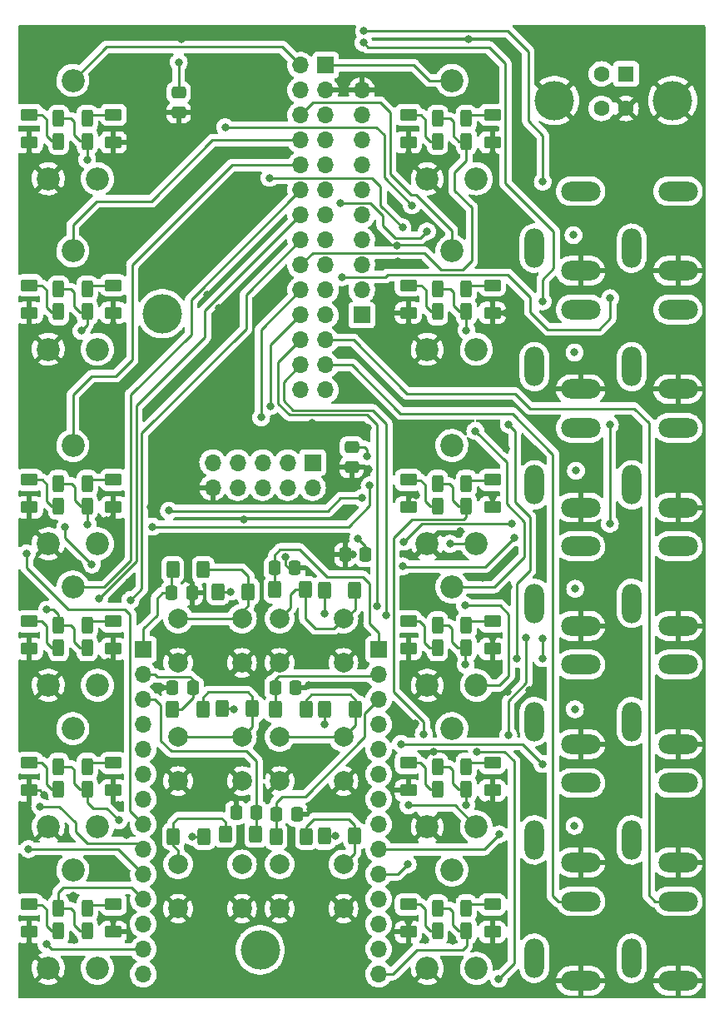
<source format=gbr>
%TF.GenerationSoftware,KiCad,Pcbnew,(6.0.6)*%
%TF.CreationDate,2022-11-26T14:50:16+01:00*%
%TF.ProjectId,wt,77742e6b-6963-4616-945f-706362585858,rev?*%
%TF.SameCoordinates,Original*%
%TF.FileFunction,Copper,L1,Top*%
%TF.FilePolarity,Positive*%
%FSLAX46Y46*%
G04 Gerber Fmt 4.6, Leading zero omitted, Abs format (unit mm)*
G04 Created by KiCad (PCBNEW (6.0.6)) date 2022-11-26 14:50:16*
%MOMM*%
%LPD*%
G01*
G04 APERTURE LIST*
G04 Aperture macros list*
%AMRoundRect*
0 Rectangle with rounded corners*
0 $1 Rounding radius*
0 $2 $3 $4 $5 $6 $7 $8 $9 X,Y pos of 4 corners*
0 Add a 4 corners polygon primitive as box body*
4,1,4,$2,$3,$4,$5,$6,$7,$8,$9,$2,$3,0*
0 Add four circle primitives for the rounded corners*
1,1,$1+$1,$2,$3*
1,1,$1+$1,$4,$5*
1,1,$1+$1,$6,$7*
1,1,$1+$1,$8,$9*
0 Add four rect primitives between the rounded corners*
20,1,$1+$1,$2,$3,$4,$5,0*
20,1,$1+$1,$4,$5,$6,$7,0*
20,1,$1+$1,$6,$7,$8,$9,0*
20,1,$1+$1,$8,$9,$2,$3,0*%
G04 Aperture macros list end*
%TA.AperFunction,ComponentPad*%
%ADD10C,2.340000*%
%TD*%
%TA.AperFunction,SMDPad,CuDef*%
%ADD11RoundRect,0.250000X-0.312500X-0.625000X0.312500X-0.625000X0.312500X0.625000X-0.312500X0.625000X0*%
%TD*%
%TA.AperFunction,SMDPad,CuDef*%
%ADD12RoundRect,0.250000X-0.625000X0.375000X-0.625000X-0.375000X0.625000X-0.375000X0.625000X0.375000X0*%
%TD*%
%TA.AperFunction,ComponentPad*%
%ADD13C,2.000000*%
%TD*%
%TA.AperFunction,WasherPad*%
%ADD14C,4.000000*%
%TD*%
%TA.AperFunction,ComponentPad*%
%ADD15O,4.000000X2.000000*%
%TD*%
%TA.AperFunction,ComponentPad*%
%ADD16O,2.000000X4.000000*%
%TD*%
%TA.AperFunction,SMDPad,CuDef*%
%ADD17RoundRect,0.250000X-0.400000X-0.625000X0.400000X-0.625000X0.400000X0.625000X-0.400000X0.625000X0*%
%TD*%
%TA.AperFunction,ComponentPad*%
%ADD18R,1.700000X1.700000*%
%TD*%
%TA.AperFunction,ComponentPad*%
%ADD19O,1.700000X1.700000*%
%TD*%
%TA.AperFunction,SMDPad,CuDef*%
%ADD20RoundRect,0.250000X0.400000X0.625000X-0.400000X0.625000X-0.400000X-0.625000X0.400000X-0.625000X0*%
%TD*%
%TA.AperFunction,ComponentPad*%
%ADD21R,1.600000X1.600000*%
%TD*%
%TA.AperFunction,ComponentPad*%
%ADD22C,1.600000*%
%TD*%
%TA.AperFunction,ComponentPad*%
%ADD23C,4.000000*%
%TD*%
%TA.AperFunction,SMDPad,CuDef*%
%ADD24RoundRect,0.250000X-0.337500X-0.475000X0.337500X-0.475000X0.337500X0.475000X-0.337500X0.475000X0*%
%TD*%
%TA.AperFunction,SMDPad,CuDef*%
%ADD25RoundRect,0.250000X-0.475000X0.337500X-0.475000X-0.337500X0.475000X-0.337500X0.475000X0.337500X0*%
%TD*%
%TA.AperFunction,SMDPad,CuDef*%
%ADD26RoundRect,0.250000X0.337500X0.475000X-0.337500X0.475000X-0.337500X-0.475000X0.337500X-0.475000X0*%
%TD*%
%TA.AperFunction,ViaPad*%
%ADD27C,0.800000*%
%TD*%
%TA.AperFunction,Conductor*%
%ADD28C,0.250000*%
%TD*%
G04 APERTURE END LIST*
D10*
%TO.P,RV13,1,1*%
%TO.N,Net-(RV13-Pad1)*%
X8540012Y-33479999D03*
%TO.P,RV13,2,2*%
%TO.N,AIN11*%
X6040012Y-23479999D03*
%TO.P,RV13,3,3*%
%TO.N,GND3*%
X3540012Y-33479999D03*
D11*
%TO.P,RV13,4,R*%
%TO.N,AIN11-LED*%
X7513312Y-29657199D03*
%TO.P,RV13,5,R*%
%TO.N,Net-(RV13-Pad5)*%
X4588312Y-29657199D03*
D12*
%TO.P,RV13,6,LED+*%
X1618612Y-26977599D03*
%TO.P,RV13,7,LED-*%
%TO.N,GND3*%
X1618612Y-29777599D03*
D11*
%TO.P,RV13,8,R*%
%TO.N,AIN11-LED*%
X4588312Y-27345799D03*
%TO.P,RV13,9,R*%
%TO.N,Net-(RV13-Pad10)*%
X7513312Y-27345799D03*
D12*
%TO.P,RV13,10,LED+*%
X10152812Y-26977599D03*
%TO.P,RV13,11,LED-*%
%TO.N,GND3*%
X10152812Y-29777599D03*
%TD*%
D13*
%TO.P,SW2,1,1*%
%TO.N,Net-(R30-Pad1)*%
X16751678Y-60867225D03*
X23251678Y-60867225D03*
%TO.P,SW2,2,2*%
%TO.N,GND3*%
X16751678Y-65367225D03*
X23251678Y-65367225D03*
%TD*%
%TO.P,SW5,1,1*%
%TO.N,Net-(R42-Pad1)*%
X16751678Y-85867225D03*
X23251678Y-85867225D03*
%TO.P,SW5,2,2*%
%TO.N,GND3*%
X16751678Y-90367225D03*
X23251678Y-90367225D03*
%TD*%
D14*
%TO.P,REF\u002A\u002A,*%
%TO.N,*%
X15134713Y-29863114D03*
%TD*%
D13*
%TO.P,SW4,1,1*%
%TO.N,Net-(R40-Pad1)*%
X33577600Y-72901115D03*
X27077600Y-72901115D03*
%TO.P,SW4,2,2*%
%TO.N,GND3*%
X33577600Y-77401115D03*
X27077600Y-77401115D03*
%TD*%
D15*
%TO.P,U12,S*%
%TO.N,GND3*%
X67600000Y-49568571D03*
%TO.P,U12,T*%
%TO.N,Net-(D5-Pad1)*%
X67600000Y-41468571D03*
D16*
%TO.P,U12,TN*%
%TO.N,Net-(R27-Pad2)*%
X62900000Y-47268571D03*
%TD*%
D17*
%TO.P,R39,1*%
%TO.N,+3.3VA*%
X21210000Y-70040000D03*
%TO.P,R39,2*%
%TO.N,Net-(R38-Pad1)*%
X24310000Y-70040000D03*
%TD*%
D18*
%TO.P,J3,1,Pin_1*%
%TO.N,LED0*%
X35427044Y-30000000D03*
D19*
%TO.P,J3,2,Pin_2*%
%TO.N,LED1*%
X35427044Y-27460000D03*
%TO.P,J3,3,Pin_3*%
%TO.N,LED2*%
X35427044Y-24920000D03*
%TO.P,J3,4,Pin_4*%
%TO.N,LED3*%
X35427044Y-22380000D03*
%TO.P,J3,5,Pin_5*%
%TO.N,LED4*%
X35427044Y-19840000D03*
%TO.P,J3,6,Pin_6*%
%TO.N,LED5*%
X35427044Y-17300000D03*
%TO.P,J3,7,Pin_7*%
%TO.N,LED6*%
X35427044Y-14760000D03*
%TO.P,J3,8,Pin_8*%
%TO.N,LED7*%
X35427044Y-12220000D03*
%TO.P,J3,9,Pin_9*%
%TO.N,LED8*%
X35427044Y-9680000D03*
%TO.P,J3,10,Pin_10*%
%TO.N,GND3*%
X35427044Y-7140000D03*
%TD*%
D20*
%TO.P,R30,1*%
%TO.N,Net-(R30-Pad1)*%
X19304600Y-55880000D03*
%TO.P,R30,2*%
%TO.N,BTN0*%
X16204600Y-55880000D03*
%TD*%
D13*
%TO.P,SW3,1,1*%
%TO.N,Net-(R38-Pad1)*%
X16751678Y-72901115D03*
X23251678Y-72901115D03*
%TO.P,SW3,2,2*%
%TO.N,GND3*%
X16751678Y-77401115D03*
X23251678Y-77401115D03*
%TD*%
D10*
%TO.P,RV5,1,1*%
%TO.N,Net-(RV5-Pad1)*%
X47100000Y-53263333D03*
%TO.P,RV5,2,2*%
%TO.N,AIN4*%
X44600000Y-43263333D03*
%TO.P,RV5,3,3*%
%TO.N,GND3*%
X42100000Y-53263333D03*
D11*
%TO.P,RV5,4,R*%
%TO.N,AIN4-LED*%
X46073300Y-49440533D03*
%TO.P,RV5,5,R*%
%TO.N,Net-(RV5-Pad5)*%
X43148300Y-49440533D03*
D12*
%TO.P,RV5,6,LED+*%
X40178600Y-46760933D03*
%TO.P,RV5,7,LED-*%
%TO.N,GND3*%
X40178600Y-49560933D03*
D11*
%TO.P,RV5,8,R*%
%TO.N,AIN4-LED*%
X43148300Y-47129133D03*
%TO.P,RV5,9,R*%
%TO.N,Net-(RV5-Pad10)*%
X46073300Y-47129133D03*
D12*
%TO.P,RV5,10,LED+*%
X48712800Y-46760933D03*
%TO.P,RV5,11,LED-*%
%TO.N,GND3*%
X48712800Y-49560933D03*
%TD*%
D18*
%TO.P,J4,1,Pin_1*%
%TO.N,LED9*%
X30427044Y-45000000D03*
D19*
%TO.P,J4,2,Pin_2*%
%TO.N,LED10*%
X30427044Y-47540000D03*
%TO.P,J4,3,Pin_3*%
%TO.N,LED11*%
X27887044Y-45000000D03*
%TO.P,J4,4,Pin_4*%
%TO.N,LED12*%
X27887044Y-47540000D03*
%TO.P,J4,5,Pin_5*%
%TO.N,LED13*%
X25347044Y-45000000D03*
%TO.P,J4,6,Pin_6*%
%TO.N,LED14*%
X25347044Y-47540000D03*
%TO.P,J4,7,Pin_7*%
%TO.N,LED15*%
X22807044Y-45000000D03*
%TO.P,J4,8,Pin_8*%
%TO.N,LED17*%
X22807044Y-47540000D03*
%TO.P,J4,9,Pin_9*%
%TO.N,LED16*%
X20267044Y-45000000D03*
%TO.P,J4,10,Pin_10*%
%TO.N,GND3*%
X20267044Y-47540000D03*
%TD*%
D21*
%TO.P,J1,1,VBUS*%
%TO.N,PA9*%
X62310000Y-5477500D03*
D22*
%TO.P,J1,2,D-*%
%TO.N,D-*%
X59810000Y-5477500D03*
%TO.P,J1,3,D+*%
%TO.N,D+*%
X59810000Y-8977500D03*
%TO.P,J1,4,GND*%
%TO.N,GND3*%
X62310000Y-8977500D03*
D23*
%TO.P,J1,5,Shield*%
X55040000Y-8187500D03*
X67080000Y-8187500D03*
%TD*%
D20*
%TO.P,R40,1*%
%TO.N,Net-(R40-Pad1)*%
X29780000Y-70080000D03*
%TO.P,R40,2*%
%TO.N,BTN3*%
X26680000Y-70080000D03*
%TD*%
D15*
%TO.P,U8,S*%
%TO.N,GND3*%
X57700000Y-49568571D03*
%TO.P,U8,T*%
%TO.N,Net-(D1-Pad1)*%
X57700000Y-41468571D03*
D16*
%TO.P,U8,TN*%
%TO.N,Net-(R15-Pad2)*%
X53000000Y-47268571D03*
%TD*%
D24*
%TO.P,C11,1*%
%TO.N,BTN0*%
X16082500Y-58270000D03*
%TO.P,C11,2*%
%TO.N,GND3*%
X18157500Y-58270000D03*
%TD*%
D15*
%TO.P,U13,S*%
%TO.N,GND3*%
X67600000Y-73639285D03*
%TO.P,U13,T*%
%TO.N,Net-(D6-Pad1)*%
X67600000Y-65539285D03*
D16*
%TO.P,U13,TN*%
%TO.N,Net-(R32-Pad2)*%
X62900000Y-71339285D03*
%TD*%
D10*
%TO.P,RV1,1,1*%
%TO.N,Net-(RV1-Pad1)*%
X8540012Y-53263333D03*
%TO.P,RV1,2,2*%
%TO.N,AIN0*%
X6040012Y-43263333D03*
%TO.P,RV1,3,3*%
%TO.N,GND3*%
X3540012Y-53263333D03*
D11*
%TO.P,RV1,4,R*%
%TO.N,AIN0-LED*%
X7513312Y-49440533D03*
%TO.P,RV1,5,R*%
%TO.N,Net-(RV1-Pad5)*%
X4588312Y-49440533D03*
D12*
%TO.P,RV1,6,LED+*%
X1618612Y-46760933D03*
%TO.P,RV1,7,LED-*%
%TO.N,GND3*%
X1618612Y-49560933D03*
D11*
%TO.P,RV1,8,R*%
%TO.N,AIN0-LED*%
X4588312Y-47129133D03*
%TO.P,RV1,9,R*%
%TO.N,Net-(RV1-Pad10)*%
X7513312Y-47129133D03*
D12*
%TO.P,RV1,10,LED+*%
X10152812Y-46760933D03*
%TO.P,RV1,11,LED-*%
%TO.N,GND3*%
X10152812Y-49560933D03*
%TD*%
D17*
%TO.P,R45,1*%
%TO.N,+3.3VA*%
X31630000Y-82990000D03*
%TO.P,R45,2*%
%TO.N,Net-(R44-Pad1)*%
X34730000Y-82990000D03*
%TD*%
D24*
%TO.P,C10,1*%
%TO.N,BTN1*%
X26552500Y-55730000D03*
%TO.P,C10,2*%
%TO.N,GND3*%
X28627500Y-55730000D03*
%TD*%
D10*
%TO.P,RV10,1,1*%
%TO.N,Net-(RV10-Pad1)*%
X47100000Y-67653333D03*
%TO.P,RV10,2,2*%
%TO.N,AIN5*%
X44600000Y-57653333D03*
%TO.P,RV10,3,3*%
%TO.N,GND3*%
X42100000Y-67653333D03*
D11*
%TO.P,RV10,4,R*%
%TO.N,AIN5-LED*%
X46073300Y-63830533D03*
%TO.P,RV10,5,R*%
%TO.N,Net-(RV10-Pad5)*%
X43148300Y-63830533D03*
D12*
%TO.P,RV10,6,LED+*%
X40178600Y-61150933D03*
%TO.P,RV10,7,LED-*%
%TO.N,GND3*%
X40178600Y-63950933D03*
D11*
%TO.P,RV10,8,R*%
%TO.N,AIN5-LED*%
X43148300Y-61519133D03*
%TO.P,RV10,9,R*%
%TO.N,Net-(RV10-Pad10)*%
X46073300Y-61519133D03*
D12*
%TO.P,RV10,10,LED+*%
X48712800Y-61150933D03*
%TO.P,RV10,11,LED-*%
%TO.N,GND3*%
X48712800Y-63950933D03*
%TD*%
D15*
%TO.P,U22,S*%
%TO.N,GND3*%
X57700000Y-37533214D03*
%TO.P,U22,T*%
%TO.N,Net-(D28-Pad1)*%
X57700000Y-29433214D03*
D16*
%TO.P,U22,TN*%
%TO.N,Net-(R72-Pad2)*%
X53000000Y-35233214D03*
%TD*%
D14*
%TO.P,REF\u002A\u002A,*%
%TO.N,*%
X25095200Y-94570800D03*
%TD*%
D25*
%TO.P,C37,1*%
%TO.N,+3.3VA*%
X34417000Y-43412500D03*
%TO.P,C37,2*%
%TO.N,GND3*%
X34417000Y-45487500D03*
%TD*%
D10*
%TO.P,RV7,1,1*%
%TO.N,Net-(RV7-Pad1)*%
X47100000Y-96433333D03*
%TO.P,RV7,2,2*%
%TO.N,AIN7*%
X44600000Y-86433333D03*
%TO.P,RV7,3,3*%
%TO.N,GND3*%
X42100000Y-96433333D03*
D11*
%TO.P,RV7,4,R*%
%TO.N,AIN7-LED*%
X46073300Y-92610533D03*
%TO.P,RV7,5,R*%
%TO.N,Net-(RV7-Pad5)*%
X43148300Y-92610533D03*
D12*
%TO.P,RV7,6,LED+*%
X40178600Y-89930933D03*
%TO.P,RV7,7,LED-*%
%TO.N,GND3*%
X40178600Y-92730933D03*
D11*
%TO.P,RV7,8,R*%
%TO.N,AIN7-LED*%
X43148300Y-90299133D03*
%TO.P,RV7,9,R*%
%TO.N,Net-(RV7-Pad10)*%
X46073300Y-90299133D03*
D12*
%TO.P,RV7,10,LED+*%
X48712800Y-89930933D03*
%TO.P,RV7,11,LED-*%
%TO.N,GND3*%
X48712800Y-92730933D03*
%TD*%
D17*
%TO.P,R14,1*%
%TO.N,+3.3VA*%
X31630000Y-57950000D03*
%TO.P,R14,2*%
%TO.N,Net-(R13-Pad1)*%
X34730000Y-57950000D03*
%TD*%
D24*
%TO.P,C13,1*%
%TO.N,BTN3*%
X26622500Y-67880000D03*
%TO.P,C13,2*%
%TO.N,GND3*%
X28697500Y-67880000D03*
%TD*%
D20*
%TO.P,R38,1*%
%TO.N,Net-(R38-Pad1)*%
X19270000Y-70090000D03*
%TO.P,R38,2*%
%TO.N,BTN2*%
X16170000Y-70090000D03*
%TD*%
D10*
%TO.P,RV2,1,1*%
%TO.N,Net-(RV2-Pad1)*%
X8540012Y-67653333D03*
%TO.P,RV2,2,2*%
%TO.N,AIN1*%
X6040012Y-57653333D03*
%TO.P,RV2,3,3*%
%TO.N,GND3*%
X3540012Y-67653333D03*
D11*
%TO.P,RV2,4,R*%
%TO.N,AIN1-LED*%
X7513312Y-63830533D03*
%TO.P,RV2,5,R*%
%TO.N,Net-(RV2-Pad5)*%
X4588312Y-63830533D03*
D12*
%TO.P,RV2,6,LED+*%
X1618612Y-61150933D03*
%TO.P,RV2,7,LED-*%
%TO.N,GND3*%
X1618612Y-63950933D03*
D11*
%TO.P,RV2,8,R*%
%TO.N,AIN1-LED*%
X4588312Y-61519133D03*
%TO.P,RV2,9,R*%
%TO.N,Net-(RV2-Pad10)*%
X7513312Y-61519133D03*
D12*
%TO.P,RV2,10,LED+*%
X10152812Y-61150933D03*
%TO.P,RV2,11,LED-*%
%TO.N,GND3*%
X10152812Y-63950933D03*
%TD*%
D15*
%TO.P,Out_2,S*%
%TO.N,GND3*%
X67600000Y-97710000D03*
%TO.P,Out_2,T*%
%TO.N,OutB*%
X67600000Y-89610000D03*
D16*
%TO.P,Out_2,TN*%
X62900000Y-95410000D03*
%TD*%
D15*
%TO.P,Out_1,S*%
%TO.N,GND3*%
X57700000Y-97710000D03*
%TO.P,Out_1,T*%
%TO.N,OutA*%
X57700000Y-89610000D03*
D16*
%TO.P,Out_1,TN*%
X53000000Y-95410000D03*
%TD*%
D10*
%TO.P,RV11,1,1*%
%TO.N,Net-(RV11-Pad1)*%
X47100000Y-33479999D03*
%TO.P,RV11,2,2*%
%TO.N,AIN9*%
X44600000Y-23479999D03*
%TO.P,RV11,3,3*%
%TO.N,GND3*%
X42100000Y-33479999D03*
D11*
%TO.P,RV11,4,R*%
%TO.N,AIN9-LED*%
X46073300Y-29657199D03*
%TO.P,RV11,5,R*%
%TO.N,Net-(RV11-Pad5)*%
X43148300Y-29657199D03*
D12*
%TO.P,RV11,6,LED+*%
X40178600Y-26977599D03*
%TO.P,RV11,7,LED-*%
%TO.N,GND3*%
X40178600Y-29777599D03*
D11*
%TO.P,RV11,8,R*%
%TO.N,AIN9-LED*%
X43148300Y-27345799D03*
%TO.P,RV11,9,R*%
%TO.N,Net-(RV11-Pad10)*%
X46073300Y-27345799D03*
D12*
%TO.P,RV11,10,LED+*%
X48712800Y-26977599D03*
%TO.P,RV11,11,LED-*%
%TO.N,GND3*%
X48712800Y-29777599D03*
%TD*%
D24*
%TO.P,C15,1*%
%TO.N,BTN5*%
X26752500Y-80770000D03*
%TO.P,C15,2*%
%TO.N,GND3*%
X28827500Y-80770000D03*
%TD*%
D10*
%TO.P,RV8,1,1*%
%TO.N,Net-(RV8-Pad1)*%
X8540012Y-16136666D03*
%TO.P,RV8,2,2*%
%TO.N,AIN8*%
X6040012Y-6136666D03*
%TO.P,RV8,3,3*%
%TO.N,GND3*%
X3540012Y-16136666D03*
D11*
%TO.P,RV8,4,R*%
%TO.N,AIN8-LED*%
X7513312Y-12313866D03*
%TO.P,RV8,5,R*%
%TO.N,Net-(RV8-Pad5)*%
X4588312Y-12313866D03*
D12*
%TO.P,RV8,6,LED+*%
X1618612Y-9634266D03*
%TO.P,RV8,7,LED-*%
%TO.N,GND3*%
X1618612Y-12434266D03*
D11*
%TO.P,RV8,8,R*%
%TO.N,AIN8-LED*%
X4588312Y-10002466D03*
%TO.P,RV8,9,R*%
%TO.N,Net-(RV8-Pad10)*%
X7513312Y-10002466D03*
D12*
%TO.P,RV8,10,LED+*%
X10152812Y-9634266D03*
%TO.P,RV8,11,LED-*%
%TO.N,GND3*%
X10152812Y-12434266D03*
%TD*%
D13*
%TO.P,SW6,1,1*%
%TO.N,Net-(R44-Pad1)*%
X27077600Y-85867225D03*
X33577600Y-85867225D03*
%TO.P,SW6,2,2*%
%TO.N,GND3*%
X27077600Y-90367225D03*
X33577600Y-90367225D03*
%TD*%
D26*
%TO.P,C14,1*%
%TO.N,BTN4*%
X24710300Y-80594200D03*
%TO.P,C14,2*%
%TO.N,GND3*%
X22635300Y-80594200D03*
%TD*%
D10*
%TO.P,RV12,1,1*%
%TO.N,Net-(RV12-Pad1)*%
X47100000Y-16136666D03*
%TO.P,RV12,2,2*%
%TO.N,AIN10*%
X44600000Y-6136666D03*
%TO.P,RV12,3,3*%
%TO.N,GND3*%
X42100000Y-16136666D03*
D11*
%TO.P,RV12,4,R*%
%TO.N,AIN10-LED*%
X46073300Y-12313866D03*
%TO.P,RV12,5,R*%
%TO.N,Net-(RV12-Pad5)*%
X43148300Y-12313866D03*
D12*
%TO.P,RV12,6,LED+*%
X40178600Y-9634266D03*
%TO.P,RV12,7,LED-*%
%TO.N,GND3*%
X40178600Y-12434266D03*
D11*
%TO.P,RV12,8,R*%
%TO.N,AIN10-LED*%
X43148300Y-10002466D03*
%TO.P,RV12,9,R*%
%TO.N,Net-(RV12-Pad10)*%
X46073300Y-10002466D03*
D12*
%TO.P,RV12,10,LED+*%
X48712800Y-9634266D03*
%TO.P,RV12,11,LED-*%
%TO.N,GND3*%
X48712800Y-12434266D03*
%TD*%
D10*
%TO.P,RV6,1,1*%
%TO.N,Net-(RV6-Pad1)*%
X47100000Y-82043333D03*
%TO.P,RV6,2,2*%
%TO.N,AIN6*%
X44600000Y-72043333D03*
%TO.P,RV6,3,3*%
%TO.N,GND3*%
X42100000Y-82043333D03*
D11*
%TO.P,RV6,4,R*%
%TO.N,AIN6-LED*%
X46073300Y-78220533D03*
%TO.P,RV6,5,R*%
%TO.N,Net-(RV6-Pad5)*%
X43148300Y-78220533D03*
D12*
%TO.P,RV6,6,LED+*%
X40178600Y-75540933D03*
%TO.P,RV6,7,LED-*%
%TO.N,GND3*%
X40178600Y-78340933D03*
D11*
%TO.P,RV6,8,R*%
%TO.N,AIN6-LED*%
X43148300Y-75909133D03*
%TO.P,RV6,9,R*%
%TO.N,Net-(RV6-Pad10)*%
X46073300Y-75909133D03*
D12*
%TO.P,RV6,10,LED+*%
X48712800Y-75540933D03*
%TO.P,RV6,11,LED-*%
%TO.N,GND3*%
X48712800Y-78340933D03*
%TD*%
D15*
%TO.P,U9,S*%
%TO.N,GND3*%
X57700000Y-61603928D03*
%TO.P,U9,T*%
%TO.N,Net-(D2-Pad1)*%
X57700000Y-53503928D03*
D16*
%TO.P,U9,TN*%
%TO.N,Net-(R18-Pad2)*%
X53000000Y-59303928D03*
%TD*%
D20*
%TO.P,R13,1*%
%TO.N,Net-(R13-Pad1)*%
X29700000Y-57930000D03*
%TO.P,R13,2*%
%TO.N,BTN1*%
X26600000Y-57930000D03*
%TD*%
%TO.P,R44,1*%
%TO.N,Net-(R44-Pad1)*%
X29820000Y-83010000D03*
%TO.P,R44,2*%
%TO.N,BTN5*%
X26720000Y-83010000D03*
%TD*%
D17*
%TO.P,R31,1*%
%TO.N,+3.3VA*%
X20800000Y-58120000D03*
%TO.P,R31,2*%
%TO.N,Net-(R30-Pad1)*%
X23900000Y-58120000D03*
%TD*%
D10*
%TO.P,RV4,1,1*%
%TO.N,Net-(RV4-Pad1)*%
X8540012Y-96433333D03*
%TO.P,RV4,2,2*%
%TO.N,AIN3*%
X6040012Y-86433333D03*
%TO.P,RV4,3,3*%
%TO.N,GND3*%
X3540012Y-96433333D03*
D11*
%TO.P,RV4,4,R*%
%TO.N,AIN3-LED*%
X7513312Y-92610533D03*
%TO.P,RV4,5,R*%
%TO.N,Net-(RV4-Pad5)*%
X4588312Y-92610533D03*
D12*
%TO.P,RV4,6,LED+*%
X1618612Y-89930933D03*
%TO.P,RV4,7,LED-*%
%TO.N,GND3*%
X1618612Y-92730933D03*
D11*
%TO.P,RV4,8,R*%
%TO.N,AIN3-LED*%
X4588312Y-90299133D03*
%TO.P,RV4,9,R*%
%TO.N,Net-(RV4-Pad10)*%
X7513312Y-90299133D03*
D12*
%TO.P,RV4,10,LED+*%
X10152812Y-89930933D03*
%TO.P,RV4,11,LED-*%
%TO.N,GND3*%
X10152812Y-92730933D03*
%TD*%
D15*
%TO.P,U21,S*%
%TO.N,GND3*%
X67600000Y-61603928D03*
%TO.P,U21,T*%
%TO.N,Net-(D27-Pad1)*%
X67600000Y-53503928D03*
D16*
%TO.P,U21,TN*%
%TO.N,Net-(R67-Pad2)*%
X62900000Y-59303928D03*
%TD*%
D10*
%TO.P,RV3,1,1*%
%TO.N,Net-(RV3-Pad1)*%
X8540012Y-82043333D03*
%TO.P,RV3,2,2*%
%TO.N,AIN2*%
X6040012Y-72043333D03*
%TO.P,RV3,3,3*%
%TO.N,GND3*%
X3540012Y-82043333D03*
D11*
%TO.P,RV3,4,R*%
%TO.N,AIN2-LED*%
X7513312Y-78220533D03*
%TO.P,RV3,5,R*%
%TO.N,Net-(RV3-Pad5)*%
X4588312Y-78220533D03*
D12*
%TO.P,RV3,6,LED+*%
X1618612Y-75540933D03*
%TO.P,RV3,7,LED-*%
%TO.N,GND3*%
X1618612Y-78340933D03*
D11*
%TO.P,RV3,8,R*%
%TO.N,AIN2-LED*%
X4588312Y-75909133D03*
%TO.P,RV3,9,R*%
%TO.N,Net-(RV3-Pad10)*%
X7513312Y-75909133D03*
D12*
%TO.P,RV3,10,LED+*%
X10152812Y-75540933D03*
%TO.P,RV3,11,LED-*%
%TO.N,GND3*%
X10152812Y-78340933D03*
%TD*%
D15*
%TO.P,U10,S*%
%TO.N,GND3*%
X57700000Y-73639285D03*
%TO.P,U10,T*%
%TO.N,Net-(D3-Pad1)*%
X57700000Y-65539285D03*
D16*
%TO.P,U10,TN*%
%TO.N,Net-(R21-Pad2)*%
X53000000Y-71339285D03*
%TD*%
D17*
%TO.P,R42,1*%
%TO.N,Net-(R42-Pad1)*%
X21538600Y-82804000D03*
%TO.P,R42,2*%
%TO.N,BTN4*%
X24638600Y-82804000D03*
%TD*%
D15*
%TO.P,U24,S*%
%TO.N,GND3*%
X67600000Y-37533214D03*
%TO.P,U24,T*%
%TO.N,Net-(D30-Pad1)*%
X67600000Y-29433214D03*
D16*
%TO.P,U24,TN*%
%TO.N,Net-(R78-Pad2)*%
X62900000Y-35233214D03*
%TD*%
D15*
%TO.P,U14,S*%
%TO.N,GND3*%
X67600000Y-85674642D03*
%TO.P,U14,T*%
%TO.N,Net-(D7-Pad1)*%
X67600000Y-77574642D03*
D16*
%TO.P,U14,TN*%
%TO.N,Net-(R35-Pad2)*%
X62900000Y-83374642D03*
%TD*%
D15*
%TO.P,U15,S*%
%TO.N,GND3*%
X57700000Y-25497857D03*
%TO.P,U15,T*%
%TO.N,Net-(D8-Pad1)*%
X57700000Y-17397857D03*
D16*
%TO.P,U15,TN*%
%TO.N,Net-(R46-Pad2)*%
X53000000Y-23197857D03*
%TD*%
D25*
%TO.P,C39,1*%
%TO.N,+3.3VA*%
X16814800Y-7344500D03*
%TO.P,C39,2*%
%TO.N,GND3*%
X16814800Y-9419500D03*
%TD*%
D17*
%TO.P,R41,1*%
%TO.N,+3.3VA*%
X31660000Y-70070000D03*
%TO.P,R41,2*%
%TO.N,Net-(R40-Pad1)*%
X34760000Y-70070000D03*
%TD*%
D26*
%TO.P,C12,1*%
%TO.N,BTN2*%
X18258700Y-67919600D03*
%TO.P,C12,2*%
%TO.N,GND3*%
X16183700Y-67919600D03*
%TD*%
%TO.P,C38,1*%
%TO.N,+3.3VA*%
X35810100Y-54381400D03*
%TO.P,C38,2*%
%TO.N,GND3*%
X33735100Y-54381400D03*
%TD*%
D13*
%TO.P,SW1,1,1*%
%TO.N,Net-(R13-Pad1)*%
X27077600Y-60867225D03*
X33577600Y-60867225D03*
%TO.P,SW1,2,2*%
%TO.N,GND3*%
X27077600Y-65367225D03*
X33577600Y-65367225D03*
%TD*%
D15*
%TO.P,U23,S*%
%TO.N,GND3*%
X67600000Y-25497857D03*
%TO.P,U23,T*%
%TO.N,Net-(D29-Pad1)*%
X67600000Y-17397857D03*
D16*
%TO.P,U23,TN*%
%TO.N,Net-(R75-Pad2)*%
X62900000Y-23197857D03*
%TD*%
D15*
%TO.P,U11,S*%
%TO.N,GND3*%
X57700000Y-85674642D03*
%TO.P,U11,T*%
%TO.N,Net-(D4-Pad1)*%
X57700000Y-77574642D03*
D16*
%TO.P,U11,TN*%
%TO.N,Net-(R24-Pad2)*%
X53000000Y-83374642D03*
%TD*%
D20*
%TO.P,R43,1*%
%TO.N,+3.3VA*%
X19380800Y-83032600D03*
%TO.P,R43,2*%
%TO.N,Net-(R42-Pad1)*%
X16280800Y-83032600D03*
%TD*%
D18*
%TO.P,FrontBoard_3,1,Pin_1*%
%TO.N,BTN1*%
X37159800Y-64000000D03*
D19*
%TO.P,FrontBoard_3,2,Pin_2*%
%TO.N,BTN3*%
X37159800Y-66540000D03*
%TO.P,FrontBoard_3,3,Pin_3*%
%TO.N,BTN5*%
X37159800Y-69080000D03*
%TO.P,FrontBoard_3,4,Pin_4*%
%TO.N,LED9*%
X37159800Y-71620000D03*
%TO.P,FrontBoard_3,5,Pin_5*%
%TO.N,LED10*%
X37159800Y-74160000D03*
%TO.P,FrontBoard_3,6,Pin_6*%
%TO.N,LED11*%
X37159800Y-76700000D03*
%TO.P,FrontBoard_3,7,Pin_7*%
%TO.N,LED12*%
X37159800Y-79240000D03*
%TO.P,FrontBoard_3,8,Pin_8*%
%TO.N,LED14*%
X37159800Y-81780000D03*
%TO.P,FrontBoard_3,9,Pin_9*%
%TO.N,AIN9-LED*%
X37159800Y-84320000D03*
%TO.P,FrontBoard_3,10,Pin_10*%
%TO.N,AIN4-LED*%
X37159800Y-86860000D03*
%TO.P,FrontBoard_3,11,Pin_11*%
%TO.N,AIN5-LED*%
X37159800Y-89400000D03*
%TO.P,FrontBoard_3,12,Pin_12*%
%TO.N,AIN6-LED*%
X37159800Y-91940000D03*
%TO.P,FrontBoard_3,13,Pin_13*%
%TO.N,+12VA*%
X37159800Y-94480000D03*
%TO.P,FrontBoard_3,14,Pin_14*%
%TO.N,AIN7-LED*%
X37159800Y-97020000D03*
%TD*%
D18*
%TO.P,FrontBoard_1,1,Pin_1*%
%TO.N,AIN10*%
X31750000Y-4597400D03*
D19*
%TO.P,FrontBoard_1,2,Pin_2*%
%TO.N,AIN8*%
X29210000Y-4597400D03*
%TO.P,FrontBoard_1,3,Pin_3*%
%TO.N,GND3*%
X31750000Y-7137400D03*
%TO.P,FrontBoard_1,4,Pin_4*%
%TO.N,PA9*%
X29210000Y-7137400D03*
%TO.P,FrontBoard_1,5,Pin_5*%
%TO.N,LED8*%
X31750000Y-9677400D03*
%TO.P,FrontBoard_1,6,Pin_6*%
%TO.N,AIN9*%
X29210000Y-9677400D03*
%TO.P,FrontBoard_1,7,Pin_7*%
%TO.N,LED7*%
X31750000Y-12217400D03*
%TO.P,FrontBoard_1,8,Pin_8*%
%TO.N,AIN11*%
X29210000Y-12217400D03*
%TO.P,FrontBoard_1,9,Pin_9*%
%TO.N,LED6*%
X31750000Y-14757400D03*
%TO.P,FrontBoard_1,10,Pin_10*%
%TO.N,AIN0*%
X29210000Y-14757400D03*
%TO.P,FrontBoard_1,11,Pin_11*%
%TO.N,LED5*%
X31750000Y-17297400D03*
%TO.P,FrontBoard_1,12,Pin_12*%
%TO.N,AIN1*%
X29210000Y-17297400D03*
%TO.P,FrontBoard_1,13,Pin_13*%
%TO.N,LED4*%
X31750000Y-19837400D03*
%TO.P,FrontBoard_1,14,Pin_14*%
%TO.N,AIN2*%
X29210000Y-19837400D03*
%TO.P,FrontBoard_1,15,Pin_15*%
%TO.N,LED3*%
X31750000Y-22377400D03*
%TO.P,FrontBoard_1,16,Pin_16*%
%TO.N,AIN3*%
X29210000Y-22377400D03*
%TO.P,FrontBoard_1,17,Pin_17*%
%TO.N,LED2*%
X31750000Y-24917400D03*
%TO.P,FrontBoard_1,18,Pin_18*%
%TO.N,AIN10-LED*%
X29210000Y-24917400D03*
%TO.P,FrontBoard_1,19,Pin_19*%
%TO.N,LED1*%
X31750000Y-27457400D03*
%TO.P,FrontBoard_1,20,Pin_20*%
%TO.N,AIN4*%
X29210000Y-27457400D03*
%TO.P,FrontBoard_1,21,Pin_21*%
%TO.N,LED0*%
X31750000Y-29997400D03*
%TO.P,FrontBoard_1,22,Pin_22*%
%TO.N,AIN5*%
X29210000Y-29997400D03*
%TO.P,FrontBoard_1,23,Pin_23*%
%TO.N,OutB*%
X31750000Y-32537400D03*
%TO.P,FrontBoard_1,24,Pin_24*%
%TO.N,AIN6*%
X29210000Y-32537400D03*
%TO.P,FrontBoard_1,25,Pin_25*%
%TO.N,OutA*%
X31750000Y-35077400D03*
%TO.P,FrontBoard_1,26,Pin_26*%
%TO.N,AIN7*%
X29210000Y-35077400D03*
%TO.P,FrontBoard_1,27,Pin_27*%
%TO.N,USB_D+*%
X31750000Y-37617400D03*
%TO.P,FrontBoard_1,28,Pin_28*%
%TO.N,USB_D-*%
X29210000Y-37617400D03*
%TD*%
D18*
%TO.P,FrontBoard_2,1,Pin_1*%
%TO.N,BTN0*%
X13207600Y-64000000D03*
D19*
%TO.P,FrontBoard_2,2,Pin_2*%
%TO.N,BTN2*%
X13207600Y-66540000D03*
%TO.P,FrontBoard_2,3,Pin_3*%
%TO.N,BTN4*%
X13207600Y-69080000D03*
%TO.P,FrontBoard_2,4,Pin_4*%
%TO.N,LED16*%
X13207600Y-71620000D03*
%TO.P,FrontBoard_2,5,Pin_5*%
%TO.N,LED15*%
X13207600Y-74160000D03*
%TO.P,FrontBoard_2,6,Pin_6*%
%TO.N,LED17*%
X13207600Y-76700000D03*
%TO.P,FrontBoard_2,7,Pin_7*%
%TO.N,LED13*%
X13207600Y-79240000D03*
%TO.P,FrontBoard_2,8,Pin_8*%
%TO.N,AIN8-LED*%
X13207600Y-81780000D03*
%TO.P,FrontBoard_2,9,Pin_9*%
%TO.N,AIN0-LED*%
X13207600Y-84320000D03*
%TO.P,FrontBoard_2,10,Pin_10*%
%TO.N,AIN1-LED*%
X13207600Y-86860000D03*
%TO.P,FrontBoard_2,11,Pin_11*%
%TO.N,AIN3-LED*%
X13207600Y-89400000D03*
%TO.P,FrontBoard_2,12,Pin_12*%
%TO.N,AIN2-LED*%
X13207600Y-91940000D03*
%TO.P,FrontBoard_2,13,Pin_13*%
%TO.N,AIN11-LED*%
X13207600Y-94480000D03*
%TO.P,FrontBoard_2,14,Pin_14*%
%TO.N,+3.3VA*%
X13207600Y-97020000D03*
%TD*%
D27*
%TO.N,Net-(R22-Pad2)*%
X53822600Y-64897000D03*
X53822601Y-62890401D03*
%TO.N,Net-(R25-Pad2)*%
X50342800Y-72720200D03*
X52146200Y-62839600D03*
%TO.N,Net-(R28-Pad2)*%
X60680600Y-51222965D03*
X60680600Y-41148000D03*
X50673000Y-51231800D03*
X39725600Y-53035200D03*
%TO.N,Net-(R36-Pad2)*%
X39434100Y-73614602D03*
X53797200Y-75641200D03*
%TO.N,Net-(R47-Pad2)*%
X53848000Y-16433800D03*
X35661600Y-1117600D03*
%TO.N,Net-(R68-Pad2)*%
X39603655Y-55546323D03*
X50927000Y-52628800D03*
%TO.N,Net-(R73-Pad2)*%
X35610800Y-2311400D03*
X53848000Y-28600400D03*
%TO.N,Net-(R76-Pad2)*%
X33299400Y-18618200D03*
X42062400Y-21488400D03*
%TO.N,Net-(R79-Pad2)*%
X60706000Y-28270200D03*
X33451800Y-26136600D03*
%TO.N,Net-(RV2-Pad1)*%
X14147800Y-51511200D03*
X36242101Y-47320200D03*
%TO.N,Net-(RV3-Pad1)*%
X15824200Y-49885600D03*
X35433000Y-48590200D03*
%TO.N,AIN2*%
X8737600Y-58801000D03*
%TO.N,AIN3*%
X11912600Y-58978800D03*
%TO.N,Net-(RV5-Pad1)*%
X44399200Y-53263800D03*
%TO.N,AIN4*%
X25196800Y-40411400D03*
%TO.N,Net-(RV6-Pad1)*%
X40182800Y-79857600D03*
%TO.N,AIN6*%
X36957000Y-59588400D03*
%TO.N,AIN7*%
X37934300Y-60528200D03*
%TO.N,Net-(RV10-Pad1)*%
X45948600Y-59537600D03*
%TO.N,AIN5*%
X26162000Y-39243000D03*
X46990000Y-41783000D03*
%TO.N,Net-(RV11-Pad1)*%
X39573200Y-21082000D03*
X26060400Y-16052800D03*
%TO.N,Net-(RV12-Pad1)*%
X21539200Y-10896600D03*
X40538400Y-18846800D03*
%TO.N,AIN0-LED*%
X2717800Y-79959200D03*
X7518400Y-51257200D03*
%TO.N,AIN1-LED*%
X3403600Y-59969400D03*
X1524000Y-84302600D03*
%TO.N,AIN2-LED*%
X10718800Y-81381600D03*
%TO.N,AIN4-LED*%
X41732200Y-72618600D03*
X40106600Y-85852000D03*
%TO.N,AIN6-LED*%
X46075600Y-79806800D03*
%TO.N,AIN8-LED*%
X1346200Y-54229000D03*
X7493000Y-14198600D03*
%TO.N,AIN5-LED*%
X45999400Y-65557400D03*
X49377600Y-97485200D03*
X47167800Y-74371200D03*
%TO.N,AIN9-LED*%
X51231800Y-64922400D03*
X49428400Y-82804000D03*
X46075600Y-31546800D03*
X50393600Y-41148000D03*
%TO.N,AIN11-LED*%
X3352800Y-93929200D03*
X6908800Y-31597600D03*
X5257800Y-51562000D03*
X7975600Y-55346600D03*
%TO.N,+12VA*%
X57073800Y-81940400D03*
X57073800Y-33807400D03*
X56972200Y-21869400D03*
X57150000Y-57835800D03*
X57226200Y-45821600D03*
X57124600Y-70078600D03*
%TO.N,GND3*%
X48717200Y-48463200D03*
X48310800Y-79756000D03*
X50546000Y-31902400D03*
X42164000Y-56794400D03*
X40182800Y-31089600D03*
X17119600Y-1930400D03*
X10160000Y-91516200D03*
X9677400Y-65303400D03*
X61544200Y-80822800D03*
X13919200Y-49479200D03*
X47701200Y-56743600D03*
X49682400Y-84632800D03*
X19558000Y-23368000D03*
X10134600Y-31013400D03*
X2565400Y-65481200D03*
X61976000Y-31292800D03*
X1574800Y-13741400D03*
X2387600Y-31191200D03*
X14071600Y-24841200D03*
X6096000Y-89052400D03*
X40843200Y-71526400D03*
X10134600Y-13792200D03*
X48717200Y-94284800D03*
X30378400Y-40944800D03*
X47802800Y-70256400D03*
X56083200Y-2794000D03*
X21666200Y-79248000D03*
X53848000Y-74218800D03*
X15189200Y-75285600D03*
X50241200Y-68275200D03*
X46329600Y-1930400D03*
X53594000Y-52730400D03*
X39014400Y-22910800D03*
X20929600Y-29311600D03*
X9474200Y-50901600D03*
X48717200Y-65405000D03*
X61950600Y-19253200D03*
X50368200Y-19710400D03*
X36068000Y-41503600D03*
X11785600Y-57099200D03*
X39116000Y-24536400D03*
X17830800Y-56921400D03*
X15087600Y-67868800D03*
X10617200Y-79857600D03*
X50139600Y-29768800D03*
X8636000Y-71069200D03*
X42722800Y-74422000D03*
X47701200Y-18491200D03*
X41859200Y-41452800D03*
X9652000Y-86360000D03*
X34569400Y-54330600D03*
X48717200Y-13614400D03*
X16814800Y-12573000D03*
X40944800Y-48310800D03*
X61976000Y-55422800D03*
X41859200Y-93522800D03*
X50088800Y-43611800D03*
X36169600Y-32054800D03*
X40182800Y-91694000D03*
X19710400Y-27889200D03*
X6553200Y-55270400D03*
X48717200Y-62839600D03*
X6908800Y-65735200D03*
X1727200Y-86766400D03*
X44704000Y-93624400D03*
X27686000Y-54559200D03*
X40182800Y-13639800D03*
X36118800Y-45720000D03*
X23418800Y-50749200D03*
X30073600Y-67640200D03*
X1371600Y-58470800D03*
X41529000Y-65328800D03*
X62001400Y-43484800D03*
X2108200Y-51130200D03*
X62103000Y-67437000D03*
X45466000Y-51968400D03*
X14681200Y-78079600D03*
X11531600Y-82854800D03*
X52476400Y-68173600D03*
X50342800Y-57683400D03*
X52476400Y-43891200D03*
X6146800Y-93522800D03*
X52425600Y-75844400D03*
X3124200Y-78790800D03*
X30200600Y-80264000D03*
X1625600Y-94056200D03*
X41605200Y-45212000D03*
%TO.N,+3.3VA*%
X31648400Y-71602600D03*
X35052000Y-52755800D03*
X22428200Y-70053200D03*
X35966400Y-44348400D03*
X16814800Y-4292600D03*
X32715200Y-82981800D03*
X31623000Y-60325000D03*
X18211800Y-83032600D03*
X22098000Y-58115200D03*
%TD*%
D28*
%TO.N,Net-(R13-Pad1)*%
X30676025Y-61867225D02*
X32577600Y-61867225D01*
X33798575Y-60867225D02*
X34747200Y-59918600D01*
X29700000Y-57930000D02*
X29700000Y-60891200D01*
X34747200Y-59918600D02*
X34747200Y-57967200D01*
X28194000Y-58369200D02*
X28651200Y-57912000D01*
X29700000Y-60891200D02*
X30676025Y-61867225D01*
X32577600Y-61867225D02*
X33577600Y-60867225D01*
X27077600Y-60867225D02*
X28194000Y-59750825D01*
X28651200Y-57912000D02*
X29682000Y-57912000D01*
X28194000Y-59750825D02*
X28194000Y-58369200D01*
%TO.N,Net-(R38-Pad1)*%
X24310000Y-71842793D02*
X23251678Y-72901115D01*
X19270000Y-70090000D02*
X19270000Y-68893400D01*
X19812000Y-68351400D02*
X23825200Y-68351400D01*
X23825200Y-68351400D02*
X24310000Y-68836200D01*
X24310000Y-68836200D02*
X24310000Y-70040000D01*
X24310000Y-70040000D02*
X24310000Y-71842793D01*
X16751678Y-72901115D02*
X23251678Y-72901115D01*
X19270000Y-68893400D02*
X19812000Y-68351400D01*
%TO.N,Net-(R40-Pad1)*%
X29780000Y-69127600D02*
X30302200Y-68605400D01*
X34772600Y-71706115D02*
X34772600Y-70082600D01*
X34760000Y-69126200D02*
X34760000Y-70070000D01*
X27077600Y-72901115D02*
X33577600Y-72901115D01*
X34239200Y-68605400D02*
X34760000Y-69126200D01*
X33577600Y-72901115D02*
X34772600Y-71706115D01*
X29780000Y-70080000D02*
X29780000Y-69127600D01*
X30302200Y-68605400D02*
X34239200Y-68605400D01*
%TO.N,BTN1*%
X26600000Y-57930000D02*
X26600000Y-55777500D01*
X31902400Y-56616600D02*
X35509200Y-56616600D01*
X37159800Y-62306600D02*
X37159800Y-64000000D01*
X29120500Y-53834700D02*
X31902400Y-56616600D01*
X26552500Y-55730000D02*
X26552500Y-54397300D01*
X36220400Y-57327800D02*
X36220400Y-61367200D01*
X26552500Y-54397300D02*
X27115100Y-53834700D01*
X36220400Y-61367200D02*
X37159800Y-62306600D01*
X27115100Y-53834700D02*
X29120500Y-53834700D01*
X35509200Y-56616600D02*
X36220400Y-57327800D01*
%TO.N,BTN0*%
X14605000Y-58801000D02*
X15138400Y-58267600D01*
X16082500Y-58270000D02*
X16082500Y-56002100D01*
X15138400Y-58267600D02*
X16080100Y-58267600D01*
X14605000Y-60502800D02*
X14605000Y-58801000D01*
X13207600Y-61900200D02*
X14605000Y-60502800D01*
X13207600Y-64000000D02*
X13207600Y-61900200D01*
%TO.N,BTN2*%
X14393800Y-66540000D02*
X14605000Y-66751200D01*
X14605000Y-66751200D02*
X17932400Y-66751200D01*
X18258700Y-67077500D02*
X18258700Y-67919600D01*
X16170000Y-70090000D02*
X17108200Y-70090000D01*
X17932400Y-66751200D02*
X18258700Y-67077500D01*
X13207600Y-66540000D02*
X14393800Y-66540000D01*
X18258700Y-68939500D02*
X18258700Y-67919600D01*
X17108200Y-70090000D02*
X18258700Y-68939500D01*
%TO.N,BTN3*%
X36999400Y-66700400D02*
X27025600Y-66700400D01*
X26680000Y-70080000D02*
X26680000Y-67937500D01*
X26593800Y-67132200D02*
X26593800Y-67851300D01*
X27025600Y-66700400D02*
X26593800Y-67132200D01*
%TO.N,BTN4*%
X24710300Y-80594200D02*
X24710300Y-82732300D01*
X16052800Y-74345800D02*
X23723600Y-74345800D01*
X13207600Y-69080000D02*
X14393800Y-69080000D01*
X23723600Y-74345800D02*
X24714200Y-75336400D01*
X15011400Y-69697600D02*
X15011400Y-73304400D01*
X14393800Y-69080000D02*
X15011400Y-69697600D01*
X15011400Y-73304400D02*
X16052800Y-74345800D01*
X24714200Y-75336400D02*
X24714200Y-80590300D01*
%TO.N,BTN5*%
X26752500Y-80770000D02*
X26752500Y-82977500D01*
X29667200Y-78968600D02*
X27355800Y-78968600D01*
X37159800Y-69080000D02*
X35737800Y-70502000D01*
X26746200Y-79578200D02*
X26746200Y-80763700D01*
X35737800Y-72898000D02*
X29667200Y-78968600D01*
X27355800Y-78968600D02*
X26746200Y-79578200D01*
X35737800Y-70502000D02*
X35737800Y-72898000D01*
%TO.N,Net-(R22-Pad2)*%
X53822600Y-64897000D02*
X53822601Y-62890401D01*
%TO.N,Net-(R25-Pad2)*%
X52146200Y-67411600D02*
X52146200Y-62839600D01*
X50342800Y-69215000D02*
X52146200Y-67411600D01*
X50342800Y-72720200D02*
X50342800Y-69215000D01*
%TO.N,Net-(R28-Pad2)*%
X60680600Y-41148000D02*
X60680600Y-51222965D01*
X39725600Y-53035200D02*
X41529000Y-51231800D01*
X41529000Y-51231800D02*
X50673000Y-51231800D01*
%TO.N,Net-(R36-Pad2)*%
X53797200Y-75641200D02*
X51770602Y-73614602D01*
X51770602Y-73614602D02*
X39434100Y-73614602D01*
%TO.N,Net-(R30-Pad1)*%
X19304600Y-55880000D02*
X23215600Y-55880000D01*
X23901400Y-56565800D02*
X23901400Y-58118600D01*
X16751678Y-60867225D02*
X23251678Y-60867225D01*
X23251678Y-60187322D02*
X23900000Y-59539000D01*
X23900000Y-59539000D02*
X23900000Y-58120000D01*
X23215600Y-55880000D02*
X23901400Y-56565800D01*
%TO.N,Net-(R47-Pad2)*%
X52374800Y-10261600D02*
X53848000Y-11734800D01*
X53848000Y-11734800D02*
X53848000Y-16433800D01*
X50292000Y-1117600D02*
X52374800Y-3200400D01*
X52374800Y-3200400D02*
X52374800Y-10261600D01*
X35661600Y-1117600D02*
X50292000Y-1117600D01*
%TO.N,Net-(R42-Pad1)*%
X16751678Y-84442678D02*
X16751678Y-85867225D01*
X21539200Y-81559400D02*
X21132800Y-81153000D01*
X16764000Y-81153000D02*
X16280800Y-81636200D01*
X16280800Y-81636200D02*
X16280800Y-83032600D01*
X21132800Y-81153000D02*
X16764000Y-81153000D01*
X16280800Y-83971800D02*
X16751678Y-84442678D01*
X21539200Y-82803400D02*
X21539200Y-81559400D01*
X16280800Y-83032600D02*
X16280800Y-83971800D01*
%TO.N,Net-(R44-Pad1)*%
X34730000Y-82990000D02*
X34730000Y-84714825D01*
X29820000Y-81990800D02*
X30581600Y-81229200D01*
X34730000Y-81847000D02*
X34730000Y-82990000D01*
X34730000Y-84714825D02*
X33577600Y-85867225D01*
X34112200Y-81229200D02*
X34730000Y-81847000D01*
X29820000Y-83010000D02*
X29820000Y-81990800D01*
X30581600Y-81229200D02*
X34112200Y-81229200D01*
%TO.N,Net-(R68-Pad2)*%
X47955200Y-55600600D02*
X39657932Y-55600600D01*
X50927000Y-52628800D02*
X47955200Y-55600600D01*
X39657932Y-55600600D02*
X39603655Y-55546323D01*
%TO.N,Net-(R73-Pad2)*%
X50038000Y-4419600D02*
X48387000Y-2768600D01*
X48387000Y-2768600D02*
X36068000Y-2768600D01*
X54965600Y-21488400D02*
X50038000Y-16560800D01*
X53848000Y-28600400D02*
X53848000Y-26365200D01*
X36068000Y-2768600D02*
X35610800Y-2311400D01*
X54965600Y-25247600D02*
X54965600Y-21488400D01*
X53848000Y-26365200D02*
X54965600Y-25247600D01*
X50038000Y-16560800D02*
X50038000Y-4419600D01*
%TO.N,Net-(R76-Pad2)*%
X38735000Y-22072600D02*
X38811200Y-22148800D01*
X33299400Y-18618200D02*
X36322000Y-18618200D01*
X38811200Y-22148800D02*
X41402000Y-22148800D01*
X41402000Y-22148800D02*
X42062400Y-21488400D01*
X37566600Y-20904200D02*
X38735000Y-22072600D01*
X36322000Y-18618200D02*
X37566600Y-19862800D01*
X37566600Y-19862800D02*
X37566600Y-20904200D01*
%TO.N,Net-(R79-Pad2)*%
X54381400Y-31470600D02*
X59563000Y-31470600D01*
X52578000Y-29667200D02*
X54381400Y-31470600D01*
X33451800Y-26136600D02*
X37846000Y-26136600D01*
X50292000Y-25908000D02*
X52578000Y-28194000D01*
X59563000Y-31470600D02*
X60706000Y-30327600D01*
X37846000Y-26136600D02*
X38074600Y-25908000D01*
X52578000Y-28194000D02*
X52578000Y-29667200D01*
X38074600Y-25908000D02*
X50292000Y-25908000D01*
X60706000Y-30327600D02*
X60706000Y-28270200D01*
%TO.N,AIN0*%
X10388600Y-36220400D02*
X7950200Y-36220400D01*
X22225000Y-14757400D02*
X12090400Y-24892000D01*
X6040012Y-38130588D02*
X6040012Y-43263333D01*
X29210000Y-14757400D02*
X22225000Y-14757400D01*
X7950200Y-36220400D02*
X6040012Y-38130588D01*
X12090400Y-34518600D02*
X10388600Y-36220400D01*
X12090400Y-24892000D02*
X12090400Y-34518600D01*
%TO.N,Net-(RV2-Pad1)*%
X14147800Y-51511200D02*
X34086800Y-51511200D01*
X36245800Y-47323899D02*
X36242101Y-47320200D01*
X36245800Y-49352200D02*
X36245800Y-47323899D01*
X34086800Y-51511200D02*
X36245800Y-49352200D01*
%TO.N,AIN1*%
X18084800Y-31953200D02*
X18084800Y-28422600D01*
X11938000Y-54964910D02*
X11938000Y-38100000D01*
X6040012Y-57653333D02*
X9249577Y-57653333D01*
X18084800Y-28422600D02*
X29210000Y-17297400D01*
X9249577Y-57653333D02*
X11938000Y-54964910D01*
X11938000Y-38100000D02*
X18084800Y-31953200D01*
%TO.N,Net-(RV3-Pad1)*%
X31978600Y-49911000D02*
X15849600Y-49911000D01*
X33299400Y-48590200D02*
X31978600Y-49911000D01*
X15849600Y-49911000D02*
X15824200Y-49885600D01*
X35433000Y-48590200D02*
X33299400Y-48590200D01*
%TO.N,AIN2*%
X19494500Y-32219900D02*
X19494500Y-29552900D01*
X19494500Y-29552900D02*
X29210000Y-19837400D01*
X12496800Y-55041800D02*
X12496800Y-39217600D01*
X12496800Y-39217600D02*
X19494500Y-32219900D01*
X8737600Y-58801000D02*
X12496800Y-55041800D01*
%TO.N,AIN3*%
X13055600Y-57835800D02*
X13055600Y-42011600D01*
X23660100Y-27927300D02*
X29210000Y-22377400D01*
X13055600Y-42011600D02*
X23660100Y-31407100D01*
X11912600Y-58978800D02*
X13055600Y-57835800D01*
X23660100Y-31407100D02*
X23660100Y-27927300D01*
%TO.N,Net-(RV5-Pad1)*%
X44399200Y-53263800D02*
X44399667Y-53263333D01*
X44399667Y-53263333D02*
X47100000Y-53263333D01*
%TO.N,AIN4*%
X25196800Y-31470600D02*
X25196800Y-40411400D01*
X29210000Y-27457400D02*
X25196800Y-31470600D01*
%TO.N,Net-(RV6-Pad1)*%
X44914267Y-79857600D02*
X40182800Y-79857600D01*
X47100000Y-82043333D02*
X44914267Y-79857600D01*
%TO.N,AIN6*%
X26949400Y-34798000D02*
X26949400Y-39014400D01*
X28079100Y-40144100D02*
X35961698Y-40144100D01*
X26949400Y-39014400D02*
X28079100Y-40144100D01*
X35961698Y-40144100D02*
X36966601Y-41149003D01*
X36966601Y-41149003D02*
X36966601Y-59578799D01*
X29210000Y-32537400D02*
X26949400Y-34798000D01*
X36966601Y-59578799D02*
X36957000Y-59588400D01*
%TO.N,AIN7*%
X27482800Y-38709600D02*
X28467799Y-39694599D01*
X27482800Y-36804600D02*
X27482800Y-38709600D01*
X36544999Y-39694599D02*
X37922200Y-41071800D01*
X28467799Y-39694599D02*
X36544999Y-39694599D01*
X37922200Y-41071800D02*
X37922200Y-60516100D01*
X29210000Y-35077400D02*
X27482800Y-36804600D01*
X37922200Y-60516100D02*
X37934300Y-60528200D01*
%TO.N,AIN8*%
X29210000Y-4597400D02*
X27330400Y-2717800D01*
X9458878Y-2717800D02*
X6040012Y-6136666D01*
X27330400Y-2717800D02*
X9458878Y-2717800D01*
%TO.N,Net-(RV10-Pad1)*%
X50393600Y-60426600D02*
X50393600Y-66675000D01*
X45948600Y-59537600D02*
X49504600Y-59537600D01*
X49415267Y-67653333D02*
X47100000Y-67653333D01*
X50393600Y-66675000D02*
X49415267Y-67653333D01*
X49504600Y-59537600D02*
X50393600Y-60426600D01*
%TO.N,AIN5*%
X51993800Y-54584600D02*
X48925067Y-57653333D01*
X46990000Y-41783000D02*
X50165000Y-44958000D01*
X29210000Y-29997400D02*
X26162000Y-33045400D01*
X51993800Y-51003200D02*
X51993800Y-54584600D01*
X48925067Y-57653333D02*
X44600000Y-57653333D01*
X50165000Y-44958000D02*
X50165000Y-49174400D01*
X26162000Y-33045400D02*
X26162000Y-39243000D01*
X50165000Y-49174400D02*
X51993800Y-51003200D01*
%TO.N,Net-(RV11-Pad1)*%
X26060400Y-16052800D02*
X36474400Y-16052800D01*
X37338000Y-18846800D02*
X37338000Y-16916400D01*
X39573200Y-21082000D02*
X37338000Y-18846800D01*
X36474400Y-16052800D02*
X37338000Y-16916400D01*
%TO.N,AIN9*%
X38303200Y-9372600D02*
X38303200Y-15621000D01*
X37338000Y-8407400D02*
X38303200Y-9372600D01*
X44600000Y-21409800D02*
X44600000Y-23479999D01*
X38303200Y-15621000D02*
X40436800Y-17754600D01*
X29210000Y-9677400D02*
X30480000Y-8407400D01*
X40944800Y-17754600D02*
X44600000Y-21409800D01*
X30480000Y-8407400D02*
X37338000Y-8407400D01*
X40436800Y-17754600D02*
X40944800Y-17754600D01*
%TO.N,Net-(RV12-Pad1)*%
X21564600Y-10922000D02*
X36931600Y-10922000D01*
X37719000Y-11709400D02*
X36931600Y-10922000D01*
X21564600Y-10922000D02*
X21539200Y-10896600D01*
X40538400Y-18846800D02*
X37719000Y-16027400D01*
X37719000Y-16027400D02*
X37719000Y-11709400D01*
%TO.N,AIN10*%
X40741600Y-4597400D02*
X42280866Y-6136666D01*
X31750000Y-4597400D02*
X40741600Y-4597400D01*
X42280866Y-6136666D02*
X44600000Y-6136666D01*
%TO.N,AIN11*%
X14020800Y-18440400D02*
X8432800Y-18440400D01*
X6040012Y-20833188D02*
X6040012Y-23479999D01*
X29210000Y-12217400D02*
X20243800Y-12217400D01*
X20243800Y-12217400D02*
X14020800Y-18440400D01*
X8432800Y-18440400D02*
X6040012Y-20833188D01*
%TO.N,AIN0-LED*%
X5892800Y-47117000D02*
X4743167Y-47117000D01*
X6807200Y-49428400D02*
X6222667Y-48843867D01*
X4648200Y-79959200D02*
X2717800Y-79959200D01*
X7493000Y-83718400D02*
X6324600Y-82550000D01*
X12606000Y-83718400D02*
X7493000Y-83718400D01*
X13207600Y-84320000D02*
X12606000Y-83718400D01*
X7518400Y-51257200D02*
X7518400Y-49445621D01*
X7668167Y-49428400D02*
X6807200Y-49428400D01*
X6222667Y-47446867D02*
X5892800Y-47117000D01*
X6324600Y-81635600D02*
X4648200Y-79959200D01*
X6324600Y-82550000D02*
X6324600Y-81635600D01*
X6222667Y-48843867D02*
X6222667Y-47446867D01*
%TO.N,AIN1-LED*%
X6756400Y-63830200D02*
X6171867Y-63245667D01*
X6171867Y-63245667D02*
X6171867Y-61848667D01*
X5842000Y-61518800D02*
X4692367Y-61518800D01*
X6171867Y-61848667D02*
X5842000Y-61518800D01*
X4588312Y-60468312D02*
X4588312Y-61519133D01*
X7617367Y-63830200D02*
X6756400Y-63830200D01*
X13200000Y-86860000D02*
X10642600Y-84302600D01*
X4089400Y-59969400D02*
X4588312Y-60468312D01*
X10642600Y-84302600D02*
X1524000Y-84302600D01*
X3403600Y-59969400D02*
X4089400Y-59969400D01*
%TO.N,AIN2-LED*%
X6171867Y-77622067D02*
X6171867Y-76225067D01*
X7617367Y-78206600D02*
X6756400Y-78206600D01*
X6756400Y-78206600D02*
X6171867Y-77622067D01*
X6171867Y-76225067D02*
X5842000Y-75895200D01*
X5842000Y-75895200D02*
X4692367Y-75895200D01*
X10718800Y-81381600D02*
X9499600Y-80162400D01*
X8128000Y-80162400D02*
X7513312Y-79547712D01*
X9499600Y-80162400D02*
X8128000Y-80162400D01*
X7513312Y-79547712D02*
X7513312Y-78220533D01*
%TO.N,AIN3-LED*%
X7617367Y-92633800D02*
X6756400Y-92633800D01*
X6756400Y-92633800D02*
X6171867Y-92049267D01*
X5842000Y-90322400D02*
X4692367Y-90322400D01*
X5054600Y-88239600D02*
X4572000Y-88722200D01*
X6171867Y-90652267D02*
X5842000Y-90322400D01*
X4572000Y-88722200D02*
X4572000Y-90282821D01*
X6171867Y-92049267D02*
X6171867Y-90652267D01*
X12047200Y-88239600D02*
X5054600Y-88239600D01*
X13207600Y-89400000D02*
X12047200Y-88239600D01*
%TO.N,AIN4-LED*%
X38658800Y-68300600D02*
X38658800Y-52628800D01*
X46075600Y-50495200D02*
X46075600Y-49442833D01*
X39098600Y-86860000D02*
X40106600Y-85852000D01*
X37159800Y-86860000D02*
X39098600Y-86860000D01*
X46126400Y-49453800D02*
X45265433Y-49453800D01*
X44351033Y-47142400D02*
X43201400Y-47142400D01*
X40538400Y-50749200D02*
X45821600Y-50749200D01*
X38658800Y-52628800D02*
X40538400Y-50749200D01*
X41732200Y-71374000D02*
X38658800Y-68300600D01*
X44680900Y-48869267D02*
X44680900Y-47472267D01*
X45265433Y-49453800D02*
X44680900Y-48869267D01*
X45821600Y-50749200D02*
X46075600Y-50495200D01*
X44680900Y-47472267D02*
X44351033Y-47142400D01*
X41732200Y-72618600D02*
X41732200Y-71374000D01*
%TO.N,AIN6-LED*%
X46073300Y-79804500D02*
X46075600Y-79806800D01*
X45290833Y-78232000D02*
X44706300Y-77647467D01*
X46073300Y-78220533D02*
X46073300Y-79804500D01*
X44706300Y-76250467D02*
X44376433Y-75920600D01*
X44706300Y-77647467D02*
X44706300Y-76250467D01*
X46151800Y-78232000D02*
X45290833Y-78232000D01*
X44376433Y-75920600D02*
X43226800Y-75920600D01*
%TO.N,AIN7-LED*%
X44706300Y-90626867D02*
X44376433Y-90297000D01*
X46101000Y-94132400D02*
X46101000Y-92638233D01*
X38590600Y-97020000D02*
X41071800Y-94538800D01*
X46151800Y-92608400D02*
X45290833Y-92608400D01*
X44376433Y-90297000D02*
X43226800Y-90297000D01*
X45694600Y-94538800D02*
X46101000Y-94132400D01*
X45290833Y-92608400D02*
X44706300Y-92023867D01*
X37159800Y-97020000D02*
X38590600Y-97020000D01*
X44706300Y-92023867D02*
X44706300Y-90626867D01*
X41071800Y-94538800D02*
X45694600Y-94538800D01*
%TO.N,AIN8-LED*%
X11353800Y-59918600D02*
X5562600Y-59918600D01*
X5562600Y-59918600D02*
X1346200Y-55702200D01*
X11861800Y-80434200D02*
X11861800Y-60426600D01*
X6174500Y-11709067D02*
X6174500Y-10312067D01*
X6174500Y-10312067D02*
X5844633Y-9982200D01*
X1346200Y-55702200D02*
X1346200Y-54229000D01*
X6759033Y-12293600D02*
X6174500Y-11709067D01*
X5844633Y-9982200D02*
X4695000Y-9982200D01*
X13207600Y-81780000D02*
X11861800Y-80434200D01*
X7493000Y-14198600D02*
X7493000Y-12334178D01*
X7620000Y-12293600D02*
X6759033Y-12293600D01*
X11861800Y-60426600D02*
X11353800Y-59918600D01*
%TO.N,AIN5-LED*%
X44627800Y-63246000D02*
X44627800Y-61849000D01*
X50927000Y-95935800D02*
X50927000Y-75361800D01*
X45999400Y-65557400D02*
X45999400Y-63904433D01*
X49377600Y-97485200D02*
X50927000Y-95935800D01*
X46073300Y-63830533D02*
X45212333Y-63830533D01*
X44297933Y-61519133D02*
X43148300Y-61519133D01*
X49936400Y-74371200D02*
X47167800Y-74371200D01*
X45212333Y-63830533D02*
X44627800Y-63246000D01*
X50927000Y-75361800D02*
X49936400Y-74371200D01*
X44627800Y-61849000D02*
X44297933Y-61519133D01*
%TO.N,AIN9-LED*%
X44757100Y-29057267D02*
X44757100Y-27660267D01*
X46202600Y-29641800D02*
X45341633Y-29641800D01*
X51028600Y-41783000D02*
X50393600Y-41148000D01*
X44757100Y-27660267D02*
X44427233Y-27330400D01*
X44427233Y-27330400D02*
X43277600Y-27330400D01*
X52527200Y-50546000D02*
X51028600Y-49047400D01*
X46075600Y-31546800D02*
X46075600Y-29659499D01*
X51028600Y-49047400D02*
X51028600Y-41783000D01*
X45341633Y-29641800D02*
X44757100Y-29057267D01*
X51231800Y-64922400D02*
X51231800Y-57277000D01*
X37159800Y-84320000D02*
X47912400Y-84320000D01*
X47912400Y-84320000D02*
X49428400Y-82804000D01*
X51231800Y-57277000D02*
X52527200Y-55981600D01*
X52527200Y-55981600D02*
X52527200Y-50546000D01*
%TO.N,AIN10-LED*%
X30454600Y-23672800D02*
X41783000Y-23672800D01*
X45316233Y-12319000D02*
X44731700Y-11734467D01*
X46177200Y-12319000D02*
X45316233Y-12319000D01*
X45720000Y-25400000D02*
X46634400Y-24485600D01*
X44881800Y-17322800D02*
X44881800Y-15468600D01*
X41783000Y-23672800D02*
X43510200Y-25400000D01*
X46634400Y-24485600D02*
X46634400Y-19075400D01*
X46634400Y-19075400D02*
X44881800Y-17322800D01*
X44731700Y-10337467D02*
X44401833Y-10007600D01*
X43510200Y-25400000D02*
X45720000Y-25400000D01*
X44401833Y-10007600D02*
X43252200Y-10007600D01*
X46075600Y-14274800D02*
X46075600Y-12316166D01*
X29210000Y-24917400D02*
X30454600Y-23672800D01*
X44731700Y-11734467D02*
X44731700Y-10337467D01*
X44881800Y-15468600D02*
X46075600Y-14274800D01*
%TO.N,AIN11-LED*%
X6733633Y-29667200D02*
X6149100Y-29082667D01*
X7594600Y-29667200D02*
X6733633Y-29667200D01*
X7975600Y-55346600D02*
X5257800Y-52628800D01*
X5257800Y-52628800D02*
X5257800Y-51562000D01*
X6149100Y-27685667D02*
X5819233Y-27355800D01*
X3429000Y-94005400D02*
X3352800Y-93929200D01*
X5819233Y-27355800D02*
X4669600Y-27355800D01*
X3878200Y-94480000D02*
X3429000Y-94030800D01*
X7518400Y-30988000D02*
X7518400Y-29662287D01*
X3429000Y-94030800D02*
X3429000Y-94005400D01*
X13207600Y-94480000D02*
X3878200Y-94480000D01*
X6908800Y-31597600D02*
X7518400Y-30988000D01*
X6149100Y-29082667D02*
X6149100Y-27685667D01*
%TO.N,Net-(RV1-Pad5)*%
X3403267Y-48920067D02*
X3911600Y-49428400D01*
X3403267Y-47218267D02*
X3403267Y-48920067D01*
X2933800Y-46748800D02*
X3403267Y-47218267D01*
X3911600Y-49428400D02*
X4743167Y-49428400D01*
X1773467Y-46748800D02*
X2933800Y-46748800D01*
%TO.N,Net-(RV1-Pad10)*%
X10307667Y-46748800D02*
X8036367Y-46748800D01*
X8036367Y-46748800D02*
X7668167Y-47117000D01*
%TO.N,Net-(RV2-Pad5)*%
X3860800Y-63830200D02*
X4692367Y-63830200D01*
X1722667Y-61150600D02*
X2883000Y-61150600D01*
X2883000Y-61150600D02*
X3352467Y-61620067D01*
X3352467Y-63321867D02*
X3860800Y-63830200D01*
X3352467Y-61620067D02*
X3352467Y-63321867D01*
%TO.N,Net-(RV2-Pad10)*%
X10256867Y-61150600D02*
X7985567Y-61150600D01*
X7985567Y-61150600D02*
X7617367Y-61518800D01*
%TO.N,Net-(RV3-Pad5)*%
X3352467Y-75996467D02*
X3352467Y-77698267D01*
X1722667Y-75527000D02*
X2883000Y-75527000D01*
X3860800Y-78206600D02*
X4692367Y-78206600D01*
X2883000Y-75527000D02*
X3352467Y-75996467D01*
X3352467Y-77698267D02*
X3860800Y-78206600D01*
%TO.N,Net-(RV3-Pad10)*%
X10256867Y-75527000D02*
X7985567Y-75527000D01*
X7985567Y-75527000D02*
X7617367Y-75895200D01*
%TO.N,Net-(RV4-Pad5)*%
X3352467Y-90423667D02*
X3352467Y-92125467D01*
X2883000Y-89954200D02*
X3352467Y-90423667D01*
X3352467Y-92125467D02*
X3860800Y-92633800D01*
X1722667Y-89954200D02*
X2883000Y-89954200D01*
X3860800Y-92633800D02*
X4692367Y-92633800D01*
%TO.N,Net-(RV4-Pad10)*%
X10256867Y-89954200D02*
X7985567Y-89954200D01*
X7985567Y-89954200D02*
X7617367Y-90322400D01*
%TO.N,Net-(RV5-Pad5)*%
X41861500Y-47243667D02*
X41861500Y-48945467D01*
X41861500Y-48945467D02*
X42369833Y-49453800D01*
X40231700Y-46774200D02*
X41392033Y-46774200D01*
X41392033Y-46774200D02*
X41861500Y-47243667D01*
X42369833Y-49453800D02*
X43201400Y-49453800D01*
%TO.N,Net-(RV5-Pad10)*%
X48765900Y-46774200D02*
X46494600Y-46774200D01*
%TO.N,Net-(RV6-Pad5)*%
X42395233Y-78232000D02*
X43226800Y-78232000D01*
X41886900Y-77723667D02*
X42395233Y-78232000D01*
X41886900Y-76021867D02*
X41886900Y-77723667D01*
X40257100Y-75552400D02*
X41417433Y-75552400D01*
X41417433Y-75552400D02*
X41886900Y-76021867D01*
%TO.N,Net-(RV6-Pad10)*%
X46520000Y-75552400D02*
X46151800Y-75920600D01*
X48791300Y-75552400D02*
X46520000Y-75552400D01*
%TO.N,Net-(RV7-Pad5)*%
X42395233Y-92608400D02*
X43226800Y-92608400D01*
X41417433Y-89928800D02*
X41886900Y-90398267D01*
X41886900Y-90398267D02*
X41886900Y-92100067D01*
X40257100Y-89928800D02*
X41417433Y-89928800D01*
X41886900Y-92100067D02*
X42395233Y-92608400D01*
%TO.N,Net-(RV7-Pad10)*%
X48791300Y-89928800D02*
X46520000Y-89928800D01*
X46520000Y-89928800D02*
X46151800Y-90297000D01*
%TO.N,Net-(RV8-Pad5)*%
X3355100Y-11785267D02*
X3863433Y-12293600D01*
X3863433Y-12293600D02*
X4695000Y-12293600D01*
X3355100Y-10083467D02*
X3355100Y-11785267D01*
X2885633Y-9614000D02*
X3355100Y-10083467D01*
X1725300Y-9614000D02*
X2885633Y-9614000D01*
%TO.N,Net-(RV8-Pad10)*%
X7988200Y-9614000D02*
X7620000Y-9982200D01*
X10259500Y-9614000D02*
X7988200Y-9614000D01*
%TO.N,Net-(RV10-Pad5)*%
X42316733Y-63830533D02*
X43148300Y-63830533D01*
X41338933Y-61150933D02*
X41808400Y-61620400D01*
X41808400Y-61620400D02*
X41808400Y-63322200D01*
X40178600Y-61150933D02*
X41338933Y-61150933D01*
X41808400Y-63322200D02*
X42316733Y-63830533D01*
%TO.N,Net-(RV10-Pad10)*%
X48712800Y-61150933D02*
X46441500Y-61150933D01*
%TO.N,Net-(RV11-Pad5)*%
X40307900Y-26962200D02*
X41468233Y-26962200D01*
X41937700Y-27431667D02*
X41937700Y-29133467D01*
X41468233Y-26962200D02*
X41937700Y-27431667D01*
X42446033Y-29641800D02*
X43277600Y-29641800D01*
X41937700Y-29133467D02*
X42446033Y-29641800D01*
%TO.N,Net-(RV11-Pad10)*%
X48842100Y-26962200D02*
X46570800Y-26962200D01*
X46570800Y-26962200D02*
X46202600Y-27330400D01*
%TO.N,Net-(RV12-Pad5)*%
X41442833Y-9639400D02*
X41912300Y-10108867D01*
X41912300Y-11810667D02*
X42420633Y-12319000D01*
X42420633Y-12319000D02*
X43252200Y-12319000D01*
X40282500Y-9639400D02*
X41442833Y-9639400D01*
X41912300Y-10108867D02*
X41912300Y-11810667D01*
%TO.N,Net-(RV12-Pad10)*%
X46545400Y-9639400D02*
X46177200Y-10007600D01*
X48816700Y-9639400D02*
X46545400Y-9639400D01*
%TO.N,Net-(RV13-Pad5)*%
X3838033Y-29667200D02*
X4669600Y-29667200D01*
X3329700Y-27457067D02*
X3329700Y-29158867D01*
X1699900Y-26987600D02*
X2860233Y-26987600D01*
X2860233Y-26987600D02*
X3329700Y-27457067D01*
X3329700Y-29158867D02*
X3838033Y-29667200D01*
%TO.N,Net-(RV13-Pad10)*%
X7962800Y-26987600D02*
X7594600Y-27355800D01*
X10234100Y-26987600D02*
X7962800Y-26987600D01*
%TO.N,GND3*%
X10152812Y-50222988D02*
X9474200Y-50901600D01*
X40178600Y-13635600D02*
X40182800Y-13639800D01*
X34569400Y-54330600D02*
X33785900Y-54330600D01*
X48712800Y-12434266D02*
X48712800Y-13610000D01*
X18157500Y-58270000D02*
X18157500Y-57248100D01*
X1618612Y-92730933D02*
X1618612Y-94049212D01*
X40538400Y-48310800D02*
X40944800Y-48310800D01*
X48712800Y-48467600D02*
X48717200Y-48463200D01*
X10152812Y-12434266D02*
X10152812Y-13773988D01*
X10160000Y-92723745D02*
X10160000Y-91516200D01*
X1981200Y-31191200D02*
X2387600Y-31191200D01*
X27993200Y-55730000D02*
X27686000Y-55422800D01*
X1618612Y-30828612D02*
X1981200Y-31191200D01*
X1618612Y-94049212D02*
X1625600Y-94056200D01*
X22352000Y-79248000D02*
X21666200Y-79248000D01*
X10152812Y-78340933D02*
X10152812Y-79393212D01*
X10152812Y-29777599D02*
X10152812Y-30995188D01*
X15138400Y-67919600D02*
X15087600Y-67868800D01*
X48712800Y-79354000D02*
X48310800Y-79756000D01*
X28697500Y-67880000D02*
X29833800Y-67880000D01*
X10152812Y-79393212D02*
X10617200Y-79857600D01*
X34417000Y-45487500D02*
X35886300Y-45487500D01*
X48712800Y-78340933D02*
X48712800Y-79354000D01*
X1618612Y-65017012D02*
X2082800Y-65481200D01*
X40178600Y-29777599D02*
X40178600Y-31085400D01*
X1618612Y-29777599D02*
X1618612Y-30828612D01*
X2082800Y-65481200D02*
X2565400Y-65481200D01*
X1618612Y-49560933D02*
X1618612Y-50640612D01*
X29694600Y-80770000D02*
X30200600Y-80264000D01*
X10152812Y-63950933D02*
X10152812Y-64827988D01*
X27686000Y-55422800D02*
X27686000Y-54559200D01*
X35886300Y-45487500D02*
X36118800Y-45720000D01*
X48712800Y-13610000D02*
X48717200Y-13614400D01*
X40178600Y-63950933D02*
X40178600Y-65045200D01*
X1618612Y-13697588D02*
X1574800Y-13741400D01*
X48712800Y-29777599D02*
X50130801Y-29777599D01*
X10152812Y-30995188D02*
X10134600Y-31013400D01*
X48712800Y-63950933D02*
X48712800Y-65400600D01*
X22635300Y-79531300D02*
X22529800Y-79425800D01*
X22529800Y-79425800D02*
X22352000Y-79248000D01*
X40178600Y-65045200D02*
X40462200Y-65328800D01*
X1618612Y-78340933D02*
X2674333Y-78340933D01*
X1618612Y-12434266D02*
X1618612Y-13697588D01*
X18157500Y-57248100D02*
X17830800Y-56921400D01*
X10152812Y-49560933D02*
X10152812Y-50222988D01*
X29833800Y-67880000D02*
X30073600Y-67640200D01*
X28827500Y-80770000D02*
X29694600Y-80770000D01*
X40462200Y-65328800D02*
X41529000Y-65328800D01*
X40178600Y-12434266D02*
X40178600Y-13635600D01*
X10152812Y-13773988D02*
X10134600Y-13792200D01*
X16814800Y-9419500D02*
X16814800Y-12573000D01*
X48712800Y-92730933D02*
X48712800Y-94280400D01*
X50130801Y-29777599D02*
X50139600Y-29768800D01*
X40178600Y-92730933D02*
X40178600Y-91698200D01*
X2674333Y-78340933D02*
X3124200Y-78790800D01*
X1618612Y-63950933D02*
X1618612Y-65017012D01*
X16183700Y-67919600D02*
X15138400Y-67919600D01*
X1618612Y-50640612D02*
X2108200Y-51130200D01*
X48712800Y-94280400D02*
X48717200Y-94284800D01*
X48712800Y-65400600D02*
X48717200Y-65405000D01*
X40178600Y-91698200D02*
X40182800Y-91694000D01*
X40178600Y-49560933D02*
X40178600Y-48670600D01*
X28627500Y-55730000D02*
X27993200Y-55730000D01*
X40178600Y-48670600D02*
X40538400Y-48310800D01*
X40178600Y-31085400D02*
X40182800Y-31089600D01*
X48712800Y-49560933D02*
X48712800Y-48467600D01*
X22635300Y-80594200D02*
X22635300Y-79531300D01*
X10152812Y-64827988D02*
X9677400Y-65303400D01*
%TO.N,OutA*%
X31750000Y-35077400D02*
X34467800Y-35077400D01*
X54889400Y-44145200D02*
X54889400Y-89052400D01*
X39395400Y-40005000D02*
X50749200Y-40005000D01*
X34467800Y-35077400D02*
X39395400Y-40005000D01*
X55447000Y-89610000D02*
X57700000Y-89610000D01*
X54889400Y-89052400D02*
X55447000Y-89610000D01*
X50749200Y-40005000D02*
X54889400Y-44145200D01*
%TO.N,OutB*%
X34620200Y-32537400D02*
X40055800Y-37973000D01*
X64643000Y-40995600D02*
X64643000Y-89001600D01*
X63144400Y-39497000D02*
X64643000Y-40995600D01*
X52552600Y-39497000D02*
X63144400Y-39497000D01*
X40055800Y-37973000D02*
X51028600Y-37973000D01*
X51028600Y-37973000D02*
X52552600Y-39497000D01*
X65252600Y-89611200D02*
X65253800Y-89610000D01*
X65253800Y-89610000D02*
X67600000Y-89610000D01*
X64643000Y-89001600D02*
X65252600Y-89611200D01*
X31750000Y-32537400D02*
X34620200Y-32537400D01*
%TO.N,+3.3VA*%
X20800000Y-58120000D02*
X22093200Y-58120000D01*
X35966400Y-44348400D02*
X35966400Y-43662600D01*
X35810100Y-53513900D02*
X35052000Y-52755800D01*
X16814800Y-7344500D02*
X16814800Y-4292600D01*
X31630000Y-60318000D02*
X31623000Y-60325000D01*
X31630000Y-82990000D02*
X32707000Y-82990000D01*
X35966400Y-43662600D02*
X35712400Y-43408600D01*
X32707000Y-82990000D02*
X32715200Y-82981800D01*
X31630000Y-57950000D02*
X31630000Y-60318000D01*
X35810100Y-54381400D02*
X35810100Y-53513900D01*
X21210000Y-70040000D02*
X22415000Y-70040000D01*
X35712400Y-43408600D02*
X34420900Y-43408600D01*
X19380800Y-83032600D02*
X18211800Y-83032600D01*
X22415000Y-70040000D02*
X22428200Y-70053200D01*
X31660000Y-70070000D02*
X31660000Y-71591000D01*
X31660000Y-71591000D02*
X31648400Y-71602600D01*
X22093200Y-58120000D02*
X22098000Y-58115200D01*
%TD*%
%TA.AperFunction,Conductor*%
%TO.N,GND3*%
G36*
X70333621Y-528502D02*
G01*
X70380114Y-582158D01*
X70391500Y-634500D01*
X70391500Y-99365500D01*
X70371498Y-99433621D01*
X70317842Y-99480114D01*
X70265500Y-99491500D01*
X634500Y-99491500D01*
X566379Y-99471498D01*
X519886Y-99417842D01*
X508500Y-99365500D01*
X508500Y-97785228D01*
X2552863Y-97785228D01*
X2561575Y-97796748D01*
X2644541Y-97857582D01*
X2652456Y-97862527D01*
X2864885Y-97974292D01*
X2873459Y-97978020D01*
X3100079Y-98057159D01*
X3109089Y-98059573D01*
X3344935Y-98104350D01*
X3354192Y-98105404D01*
X3594070Y-98114830D01*
X3603384Y-98114504D01*
X3842008Y-98088371D01*
X3851185Y-98086670D01*
X4083324Y-98025553D01*
X4092144Y-98022516D01*
X4312705Y-97927756D01*
X4320977Y-97923449D01*
X4524038Y-97797791D01*
X4530763Y-97787586D01*
X4524700Y-97777232D01*
X3552822Y-96805353D01*
X3538881Y-96797741D01*
X3537046Y-96797872D01*
X3530432Y-96802123D01*
X2559521Y-97773035D01*
X2552863Y-97785228D01*
X508500Y-97785228D01*
X508500Y-96393957D01*
X1858108Y-96393957D01*
X1869626Y-96633731D01*
X1870763Y-96642991D01*
X1917593Y-96878428D01*
X1920087Y-96887421D01*
X2001201Y-97113342D01*
X2005001Y-97121877D01*
X2118619Y-97333329D01*
X2123630Y-97341196D01*
X2176621Y-97412159D01*
X2187879Y-97420608D01*
X2200298Y-97413836D01*
X3167992Y-96446143D01*
X3175604Y-96432202D01*
X3175473Y-96430367D01*
X3171222Y-96423753D01*
X2198143Y-95450675D01*
X2184835Y-95443408D01*
X2174798Y-95450528D01*
X2173088Y-95452584D01*
X2167667Y-95460184D01*
X2043139Y-95665400D01*
X2038901Y-95673717D01*
X1946072Y-95895088D01*
X1943111Y-95903938D01*
X1884023Y-96136597D01*
X1882402Y-96145791D01*
X1858353Y-96384630D01*
X1858108Y-96393957D01*
X508500Y-96393957D01*
X508500Y-93918206D01*
X528502Y-93850085D01*
X582158Y-93803592D01*
X652432Y-93793488D01*
X674168Y-93798613D01*
X832322Y-93851071D01*
X845698Y-93853938D01*
X940050Y-93863605D01*
X946466Y-93863933D01*
X1346497Y-93863933D01*
X1361736Y-93859458D01*
X1362941Y-93858068D01*
X1364612Y-93850385D01*
X1364612Y-91616049D01*
X1360137Y-91600810D01*
X1358747Y-91599605D01*
X1351064Y-91597934D01*
X946517Y-91597934D01*
X939998Y-91598271D01*
X844406Y-91608190D01*
X831012Y-91611082D01*
X674376Y-91663339D01*
X603426Y-91665923D01*
X542342Y-91629739D01*
X510518Y-91566275D01*
X508500Y-91543815D01*
X508500Y-91118733D01*
X528502Y-91050612D01*
X582158Y-91004119D01*
X652432Y-90994015D01*
X674165Y-90999139D01*
X838751Y-91053730D01*
X845587Y-91054430D01*
X845590Y-91054431D01*
X882212Y-91058183D01*
X943212Y-91064433D01*
X2294012Y-91064433D01*
X2297258Y-91064096D01*
X2297262Y-91064096D01*
X2392920Y-91054171D01*
X2392924Y-91054170D01*
X2399778Y-91053459D01*
X2406314Y-91051278D01*
X2406316Y-91051278D01*
X2553091Y-91002310D01*
X2624041Y-90999726D01*
X2685124Y-91035910D01*
X2716949Y-91099374D01*
X2718967Y-91121834D01*
X2718967Y-91540424D01*
X2698965Y-91608545D01*
X2645309Y-91655038D01*
X2575035Y-91665142D01*
X2553299Y-91660017D01*
X2404902Y-91610795D01*
X2391526Y-91607928D01*
X2297174Y-91598261D01*
X2290757Y-91597933D01*
X1890727Y-91597933D01*
X1875488Y-91602408D01*
X1874283Y-91603798D01*
X1872612Y-91611481D01*
X1872612Y-93845817D01*
X1877087Y-93861056D01*
X1878477Y-93862261D01*
X1886160Y-93863932D01*
X2290707Y-93863932D01*
X2297229Y-93863594D01*
X2305783Y-93862707D01*
X2375604Y-93875573D01*
X2427386Y-93924144D01*
X2444095Y-93974863D01*
X2458026Y-94107405D01*
X2459258Y-94119128D01*
X2518273Y-94300756D01*
X2521576Y-94306478D01*
X2521577Y-94306479D01*
X2552349Y-94359778D01*
X2613760Y-94466144D01*
X2618178Y-94471051D01*
X2618179Y-94471052D01*
X2708975Y-94571891D01*
X2741547Y-94608066D01*
X2746889Y-94611947D01*
X2746891Y-94611949D01*
X2789134Y-94642640D01*
X2858608Y-94693116D01*
X2901961Y-94749337D01*
X2908036Y-94820073D01*
X2874905Y-94882865D01*
X2837297Y-94909477D01*
X2728466Y-94959649D01*
X2720311Y-94964169D01*
X2560148Y-95069177D01*
X2551011Y-95079918D01*
X2555584Y-95089694D01*
X3540012Y-96074123D01*
X4882038Y-97416148D01*
X4894415Y-97422907D01*
X4902757Y-97416662D01*
X5016277Y-97240176D01*
X5020720Y-97231992D01*
X5119316Y-97013116D01*
X5122506Y-97004351D01*
X5187666Y-96773314D01*
X5189526Y-96764172D01*
X5220013Y-96524529D01*
X5220494Y-96518242D01*
X5222634Y-96436493D01*
X5222483Y-96430184D01*
X5204580Y-96189265D01*
X5203203Y-96180059D01*
X5150222Y-95945915D01*
X5147498Y-95937004D01*
X5060490Y-95713263D01*
X5056479Y-95704854D01*
X4937357Y-95496433D01*
X4932146Y-95488708D01*
X4797181Y-95317506D01*
X4770716Y-95251627D01*
X4784069Y-95181897D01*
X4833001Y-95130456D01*
X4896131Y-95113500D01*
X7185774Y-95113500D01*
X7253895Y-95133502D01*
X7300388Y-95187158D01*
X7310492Y-95257432D01*
X7282648Y-95320068D01*
X7169687Y-95455890D01*
X7040264Y-95669173D01*
X7038455Y-95673487D01*
X7038454Y-95673489D01*
X6948586Y-95887800D01*
X6943787Y-95899244D01*
X6942636Y-95903776D01*
X6942635Y-95903779D01*
X6934197Y-95937004D01*
X6882377Y-96141047D01*
X6857382Y-96389272D01*
X6857606Y-96393939D01*
X6857606Y-96393944D01*
X6861428Y-96473514D01*
X6869351Y-96638464D01*
X6918022Y-96883151D01*
X7002326Y-97117955D01*
X7120410Y-97337719D01*
X7269680Y-97537616D01*
X7446856Y-97713254D01*
X7450618Y-97716012D01*
X7450621Y-97716015D01*
X7562151Y-97797791D01*
X7648048Y-97860773D01*
X7652183Y-97862949D01*
X7652187Y-97862951D01*
X7736171Y-97907137D01*
X7868835Y-97976935D01*
X7981920Y-98016426D01*
X8098562Y-98057159D01*
X8104366Y-98059186D01*
X8108959Y-98060058D01*
X8344879Y-98104849D01*
X8344882Y-98104849D01*
X8349468Y-98105720D01*
X8474112Y-98110618D01*
X8594087Y-98115332D01*
X8594093Y-98115332D01*
X8598755Y-98115515D01*
X8688193Y-98105720D01*
X8842099Y-98088865D01*
X8842104Y-98088864D01*
X8846752Y-98088355D01*
X8853152Y-98086670D01*
X9083488Y-98026027D01*
X9083490Y-98026026D01*
X9088011Y-98024836D01*
X9152243Y-97997240D01*
X9312936Y-97928201D01*
X9312938Y-97928200D01*
X9317230Y-97926356D01*
X9419825Y-97862868D01*
X9525403Y-97797535D01*
X9525407Y-97797532D01*
X9529376Y-97795076D01*
X9629912Y-97709966D01*
X9716221Y-97636900D01*
X9716222Y-97636899D01*
X9719787Y-97633881D01*
X9801328Y-97540902D01*
X9881199Y-97449827D01*
X9881203Y-97449822D01*
X9884281Y-97446312D01*
X9889702Y-97437885D01*
X10016715Y-97240420D01*
X10019243Y-97236490D01*
X10121709Y-97009024D01*
X10135185Y-96961243D01*
X10188158Y-96773415D01*
X10188159Y-96773412D01*
X10189428Y-96768911D01*
X10213975Y-96575954D01*
X10220514Y-96524555D01*
X10220514Y-96524551D01*
X10220912Y-96521425D01*
X10220996Y-96518242D01*
X10222881Y-96446239D01*
X10223219Y-96433333D01*
X10219524Y-96383617D01*
X10205076Y-96189191D01*
X10205075Y-96189187D01*
X10204730Y-96184539D01*
X10149671Y-95941211D01*
X10135176Y-95903938D01*
X10060943Y-95713047D01*
X10060942Y-95713045D01*
X10059250Y-95708694D01*
X10034506Y-95665400D01*
X9939775Y-95499656D01*
X9935454Y-95492096D01*
X9797818Y-95317506D01*
X9771353Y-95251626D01*
X9784706Y-95181897D01*
X9833638Y-95130456D01*
X9896768Y-95113500D01*
X11931874Y-95113500D01*
X11999995Y-95133502D01*
X12039307Y-95173665D01*
X12107587Y-95285088D01*
X12253850Y-95453938D01*
X12425726Y-95596632D01*
X12467778Y-95621205D01*
X12499045Y-95639476D01*
X12547769Y-95691114D01*
X12560840Y-95760897D01*
X12534109Y-95826669D01*
X12493655Y-95860027D01*
X12481207Y-95866507D01*
X12477074Y-95869610D01*
X12477071Y-95869612D01*
X12381710Y-95941211D01*
X12302565Y-96000635D01*
X12298993Y-96004373D01*
X12163851Y-96145791D01*
X12148229Y-96162138D01*
X12145315Y-96166410D01*
X12145314Y-96166411D01*
X12090836Y-96246273D01*
X12022343Y-96346680D01*
X12004733Y-96384618D01*
X11939774Y-96524561D01*
X11928288Y-96549305D01*
X11868589Y-96764570D01*
X11844851Y-96986695D01*
X11845148Y-96991848D01*
X11845148Y-96991851D01*
X11850611Y-97086590D01*
X11857710Y-97209715D01*
X11858847Y-97214761D01*
X11858848Y-97214767D01*
X11873125Y-97278115D01*
X11906822Y-97427639D01*
X11966614Y-97574890D01*
X11984262Y-97618351D01*
X11990866Y-97634616D01*
X12010416Y-97666518D01*
X12090703Y-97797535D01*
X12107587Y-97825088D01*
X12253850Y-97993938D01*
X12425726Y-98136632D01*
X12618600Y-98249338D01*
X12827292Y-98329030D01*
X12832360Y-98330061D01*
X12832363Y-98330062D01*
X12936796Y-98351309D01*
X13046197Y-98373567D01*
X13051372Y-98373757D01*
X13051374Y-98373757D01*
X13264273Y-98381564D01*
X13264277Y-98381564D01*
X13269437Y-98381753D01*
X13274557Y-98381097D01*
X13274559Y-98381097D01*
X13485888Y-98354025D01*
X13485889Y-98354025D01*
X13491016Y-98353368D01*
X13497879Y-98351309D01*
X13700029Y-98290661D01*
X13700034Y-98290659D01*
X13704984Y-98289174D01*
X13905594Y-98190896D01*
X14087460Y-98061173D01*
X14121701Y-98027052D01*
X14179088Y-97969865D01*
X14245696Y-97903489D01*
X14276391Y-97860773D01*
X14373035Y-97726277D01*
X14376053Y-97722077D01*
X14379745Y-97714608D01*
X14472736Y-97526453D01*
X14472737Y-97526451D01*
X14475030Y-97521811D01*
X14511470Y-97401872D01*
X14538465Y-97313023D01*
X14538465Y-97313021D01*
X14539970Y-97308069D01*
X14569129Y-97086590D01*
X14570756Y-97020000D01*
X14552452Y-96797361D01*
X14498031Y-96580702D01*
X14408954Y-96375840D01*
X14352341Y-96288330D01*
X14290422Y-96192617D01*
X14290418Y-96192612D01*
X14287614Y-96188277D01*
X14137270Y-96023051D01*
X14133219Y-96019852D01*
X14133215Y-96019848D01*
X13966014Y-95887800D01*
X13966010Y-95887798D01*
X13961959Y-95884598D01*
X13920653Y-95861796D01*
X13870684Y-95811364D01*
X13855912Y-95741921D01*
X13881028Y-95675516D01*
X13908380Y-95648909D01*
X13952203Y-95617650D01*
X14087460Y-95521173D01*
X14109053Y-95499656D01*
X14242035Y-95367137D01*
X14245696Y-95363489D01*
X14305194Y-95280689D01*
X14373035Y-95186277D01*
X14376053Y-95182077D01*
X14380211Y-95173665D01*
X14472736Y-94986453D01*
X14472737Y-94986451D01*
X14475030Y-94981811D01*
X14539970Y-94768069D01*
X14565942Y-94570800D01*
X22581740Y-94570800D01*
X22601559Y-94885820D01*
X22660705Y-95195872D01*
X22758244Y-95496066D01*
X22759931Y-95499652D01*
X22759933Y-95499656D01*
X22890950Y-95778083D01*
X22890954Y-95778090D01*
X22892638Y-95781669D01*
X23061768Y-96048175D01*
X23134844Y-96136508D01*
X23189024Y-96202000D01*
X23262967Y-96291382D01*
X23265857Y-96294096D01*
X23265858Y-96294097D01*
X23299855Y-96326022D01*
X23493060Y-96507454D01*
X23496262Y-96509781D01*
X23496264Y-96509782D01*
X23516606Y-96524561D01*
X23748421Y-96692984D01*
X23751890Y-96694891D01*
X23751893Y-96694893D01*
X24020668Y-96842654D01*
X24025021Y-96845047D01*
X24028690Y-96846500D01*
X24028695Y-96846502D01*
X24311643Y-96958529D01*
X24318498Y-96961243D01*
X24624225Y-97039740D01*
X24937379Y-97079300D01*
X25253021Y-97079300D01*
X25566175Y-97039740D01*
X25871902Y-96961243D01*
X25878757Y-96958529D01*
X26161705Y-96846502D01*
X26161710Y-96846500D01*
X26165379Y-96845047D01*
X26169732Y-96842654D01*
X26438507Y-96694893D01*
X26438510Y-96694891D01*
X26441979Y-96692984D01*
X26673794Y-96524561D01*
X26694136Y-96509782D01*
X26694138Y-96509781D01*
X26697340Y-96507454D01*
X26890545Y-96326022D01*
X26924542Y-96294097D01*
X26924543Y-96294096D01*
X26927433Y-96291382D01*
X27001377Y-96202000D01*
X27055556Y-96136508D01*
X27128632Y-96048175D01*
X27297762Y-95781669D01*
X27299446Y-95778090D01*
X27299450Y-95778083D01*
X27430467Y-95499656D01*
X27430469Y-95499652D01*
X27432156Y-95496066D01*
X27529695Y-95195872D01*
X27588841Y-94885820D01*
X27608660Y-94570800D01*
X27588841Y-94255780D01*
X27529695Y-93945728D01*
X27450700Y-93702605D01*
X27433382Y-93649307D01*
X27433382Y-93649306D01*
X27432156Y-93645534D01*
X27425471Y-93631327D01*
X27299450Y-93363517D01*
X27299446Y-93363510D01*
X27297762Y-93359931D01*
X27128632Y-93093425D01*
X26974192Y-92906740D01*
X26929958Y-92853270D01*
X26929957Y-92853269D01*
X26927433Y-92850218D01*
X26697340Y-92634146D01*
X26441979Y-92448616D01*
X26413158Y-92432771D01*
X26168848Y-92298460D01*
X26168847Y-92298459D01*
X26165379Y-92296553D01*
X26161710Y-92295100D01*
X26161705Y-92295098D01*
X25875572Y-92181810D01*
X25875571Y-92181810D01*
X25871902Y-92180357D01*
X25566175Y-92101860D01*
X25253021Y-92062300D01*
X24937379Y-92062300D01*
X24624225Y-92101860D01*
X24318498Y-92180357D01*
X24314829Y-92181810D01*
X24314828Y-92181810D01*
X24028695Y-92295098D01*
X24028690Y-92295100D01*
X24025021Y-92296553D01*
X24021553Y-92298459D01*
X24021552Y-92298460D01*
X23777243Y-92432771D01*
X23748421Y-92448616D01*
X23493060Y-92634146D01*
X23262967Y-92850218D01*
X23260443Y-92853269D01*
X23260442Y-92853270D01*
X23216208Y-92906740D01*
X23061768Y-93093425D01*
X22892638Y-93359931D01*
X22890954Y-93363510D01*
X22890950Y-93363517D01*
X22764929Y-93631327D01*
X22758244Y-93645534D01*
X22757018Y-93649306D01*
X22757018Y-93649307D01*
X22739700Y-93702605D01*
X22660705Y-93945728D01*
X22601559Y-94255780D01*
X22581740Y-94570800D01*
X14565942Y-94570800D01*
X14569129Y-94546590D01*
X14569291Y-94539953D01*
X14570674Y-94483365D01*
X14570674Y-94483361D01*
X14570756Y-94480000D01*
X14552452Y-94257361D01*
X14498031Y-94040702D01*
X14408954Y-93835840D01*
X14335727Y-93722648D01*
X14290422Y-93652617D01*
X14290420Y-93652614D01*
X14287614Y-93648277D01*
X14137270Y-93483051D01*
X14133219Y-93479852D01*
X14133215Y-93479848D01*
X13966014Y-93347800D01*
X13966010Y-93347798D01*
X13961959Y-93344598D01*
X13920653Y-93321796D01*
X13870684Y-93271364D01*
X13855912Y-93201921D01*
X13881028Y-93135516D01*
X13908380Y-93108909D01*
X13976379Y-93060406D01*
X14087460Y-92981173D01*
X14245696Y-92823489D01*
X14305194Y-92740689D01*
X14373035Y-92646277D01*
X14376053Y-92642077D01*
X14381124Y-92631818D01*
X14472736Y-92446453D01*
X14472737Y-92446451D01*
X14475030Y-92441811D01*
X14539970Y-92228069D01*
X14569129Y-92006590D01*
X14570756Y-91940000D01*
X14552452Y-91717361D01*
X14522947Y-91599895D01*
X15883838Y-91599895D01*
X15889565Y-91607545D01*
X16060720Y-91712430D01*
X16069515Y-91716912D01*
X16279666Y-91803959D01*
X16289051Y-91807008D01*
X16510232Y-91860110D01*
X16519979Y-91861653D01*
X16746748Y-91879500D01*
X16756608Y-91879500D01*
X16983377Y-91861653D01*
X16993124Y-91860110D01*
X17214305Y-91807008D01*
X17223690Y-91803959D01*
X17433841Y-91716912D01*
X17442636Y-91712430D01*
X17610123Y-91609793D01*
X17619078Y-91599895D01*
X22383838Y-91599895D01*
X22389565Y-91607545D01*
X22560720Y-91712430D01*
X22569515Y-91716912D01*
X22779666Y-91803959D01*
X22789051Y-91807008D01*
X23010232Y-91860110D01*
X23019979Y-91861653D01*
X23246748Y-91879500D01*
X23256608Y-91879500D01*
X23483377Y-91861653D01*
X23493124Y-91860110D01*
X23714305Y-91807008D01*
X23723690Y-91803959D01*
X23933841Y-91716912D01*
X23942636Y-91712430D01*
X24110123Y-91609793D01*
X24119078Y-91599895D01*
X26209760Y-91599895D01*
X26215487Y-91607545D01*
X26386642Y-91712430D01*
X26395437Y-91716912D01*
X26605588Y-91803959D01*
X26614973Y-91807008D01*
X26836154Y-91860110D01*
X26845901Y-91861653D01*
X27072670Y-91879500D01*
X27082530Y-91879500D01*
X27309299Y-91861653D01*
X27319046Y-91860110D01*
X27540227Y-91807008D01*
X27549612Y-91803959D01*
X27759763Y-91716912D01*
X27768558Y-91712430D01*
X27936045Y-91609793D01*
X27945000Y-91599895D01*
X32709760Y-91599895D01*
X32715487Y-91607545D01*
X32886642Y-91712430D01*
X32895437Y-91716912D01*
X33105588Y-91803959D01*
X33114973Y-91807008D01*
X33336154Y-91860110D01*
X33345901Y-91861653D01*
X33572670Y-91879500D01*
X33582530Y-91879500D01*
X33809299Y-91861653D01*
X33819046Y-91860110D01*
X34040227Y-91807008D01*
X34049612Y-91803959D01*
X34259763Y-91716912D01*
X34268558Y-91712430D01*
X34436045Y-91609793D01*
X34445507Y-91599335D01*
X34441724Y-91590559D01*
X33590412Y-90739247D01*
X33576468Y-90731633D01*
X33574635Y-90731764D01*
X33568020Y-90736015D01*
X32716520Y-91587515D01*
X32709760Y-91599895D01*
X27945000Y-91599895D01*
X27945507Y-91599335D01*
X27941724Y-91590559D01*
X27090412Y-90739247D01*
X27076468Y-90731633D01*
X27074635Y-90731764D01*
X27068020Y-90736015D01*
X26216520Y-91587515D01*
X26209760Y-91599895D01*
X24119078Y-91599895D01*
X24119585Y-91599335D01*
X24115802Y-91590559D01*
X23264490Y-90739247D01*
X23250546Y-90731633D01*
X23248713Y-90731764D01*
X23242098Y-90736015D01*
X22390598Y-91587515D01*
X22383838Y-91599895D01*
X17619078Y-91599895D01*
X17619585Y-91599335D01*
X17615802Y-91590559D01*
X16764490Y-90739247D01*
X16750546Y-90731633D01*
X16748713Y-90731764D01*
X16742098Y-90736015D01*
X15890598Y-91587515D01*
X15883838Y-91599895D01*
X14522947Y-91599895D01*
X14498031Y-91500702D01*
X14408954Y-91295840D01*
X14363559Y-91225670D01*
X14290422Y-91112617D01*
X14290420Y-91112614D01*
X14287614Y-91108277D01*
X14137270Y-90943051D01*
X14133219Y-90939852D01*
X14133215Y-90939848D01*
X13966014Y-90807800D01*
X13966010Y-90807798D01*
X13961959Y-90804598D01*
X13920653Y-90781796D01*
X13870684Y-90731364D01*
X13855912Y-90661921D01*
X13881028Y-90595516D01*
X13908380Y-90568909D01*
X13952203Y-90537650D01*
X14087460Y-90441173D01*
X14156720Y-90372155D01*
X15239403Y-90372155D01*
X15257250Y-90598924D01*
X15258793Y-90608671D01*
X15311895Y-90829852D01*
X15314944Y-90839237D01*
X15401991Y-91049388D01*
X15406473Y-91058183D01*
X15509110Y-91225670D01*
X15519568Y-91235132D01*
X15528344Y-91231349D01*
X16379656Y-90380037D01*
X16386034Y-90368357D01*
X17116086Y-90368357D01*
X17116217Y-90370190D01*
X17120468Y-90376805D01*
X17971968Y-91228305D01*
X17984348Y-91235065D01*
X17991998Y-91229338D01*
X18096883Y-91058183D01*
X18101365Y-91049388D01*
X18188412Y-90839237D01*
X18191461Y-90829852D01*
X18244563Y-90608671D01*
X18246106Y-90598924D01*
X18263953Y-90372155D01*
X21739403Y-90372155D01*
X21757250Y-90598924D01*
X21758793Y-90608671D01*
X21811895Y-90829852D01*
X21814944Y-90839237D01*
X21901991Y-91049388D01*
X21906473Y-91058183D01*
X22009110Y-91225670D01*
X22019568Y-91235132D01*
X22028344Y-91231349D01*
X22879656Y-90380037D01*
X22886034Y-90368357D01*
X23616086Y-90368357D01*
X23616217Y-90370190D01*
X23620468Y-90376805D01*
X24471968Y-91228305D01*
X24484348Y-91235065D01*
X24491998Y-91229338D01*
X24596883Y-91058183D01*
X24601365Y-91049388D01*
X24688412Y-90839237D01*
X24691461Y-90829852D01*
X24744563Y-90608671D01*
X24746106Y-90598924D01*
X24763953Y-90372155D01*
X25565325Y-90372155D01*
X25583172Y-90598924D01*
X25584715Y-90608671D01*
X25637817Y-90829852D01*
X25640866Y-90839237D01*
X25727913Y-91049388D01*
X25732395Y-91058183D01*
X25835032Y-91225670D01*
X25845490Y-91235132D01*
X25854266Y-91231349D01*
X26705578Y-90380037D01*
X26711956Y-90368357D01*
X27442008Y-90368357D01*
X27442139Y-90370190D01*
X27446390Y-90376805D01*
X28297890Y-91228305D01*
X28310270Y-91235065D01*
X28317920Y-91229338D01*
X28422805Y-91058183D01*
X28427287Y-91049388D01*
X28514334Y-90839237D01*
X28517383Y-90829852D01*
X28570485Y-90608671D01*
X28572028Y-90598924D01*
X28589875Y-90372155D01*
X32065325Y-90372155D01*
X32083172Y-90598924D01*
X32084715Y-90608671D01*
X32137817Y-90829852D01*
X32140866Y-90839237D01*
X32227913Y-91049388D01*
X32232395Y-91058183D01*
X32335032Y-91225670D01*
X32345490Y-91235132D01*
X32354266Y-91231349D01*
X33205578Y-90380037D01*
X33211956Y-90368357D01*
X33942008Y-90368357D01*
X33942139Y-90370190D01*
X33946390Y-90376805D01*
X34797890Y-91228305D01*
X34810270Y-91235065D01*
X34817920Y-91229338D01*
X34922805Y-91058183D01*
X34927287Y-91049388D01*
X35014334Y-90839237D01*
X35017383Y-90829852D01*
X35070485Y-90608671D01*
X35072028Y-90598924D01*
X35089875Y-90372155D01*
X35089875Y-90362295D01*
X35072028Y-90135526D01*
X35070485Y-90125779D01*
X35017383Y-89904598D01*
X35014334Y-89895213D01*
X34927287Y-89685062D01*
X34922805Y-89676267D01*
X34820168Y-89508780D01*
X34809710Y-89499318D01*
X34800934Y-89503101D01*
X33949622Y-90354413D01*
X33942008Y-90368357D01*
X33211956Y-90368357D01*
X33213192Y-90366093D01*
X33213061Y-90364260D01*
X33208810Y-90357645D01*
X32357310Y-89506145D01*
X32344930Y-89499385D01*
X32337280Y-89505112D01*
X32232395Y-89676267D01*
X32227913Y-89685062D01*
X32140866Y-89895213D01*
X32137817Y-89904598D01*
X32084715Y-90125779D01*
X32083172Y-90135526D01*
X32065325Y-90362295D01*
X32065325Y-90372155D01*
X28589875Y-90372155D01*
X28589875Y-90362295D01*
X28572028Y-90135526D01*
X28570485Y-90125779D01*
X28517383Y-89904598D01*
X28514334Y-89895213D01*
X28427287Y-89685062D01*
X28422805Y-89676267D01*
X28320168Y-89508780D01*
X28309710Y-89499318D01*
X28300934Y-89503101D01*
X27449622Y-90354413D01*
X27442008Y-90368357D01*
X26711956Y-90368357D01*
X26713192Y-90366093D01*
X26713061Y-90364260D01*
X26708810Y-90357645D01*
X25857310Y-89506145D01*
X25844930Y-89499385D01*
X25837280Y-89505112D01*
X25732395Y-89676267D01*
X25727913Y-89685062D01*
X25640866Y-89895213D01*
X25637817Y-89904598D01*
X25584715Y-90125779D01*
X25583172Y-90135526D01*
X25565325Y-90362295D01*
X25565325Y-90372155D01*
X24763953Y-90372155D01*
X24763953Y-90362295D01*
X24746106Y-90135526D01*
X24744563Y-90125779D01*
X24691461Y-89904598D01*
X24688412Y-89895213D01*
X24601365Y-89685062D01*
X24596883Y-89676267D01*
X24494246Y-89508780D01*
X24483788Y-89499318D01*
X24475012Y-89503101D01*
X23623700Y-90354413D01*
X23616086Y-90368357D01*
X22886034Y-90368357D01*
X22887270Y-90366093D01*
X22887139Y-90364260D01*
X22882888Y-90357645D01*
X22031388Y-89506145D01*
X22019008Y-89499385D01*
X22011358Y-89505112D01*
X21906473Y-89676267D01*
X21901991Y-89685062D01*
X21814944Y-89895213D01*
X21811895Y-89904598D01*
X21758793Y-90125779D01*
X21757250Y-90135526D01*
X21739403Y-90362295D01*
X21739403Y-90372155D01*
X18263953Y-90372155D01*
X18263953Y-90362295D01*
X18246106Y-90135526D01*
X18244563Y-90125779D01*
X18191461Y-89904598D01*
X18188412Y-89895213D01*
X18101365Y-89685062D01*
X18096883Y-89676267D01*
X17994246Y-89508780D01*
X17983788Y-89499318D01*
X17975012Y-89503101D01*
X17123700Y-90354413D01*
X17116086Y-90368357D01*
X16386034Y-90368357D01*
X16387270Y-90366093D01*
X16387139Y-90364260D01*
X16382888Y-90357645D01*
X15531388Y-89506145D01*
X15519008Y-89499385D01*
X15511358Y-89505112D01*
X15406473Y-89676267D01*
X15401991Y-89685062D01*
X15314944Y-89895213D01*
X15311895Y-89904598D01*
X15258793Y-90125779D01*
X15257250Y-90135526D01*
X15239403Y-90362295D01*
X15239403Y-90372155D01*
X14156720Y-90372155D01*
X14158692Y-90370190D01*
X14242035Y-90287137D01*
X14245696Y-90283489D01*
X14261191Y-90261926D01*
X14373035Y-90106277D01*
X14376053Y-90102077D01*
X14378900Y-90096318D01*
X14472736Y-89906453D01*
X14472737Y-89906451D01*
X14475030Y-89901811D01*
X14508612Y-89791279D01*
X14538465Y-89693023D01*
X14538465Y-89693021D01*
X14539970Y-89688069D01*
X14569129Y-89466590D01*
X14569218Y-89462935D01*
X14570674Y-89403365D01*
X14570674Y-89403361D01*
X14570756Y-89400000D01*
X14552452Y-89177361D01*
X14541841Y-89135115D01*
X15883771Y-89135115D01*
X15887554Y-89143891D01*
X16738866Y-89995203D01*
X16752810Y-90002817D01*
X16754643Y-90002686D01*
X16761258Y-89998435D01*
X17612758Y-89146935D01*
X17619212Y-89135115D01*
X22383771Y-89135115D01*
X22387554Y-89143891D01*
X23238866Y-89995203D01*
X23252810Y-90002817D01*
X23254643Y-90002686D01*
X23261258Y-89998435D01*
X24112758Y-89146935D01*
X24119212Y-89135115D01*
X26209693Y-89135115D01*
X26213476Y-89143891D01*
X27064788Y-89995203D01*
X27078732Y-90002817D01*
X27080565Y-90002686D01*
X27087180Y-89998435D01*
X27938680Y-89146935D01*
X27945134Y-89135115D01*
X32709693Y-89135115D01*
X32713476Y-89143891D01*
X33564788Y-89995203D01*
X33578732Y-90002817D01*
X33580565Y-90002686D01*
X33587180Y-89998435D01*
X34438680Y-89146935D01*
X34445440Y-89134555D01*
X34439713Y-89126905D01*
X34268558Y-89022020D01*
X34259763Y-89017538D01*
X34049612Y-88930491D01*
X34040227Y-88927442D01*
X33819046Y-88874340D01*
X33809299Y-88872797D01*
X33582530Y-88854950D01*
X33572670Y-88854950D01*
X33345901Y-88872797D01*
X33336154Y-88874340D01*
X33114973Y-88927442D01*
X33105588Y-88930491D01*
X32895437Y-89017538D01*
X32886642Y-89022020D01*
X32719155Y-89124657D01*
X32709693Y-89135115D01*
X27945134Y-89135115D01*
X27945440Y-89134555D01*
X27939713Y-89126905D01*
X27768558Y-89022020D01*
X27759763Y-89017538D01*
X27549612Y-88930491D01*
X27540227Y-88927442D01*
X27319046Y-88874340D01*
X27309299Y-88872797D01*
X27082530Y-88854950D01*
X27072670Y-88854950D01*
X26845901Y-88872797D01*
X26836154Y-88874340D01*
X26614973Y-88927442D01*
X26605588Y-88930491D01*
X26395437Y-89017538D01*
X26386642Y-89022020D01*
X26219155Y-89124657D01*
X26209693Y-89135115D01*
X24119212Y-89135115D01*
X24119518Y-89134555D01*
X24113791Y-89126905D01*
X23942636Y-89022020D01*
X23933841Y-89017538D01*
X23723690Y-88930491D01*
X23714305Y-88927442D01*
X23493124Y-88874340D01*
X23483377Y-88872797D01*
X23256608Y-88854950D01*
X23246748Y-88854950D01*
X23019979Y-88872797D01*
X23010232Y-88874340D01*
X22789051Y-88927442D01*
X22779666Y-88930491D01*
X22569515Y-89017538D01*
X22560720Y-89022020D01*
X22393233Y-89124657D01*
X22383771Y-89135115D01*
X17619212Y-89135115D01*
X17619518Y-89134555D01*
X17613791Y-89126905D01*
X17442636Y-89022020D01*
X17433841Y-89017538D01*
X17223690Y-88930491D01*
X17214305Y-88927442D01*
X16993124Y-88874340D01*
X16983377Y-88872797D01*
X16756608Y-88854950D01*
X16746748Y-88854950D01*
X16519979Y-88872797D01*
X16510232Y-88874340D01*
X16289051Y-88927442D01*
X16279666Y-88930491D01*
X16069515Y-89017538D01*
X16060720Y-89022020D01*
X15893233Y-89124657D01*
X15883771Y-89135115D01*
X14541841Y-89135115D01*
X14498031Y-88960702D01*
X14408954Y-88755840D01*
X14350757Y-88665881D01*
X14290422Y-88572617D01*
X14290420Y-88572614D01*
X14287614Y-88568277D01*
X14137270Y-88403051D01*
X14133219Y-88399852D01*
X14133215Y-88399848D01*
X13966014Y-88267800D01*
X13966010Y-88267798D01*
X13961959Y-88264598D01*
X13920653Y-88241796D01*
X13870684Y-88191364D01*
X13855912Y-88121921D01*
X13881028Y-88055516D01*
X13908380Y-88028909D01*
X13952203Y-87997650D01*
X14087460Y-87901173D01*
X14128002Y-87860773D01*
X14242035Y-87747137D01*
X14245696Y-87743489D01*
X14254655Y-87731022D01*
X14373035Y-87566277D01*
X14376053Y-87562077D01*
X14379745Y-87554608D01*
X14472736Y-87366453D01*
X14472737Y-87366451D01*
X14475030Y-87361811D01*
X14518918Y-87217360D01*
X14538465Y-87153023D01*
X14538465Y-87153021D01*
X14539970Y-87148069D01*
X14569129Y-86926590D01*
X14570083Y-86887546D01*
X14570674Y-86863365D01*
X14570674Y-86863361D01*
X14570756Y-86860000D01*
X14552452Y-86637361D01*
X14498031Y-86420702D01*
X14408954Y-86215840D01*
X14300507Y-86048206D01*
X14290422Y-86032617D01*
X14290420Y-86032614D01*
X14287614Y-86028277D01*
X14137270Y-85863051D01*
X14133219Y-85859852D01*
X14133215Y-85859848D01*
X13966014Y-85727800D01*
X13966010Y-85727798D01*
X13961959Y-85724598D01*
X13920653Y-85701796D01*
X13870684Y-85651364D01*
X13855912Y-85581921D01*
X13881028Y-85515516D01*
X13908380Y-85488909D01*
X13959711Y-85452295D01*
X14087460Y-85361173D01*
X14128001Y-85320774D01*
X14218836Y-85230255D01*
X14245696Y-85203489D01*
X14259100Y-85184836D01*
X14373035Y-85026277D01*
X14376053Y-85022077D01*
X14379745Y-85014608D01*
X14472736Y-84826453D01*
X14472737Y-84826451D01*
X14475030Y-84821811D01*
X14539970Y-84608069D01*
X14569129Y-84386590D01*
X14569282Y-84380345D01*
X14570674Y-84323365D01*
X14570674Y-84323361D01*
X14570756Y-84320000D01*
X14552452Y-84097361D01*
X14498031Y-83880702D01*
X14408954Y-83675840D01*
X14340188Y-83569544D01*
X14290422Y-83492617D01*
X14290420Y-83492614D01*
X14287614Y-83488277D01*
X14137270Y-83323051D01*
X14133219Y-83319852D01*
X14133215Y-83319848D01*
X13966014Y-83187800D01*
X13966010Y-83187798D01*
X13961959Y-83184598D01*
X13920653Y-83161796D01*
X13870684Y-83111364D01*
X13855912Y-83041921D01*
X13881028Y-82975516D01*
X13908380Y-82948909D01*
X13972312Y-82903307D01*
X14087460Y-82821173D01*
X14102176Y-82806509D01*
X14231883Y-82677254D01*
X14245696Y-82663489D01*
X14269742Y-82630026D01*
X14373035Y-82486277D01*
X14376053Y-82482077D01*
X14381413Y-82471233D01*
X14472736Y-82286453D01*
X14472737Y-82286451D01*
X14475030Y-82281811D01*
X14536761Y-82078632D01*
X14538465Y-82073023D01*
X14538465Y-82073021D01*
X14539970Y-82068069D01*
X14569129Y-81846590D01*
X14569321Y-81838739D01*
X14570674Y-81783365D01*
X14570674Y-81783361D01*
X14570756Y-81780000D01*
X14552452Y-81557361D01*
X14498031Y-81340702D01*
X14408954Y-81135840D01*
X14338677Y-81027208D01*
X14290422Y-80952617D01*
X14290420Y-80952614D01*
X14287614Y-80948277D01*
X14137270Y-80783051D01*
X14133219Y-80779852D01*
X14133215Y-80779848D01*
X13966014Y-80647800D01*
X13966010Y-80647798D01*
X13961959Y-80644598D01*
X13920653Y-80621796D01*
X13870684Y-80571364D01*
X13855912Y-80501921D01*
X13881028Y-80435516D01*
X13908380Y-80408909D01*
X13957168Y-80374109D01*
X14087460Y-80281173D01*
X14120845Y-80247905D01*
X14242035Y-80127137D01*
X14245696Y-80123489D01*
X14305194Y-80040689D01*
X14373035Y-79946277D01*
X14376053Y-79942077D01*
X14380912Y-79932247D01*
X14472736Y-79746453D01*
X14472737Y-79746451D01*
X14475030Y-79741811D01*
X14510044Y-79626568D01*
X14538465Y-79533023D01*
X14538465Y-79533021D01*
X14539970Y-79528069D01*
X14569129Y-79306590D01*
X14570257Y-79260432D01*
X14570674Y-79243365D01*
X14570674Y-79243361D01*
X14570756Y-79240000D01*
X14552452Y-79017361D01*
X14498031Y-78800702D01*
X14425453Y-78633785D01*
X15883838Y-78633785D01*
X15889565Y-78641435D01*
X16060720Y-78746320D01*
X16069515Y-78750802D01*
X16279666Y-78837849D01*
X16289051Y-78840898D01*
X16510232Y-78894000D01*
X16519979Y-78895543D01*
X16746748Y-78913390D01*
X16756608Y-78913390D01*
X16983377Y-78895543D01*
X16993124Y-78894000D01*
X17214305Y-78840898D01*
X17223690Y-78837849D01*
X17433841Y-78750802D01*
X17442636Y-78746320D01*
X17610123Y-78643683D01*
X17619585Y-78633225D01*
X17615802Y-78624449D01*
X16764490Y-77773137D01*
X16750546Y-77765523D01*
X16748713Y-77765654D01*
X16742098Y-77769905D01*
X15890598Y-78621405D01*
X15883838Y-78633785D01*
X14425453Y-78633785D01*
X14408954Y-78595840D01*
X14361799Y-78522949D01*
X14290422Y-78412617D01*
X14290420Y-78412614D01*
X14287614Y-78408277D01*
X14137270Y-78243051D01*
X14133219Y-78239852D01*
X14133215Y-78239848D01*
X13966014Y-78107800D01*
X13966010Y-78107798D01*
X13961959Y-78104598D01*
X13920653Y-78081796D01*
X13870684Y-78031364D01*
X13855912Y-77961921D01*
X13881028Y-77895516D01*
X13908380Y-77868909D01*
X13966955Y-77827128D01*
X14087460Y-77741173D01*
X14095035Y-77733625D01*
X14186417Y-77642561D01*
X14245696Y-77583489D01*
X14273258Y-77545133D01*
X14373035Y-77406277D01*
X14373202Y-77406045D01*
X15239403Y-77406045D01*
X15257250Y-77632814D01*
X15258793Y-77642561D01*
X15311895Y-77863742D01*
X15314944Y-77873127D01*
X15401991Y-78083278D01*
X15406473Y-78092073D01*
X15509110Y-78259560D01*
X15519568Y-78269022D01*
X15528344Y-78265239D01*
X16379656Y-77413927D01*
X16386034Y-77402247D01*
X17116086Y-77402247D01*
X17116217Y-77404080D01*
X17120468Y-77410695D01*
X17971968Y-78262195D01*
X17984348Y-78268955D01*
X17991998Y-78263228D01*
X18096883Y-78092073D01*
X18101365Y-78083278D01*
X18188412Y-77873127D01*
X18191461Y-77863742D01*
X18244563Y-77642561D01*
X18246106Y-77632814D01*
X18263953Y-77406045D01*
X21739403Y-77406045D01*
X21757250Y-77632814D01*
X21758793Y-77642561D01*
X21811895Y-77863742D01*
X21814944Y-77873127D01*
X21901991Y-78083278D01*
X21906473Y-78092073D01*
X22009110Y-78259560D01*
X22019568Y-78269022D01*
X22028344Y-78265239D01*
X22879656Y-77413927D01*
X22887270Y-77399983D01*
X22887139Y-77398150D01*
X22882888Y-77391535D01*
X22031388Y-76540035D01*
X22019008Y-76533275D01*
X22011358Y-76539002D01*
X21906473Y-76710157D01*
X21901991Y-76718952D01*
X21814944Y-76929103D01*
X21811895Y-76938488D01*
X21758793Y-77159669D01*
X21757250Y-77169416D01*
X21739403Y-77396185D01*
X21739403Y-77406045D01*
X18263953Y-77406045D01*
X18263953Y-77396185D01*
X18246106Y-77169416D01*
X18244563Y-77159669D01*
X18191461Y-76938488D01*
X18188412Y-76929103D01*
X18101365Y-76718952D01*
X18096883Y-76710157D01*
X17994246Y-76542670D01*
X17983788Y-76533208D01*
X17975012Y-76536991D01*
X17123700Y-77388303D01*
X17116086Y-77402247D01*
X16386034Y-77402247D01*
X16387270Y-77399983D01*
X16387139Y-77398150D01*
X16382888Y-77391535D01*
X15531388Y-76540035D01*
X15519008Y-76533275D01*
X15511358Y-76539002D01*
X15406473Y-76710157D01*
X15401991Y-76718952D01*
X15314944Y-76929103D01*
X15311895Y-76938488D01*
X15258793Y-77159669D01*
X15257250Y-77169416D01*
X15239403Y-77396185D01*
X15239403Y-77406045D01*
X14373202Y-77406045D01*
X14376053Y-77402077D01*
X14382861Y-77388303D01*
X14472736Y-77206453D01*
X14472737Y-77206451D01*
X14475030Y-77201811D01*
X14539970Y-76988069D01*
X14569129Y-76766590D01*
X14569770Y-76740359D01*
X14570674Y-76703365D01*
X14570674Y-76703361D01*
X14570756Y-76700000D01*
X14552452Y-76477361D01*
X14498031Y-76260702D01*
X14458160Y-76169005D01*
X15883771Y-76169005D01*
X15887554Y-76177781D01*
X16738866Y-77029093D01*
X16752810Y-77036707D01*
X16754643Y-77036576D01*
X16761258Y-77032325D01*
X17612758Y-76180825D01*
X17619518Y-76168445D01*
X17613791Y-76160795D01*
X17442636Y-76055910D01*
X17433841Y-76051428D01*
X17223690Y-75964381D01*
X17214305Y-75961332D01*
X16993124Y-75908230D01*
X16983377Y-75906687D01*
X16756608Y-75888840D01*
X16746748Y-75888840D01*
X16519979Y-75906687D01*
X16510232Y-75908230D01*
X16289051Y-75961332D01*
X16279666Y-75964381D01*
X16069515Y-76051428D01*
X16060720Y-76055910D01*
X15893233Y-76158547D01*
X15883771Y-76169005D01*
X14458160Y-76169005D01*
X14408954Y-76055840D01*
X14351049Y-75966333D01*
X14290422Y-75872617D01*
X14290420Y-75872614D01*
X14287614Y-75868277D01*
X14137270Y-75703051D01*
X14133219Y-75699852D01*
X14133215Y-75699848D01*
X13966014Y-75567800D01*
X13966010Y-75567798D01*
X13961959Y-75564598D01*
X13920653Y-75541796D01*
X13870684Y-75491364D01*
X13855912Y-75421921D01*
X13881028Y-75355516D01*
X13908380Y-75328909D01*
X13967778Y-75286541D01*
X14087460Y-75201173D01*
X14093022Y-75195631D01*
X14187601Y-75101381D01*
X14245696Y-75043489D01*
X14261656Y-75021279D01*
X14373035Y-74866277D01*
X14376053Y-74862077D01*
X14378583Y-74856959D01*
X14472736Y-74666453D01*
X14472737Y-74666451D01*
X14475030Y-74661811D01*
X14521717Y-74508148D01*
X14538465Y-74453023D01*
X14538465Y-74453021D01*
X14539970Y-74448069D01*
X14569129Y-74226590D01*
X14570756Y-74160000D01*
X14563030Y-74066025D01*
X14577383Y-73996494D01*
X14627049Y-73945762D01*
X14696258Y-73929934D01*
X14763039Y-73954036D01*
X14777701Y-73966605D01*
X15164383Y-74353288D01*
X15549153Y-74738058D01*
X15556687Y-74746337D01*
X15560800Y-74752818D01*
X15603018Y-74792463D01*
X15610451Y-74799443D01*
X15613293Y-74802198D01*
X15633030Y-74821935D01*
X15636227Y-74824415D01*
X15645247Y-74832118D01*
X15677479Y-74862386D01*
X15684425Y-74866205D01*
X15684428Y-74866207D01*
X15695234Y-74872148D01*
X15711753Y-74882999D01*
X15727759Y-74895414D01*
X15735028Y-74898559D01*
X15735032Y-74898562D01*
X15768337Y-74912974D01*
X15778987Y-74918191D01*
X15817740Y-74939495D01*
X15825415Y-74941466D01*
X15825416Y-74941466D01*
X15837362Y-74944533D01*
X15856066Y-74950937D01*
X15865837Y-74955165D01*
X15874655Y-74958981D01*
X15882478Y-74960220D01*
X15882488Y-74960223D01*
X15918324Y-74965899D01*
X15929944Y-74968305D01*
X15964844Y-74977265D01*
X15972770Y-74979300D01*
X15993024Y-74979300D01*
X16012734Y-74980851D01*
X16032743Y-74984020D01*
X16040635Y-74983274D01*
X16066267Y-74980851D01*
X16076762Y-74979859D01*
X16088619Y-74979300D01*
X23409005Y-74979300D01*
X23477126Y-74999302D01*
X23498101Y-75016205D01*
X24043796Y-75561901D01*
X24077821Y-75624213D01*
X24080700Y-75650996D01*
X24080700Y-75923687D01*
X24060698Y-75991808D01*
X24007042Y-76038301D01*
X23936768Y-76048405D01*
X23906482Y-76040096D01*
X23723690Y-75964381D01*
X23714305Y-75961332D01*
X23493124Y-75908230D01*
X23483377Y-75906687D01*
X23256608Y-75888840D01*
X23246748Y-75888840D01*
X23019979Y-75906687D01*
X23010232Y-75908230D01*
X22789051Y-75961332D01*
X22779666Y-75964381D01*
X22569515Y-76051428D01*
X22560720Y-76055910D01*
X22393233Y-76158547D01*
X22383771Y-76169005D01*
X22387554Y-76177781D01*
X23521793Y-77312020D01*
X23555819Y-77374332D01*
X23550754Y-77445147D01*
X23521793Y-77490210D01*
X22390598Y-78621405D01*
X22383838Y-78633785D01*
X22389565Y-78641435D01*
X22560720Y-78746320D01*
X22569515Y-78750802D01*
X22779666Y-78837849D01*
X22789051Y-78840898D01*
X23010232Y-78894000D01*
X23019979Y-78895543D01*
X23246748Y-78913390D01*
X23256608Y-78913390D01*
X23483377Y-78895543D01*
X23493124Y-78894000D01*
X23714305Y-78840898D01*
X23723690Y-78837849D01*
X23906482Y-78762134D01*
X23977072Y-78754545D01*
X24040559Y-78786324D01*
X24076786Y-78847382D01*
X24080700Y-78878543D01*
X24080700Y-79337741D01*
X24060698Y-79405862D01*
X24021004Y-79444884D01*
X23898452Y-79520722D01*
X23773495Y-79645897D01*
X23770698Y-79650435D01*
X23713447Y-79691024D01*
X23642524Y-79694254D01*
X23581113Y-79658628D01*
X23573738Y-79650132D01*
X23565702Y-79639993D01*
X23450971Y-79525461D01*
X23439560Y-79516449D01*
X23301557Y-79431384D01*
X23288376Y-79425237D01*
X23134090Y-79374062D01*
X23120714Y-79371195D01*
X23026362Y-79361528D01*
X23019945Y-79361200D01*
X22907415Y-79361200D01*
X22892176Y-79365675D01*
X22890971Y-79367065D01*
X22889300Y-79374748D01*
X22889300Y-80722200D01*
X22869298Y-80790321D01*
X22815642Y-80836814D01*
X22763300Y-80848200D01*
X22507300Y-80848200D01*
X22439179Y-80828198D01*
X22392686Y-80774542D01*
X22381300Y-80722200D01*
X22381300Y-79379316D01*
X22376825Y-79364077D01*
X22375435Y-79362872D01*
X22367752Y-79361201D01*
X22250705Y-79361201D01*
X22244186Y-79361538D01*
X22148594Y-79371457D01*
X22135200Y-79374349D01*
X21981016Y-79425788D01*
X21967838Y-79431961D01*
X21829993Y-79517263D01*
X21818592Y-79526299D01*
X21704061Y-79641029D01*
X21695049Y-79652440D01*
X21609984Y-79790443D01*
X21603837Y-79803624D01*
X21552662Y-79957910D01*
X21549795Y-79971286D01*
X21540128Y-80065638D01*
X21539800Y-80072054D01*
X21539801Y-80443047D01*
X21519799Y-80511167D01*
X21466144Y-80557660D01*
X21395870Y-80567765D01*
X21371425Y-80561265D01*
X21367860Y-80559305D01*
X21348237Y-80554267D01*
X21329534Y-80547863D01*
X21318220Y-80542967D01*
X21318219Y-80542967D01*
X21310945Y-80539819D01*
X21303122Y-80538580D01*
X21303112Y-80538577D01*
X21267276Y-80532901D01*
X21255656Y-80530495D01*
X21220511Y-80521472D01*
X21220510Y-80521472D01*
X21212830Y-80519500D01*
X21192576Y-80519500D01*
X21172865Y-80517949D01*
X21160686Y-80516020D01*
X21152857Y-80514780D01*
X21123586Y-80517547D01*
X21108839Y-80518941D01*
X21096981Y-80519500D01*
X16842767Y-80519500D01*
X16831584Y-80518973D01*
X16824091Y-80517298D01*
X16816165Y-80517547D01*
X16816164Y-80517547D01*
X16756014Y-80519438D01*
X16752055Y-80519500D01*
X16724144Y-80519500D01*
X16720210Y-80519997D01*
X16720209Y-80519997D01*
X16720144Y-80520005D01*
X16708307Y-80520938D01*
X16676049Y-80521952D01*
X16672030Y-80522078D01*
X16664111Y-80522327D01*
X16644657Y-80527979D01*
X16625300Y-80531987D01*
X16613070Y-80533532D01*
X16613069Y-80533532D01*
X16605203Y-80534526D01*
X16597832Y-80537445D01*
X16597830Y-80537445D01*
X16564088Y-80550804D01*
X16552858Y-80554649D01*
X16518017Y-80564771D01*
X16518016Y-80564771D01*
X16510407Y-80566982D01*
X16503588Y-80571015D01*
X16503583Y-80571017D01*
X16492972Y-80577293D01*
X16475224Y-80585988D01*
X16456383Y-80593448D01*
X16449967Y-80598110D01*
X16449966Y-80598110D01*
X16420613Y-80619436D01*
X16410693Y-80625952D01*
X16379465Y-80644420D01*
X16379462Y-80644422D01*
X16372638Y-80648458D01*
X16358317Y-80662779D01*
X16343284Y-80675619D01*
X16326893Y-80687528D01*
X16309301Y-80708793D01*
X16298712Y-80721593D01*
X16290722Y-80730374D01*
X15888542Y-81132553D01*
X15880263Y-81140087D01*
X15873782Y-81144200D01*
X15851398Y-81168037D01*
X15827157Y-81193851D01*
X15824402Y-81196693D01*
X15804665Y-81216430D01*
X15802185Y-81219627D01*
X15794482Y-81228647D01*
X15764214Y-81260879D01*
X15760395Y-81267825D01*
X15760393Y-81267828D01*
X15754452Y-81278634D01*
X15743601Y-81295153D01*
X15731186Y-81311159D01*
X15728041Y-81318428D01*
X15728038Y-81318432D01*
X15713626Y-81351737D01*
X15708409Y-81362387D01*
X15687105Y-81401140D01*
X15685134Y-81408815D01*
X15685134Y-81408816D01*
X15682067Y-81420762D01*
X15675663Y-81439466D01*
X15667619Y-81458055D01*
X15666380Y-81465878D01*
X15666377Y-81465888D01*
X15660701Y-81501724D01*
X15658295Y-81513344D01*
X15649691Y-81546857D01*
X15647300Y-81556170D01*
X15647300Y-81576424D01*
X15645749Y-81596133D01*
X15642629Y-81615834D01*
X15612218Y-81679987D01*
X15569311Y-81708238D01*
X15570430Y-81710627D01*
X15563804Y-81713731D01*
X15556854Y-81716050D01*
X15406452Y-81809122D01*
X15281495Y-81934297D01*
X15277655Y-81940527D01*
X15277654Y-81940528D01*
X15195983Y-82073023D01*
X15188685Y-82084862D01*
X15175256Y-82125350D01*
X15135971Y-82243792D01*
X15133003Y-82252739D01*
X15132303Y-82259575D01*
X15132302Y-82259578D01*
X15131649Y-82265953D01*
X15122300Y-82357200D01*
X15122300Y-83708000D01*
X15122637Y-83711246D01*
X15122637Y-83711250D01*
X15132453Y-83805849D01*
X15133274Y-83813766D01*
X15135455Y-83820302D01*
X15135455Y-83820304D01*
X15164887Y-83908521D01*
X15189250Y-83981546D01*
X15282322Y-84131948D01*
X15407497Y-84256905D01*
X15413727Y-84260745D01*
X15413728Y-84260746D01*
X15550890Y-84345294D01*
X15558062Y-84349715D01*
X15725939Y-84405397D01*
X15732773Y-84406097D01*
X15732777Y-84406098D01*
X15784489Y-84411396D01*
X15850216Y-84438237D01*
X15860741Y-84447645D01*
X15870518Y-84457422D01*
X15904544Y-84519734D01*
X15899479Y-84590549D01*
X15860852Y-84641398D01*
X15862262Y-84643049D01*
X15708235Y-84774601D01*
X15681709Y-84797256D01*
X15527502Y-84977809D01*
X15524923Y-84982017D01*
X15524919Y-84982023D01*
X15429701Y-85137405D01*
X15403438Y-85180262D01*
X15401545Y-85184832D01*
X15401543Y-85184836D01*
X15327261Y-85364171D01*
X15312573Y-85399631D01*
X15298200Y-85459500D01*
X15259687Y-85619918D01*
X15257143Y-85630514D01*
X15238513Y-85867225D01*
X15257143Y-86103936D01*
X15258297Y-86108743D01*
X15258298Y-86108749D01*
X15276494Y-86184539D01*
X15312573Y-86334819D01*
X15314466Y-86339390D01*
X15314467Y-86339392D01*
X15398385Y-86541988D01*
X15403438Y-86554188D01*
X15406024Y-86558408D01*
X15524919Y-86752427D01*
X15524923Y-86752433D01*
X15527502Y-86756641D01*
X15681709Y-86937194D01*
X15685465Y-86940402D01*
X15688824Y-86943271D01*
X15862262Y-87091401D01*
X15866470Y-87093980D01*
X15866476Y-87093984D01*
X16011153Y-87182642D01*
X16064715Y-87215465D01*
X16069285Y-87217358D01*
X16069289Y-87217360D01*
X16236999Y-87286827D01*
X16284084Y-87306330D01*
X16338383Y-87319366D01*
X16510154Y-87360605D01*
X16510160Y-87360606D01*
X16514967Y-87361760D01*
X16751678Y-87380390D01*
X16988389Y-87361760D01*
X16993196Y-87360606D01*
X16993202Y-87360605D01*
X17164973Y-87319366D01*
X17219272Y-87306330D01*
X17266357Y-87286827D01*
X17434067Y-87217360D01*
X17434071Y-87217358D01*
X17438641Y-87215465D01*
X17492203Y-87182642D01*
X17636880Y-87093984D01*
X17636886Y-87093980D01*
X17641094Y-87091401D01*
X17814532Y-86943271D01*
X17817891Y-86940402D01*
X17821647Y-86937194D01*
X17975854Y-86756641D01*
X17978433Y-86752433D01*
X17978437Y-86752427D01*
X18097332Y-86558408D01*
X18099918Y-86554188D01*
X18104972Y-86541988D01*
X18188889Y-86339392D01*
X18188890Y-86339390D01*
X18190783Y-86334819D01*
X18226862Y-86184539D01*
X18245058Y-86108749D01*
X18245059Y-86108743D01*
X18246213Y-86103936D01*
X18264843Y-85867225D01*
X21738513Y-85867225D01*
X21757143Y-86103936D01*
X21758297Y-86108743D01*
X21758298Y-86108749D01*
X21776494Y-86184539D01*
X21812573Y-86334819D01*
X21814466Y-86339390D01*
X21814467Y-86339392D01*
X21898385Y-86541988D01*
X21903438Y-86554188D01*
X21906024Y-86558408D01*
X22024919Y-86752427D01*
X22024923Y-86752433D01*
X22027502Y-86756641D01*
X22181709Y-86937194D01*
X22185465Y-86940402D01*
X22188824Y-86943271D01*
X22362262Y-87091401D01*
X22366470Y-87093980D01*
X22366476Y-87093984D01*
X22511153Y-87182642D01*
X22564715Y-87215465D01*
X22569285Y-87217358D01*
X22569289Y-87217360D01*
X22736999Y-87286827D01*
X22784084Y-87306330D01*
X22838383Y-87319366D01*
X23010154Y-87360605D01*
X23010160Y-87360606D01*
X23014967Y-87361760D01*
X23251678Y-87380390D01*
X23488389Y-87361760D01*
X23493196Y-87360606D01*
X23493202Y-87360605D01*
X23664973Y-87319366D01*
X23719272Y-87306330D01*
X23766357Y-87286827D01*
X23934067Y-87217360D01*
X23934071Y-87217358D01*
X23938641Y-87215465D01*
X23992203Y-87182642D01*
X24136880Y-87093984D01*
X24136886Y-87093980D01*
X24141094Y-87091401D01*
X24314532Y-86943271D01*
X24317891Y-86940402D01*
X24321647Y-86937194D01*
X24475854Y-86756641D01*
X24478433Y-86752433D01*
X24478437Y-86752427D01*
X24597332Y-86558408D01*
X24599918Y-86554188D01*
X24604972Y-86541988D01*
X24688889Y-86339392D01*
X24688890Y-86339390D01*
X24690783Y-86334819D01*
X24726862Y-86184539D01*
X24745058Y-86108749D01*
X24745059Y-86108743D01*
X24746213Y-86103936D01*
X24764843Y-85867225D01*
X24746213Y-85630514D01*
X24743670Y-85619918D01*
X24705156Y-85459500D01*
X24690783Y-85399631D01*
X24676095Y-85364171D01*
X24601813Y-85184836D01*
X24601811Y-85184832D01*
X24599918Y-85180262D01*
X24573655Y-85137405D01*
X24478437Y-84982023D01*
X24478433Y-84982017D01*
X24475854Y-84977809D01*
X24321647Y-84797256D01*
X24141094Y-84643049D01*
X24136886Y-84640470D01*
X24136880Y-84640466D01*
X23942861Y-84521571D01*
X23938641Y-84518985D01*
X23934071Y-84517092D01*
X23934067Y-84517090D01*
X23723845Y-84430014D01*
X23723843Y-84430013D01*
X23719272Y-84428120D01*
X23615606Y-84403232D01*
X23493202Y-84373845D01*
X23493196Y-84373844D01*
X23488389Y-84372690D01*
X23251678Y-84354060D01*
X23014967Y-84372690D01*
X23010160Y-84373844D01*
X23010154Y-84373845D01*
X22887750Y-84403232D01*
X22784084Y-84428120D01*
X22779513Y-84430013D01*
X22779511Y-84430014D01*
X22569289Y-84517090D01*
X22569285Y-84517092D01*
X22564715Y-84518985D01*
X22560495Y-84521571D01*
X22366476Y-84640466D01*
X22366470Y-84640470D01*
X22362262Y-84643049D01*
X22181709Y-84797256D01*
X22027502Y-84977809D01*
X22024923Y-84982017D01*
X22024919Y-84982023D01*
X21929701Y-85137405D01*
X21903438Y-85180262D01*
X21901545Y-85184832D01*
X21901543Y-85184836D01*
X21827261Y-85364171D01*
X21812573Y-85399631D01*
X21798200Y-85459500D01*
X21759687Y-85619918D01*
X21757143Y-85630514D01*
X21738513Y-85867225D01*
X18264843Y-85867225D01*
X18246213Y-85630514D01*
X18243670Y-85619918D01*
X18205156Y-85459500D01*
X18190783Y-85399631D01*
X18176095Y-85364171D01*
X18101813Y-85184836D01*
X18101811Y-85184832D01*
X18099918Y-85180262D01*
X18073655Y-85137405D01*
X17978437Y-84982023D01*
X17978433Y-84982017D01*
X17975854Y-84977809D01*
X17821647Y-84797256D01*
X17641094Y-84643049D01*
X17636886Y-84640470D01*
X17636880Y-84640466D01*
X17445343Y-84523092D01*
X17397712Y-84470444D01*
X17385178Y-84415659D01*
X17385178Y-84402822D01*
X17384673Y-84398822D01*
X17383740Y-84386979D01*
X17383623Y-84383240D01*
X17382351Y-84342789D01*
X17376699Y-84323335D01*
X17372691Y-84303978D01*
X17371146Y-84291748D01*
X17371146Y-84291747D01*
X17370152Y-84283881D01*
X17366886Y-84275632D01*
X17353874Y-84242766D01*
X17350029Y-84231536D01*
X17339907Y-84196695D01*
X17339907Y-84196694D01*
X17337696Y-84189085D01*
X17330667Y-84177201D01*
X17313206Y-84108387D01*
X17331859Y-84046943D01*
X17369075Y-83986568D01*
X17369076Y-83986566D01*
X17372915Y-83980338D01*
X17428597Y-83812461D01*
X17429280Y-83805791D01*
X17463089Y-83743435D01*
X17525299Y-83709225D01*
X17596130Y-83714079D01*
X17626508Y-83730328D01*
X17682717Y-83771166D01*
X17730454Y-83805849D01*
X17755048Y-83823718D01*
X17761076Y-83826402D01*
X17761078Y-83826403D01*
X17919912Y-83897120D01*
X17929512Y-83901394D01*
X18022913Y-83921247D01*
X18109856Y-83939728D01*
X18109861Y-83939728D01*
X18116313Y-83941100D01*
X18194019Y-83941100D01*
X18262140Y-83961102D01*
X18301163Y-84000797D01*
X18382322Y-84131948D01*
X18507497Y-84256905D01*
X18513727Y-84260745D01*
X18513728Y-84260746D01*
X18650890Y-84345294D01*
X18658062Y-84349715D01*
X18698218Y-84363034D01*
X18819411Y-84403232D01*
X18819413Y-84403232D01*
X18825939Y-84405397D01*
X18832775Y-84406097D01*
X18832778Y-84406098D01*
X18875831Y-84410509D01*
X18930400Y-84416100D01*
X19831200Y-84416100D01*
X19834446Y-84415763D01*
X19834450Y-84415763D01*
X19930108Y-84405838D01*
X19930112Y-84405837D01*
X19936966Y-84405126D01*
X19943502Y-84402945D01*
X19943504Y-84402945D01*
X20090029Y-84354060D01*
X20104746Y-84349150D01*
X20255148Y-84256078D01*
X20265755Y-84245453D01*
X20374934Y-84136083D01*
X20380105Y-84130903D01*
X20386139Y-84121115D01*
X20440980Y-84032146D01*
X20444329Y-84026713D01*
X20497100Y-83979221D01*
X20567172Y-83967797D01*
X20632296Y-83996071D01*
X20640606Y-84003657D01*
X20665297Y-84028305D01*
X20671527Y-84032145D01*
X20671528Y-84032146D01*
X20808690Y-84116694D01*
X20815862Y-84121115D01*
X20864119Y-84137121D01*
X20977211Y-84174632D01*
X20977213Y-84174632D01*
X20983739Y-84176797D01*
X20990575Y-84177497D01*
X20990578Y-84177498D01*
X21033631Y-84181909D01*
X21088200Y-84187500D01*
X21989000Y-84187500D01*
X21992246Y-84187163D01*
X21992250Y-84187163D01*
X22087908Y-84177238D01*
X22087912Y-84177237D01*
X22094766Y-84176526D01*
X22101302Y-84174345D01*
X22101304Y-84174345D01*
X22250191Y-84124672D01*
X22262546Y-84120550D01*
X22412948Y-84027478D01*
X22537905Y-83902303D01*
X22588738Y-83819837D01*
X22626875Y-83757968D01*
X22626876Y-83757966D01*
X22630715Y-83751738D01*
X22666461Y-83643968D01*
X22684232Y-83590389D01*
X22684232Y-83590387D01*
X22686397Y-83583861D01*
X22687955Y-83568662D01*
X22693069Y-83518744D01*
X22697100Y-83479400D01*
X22697100Y-82128600D01*
X22696763Y-82125350D01*
X22686838Y-82029692D01*
X22686837Y-82029688D01*
X22686126Y-82022834D01*
X22679400Y-82002672D01*
X22676198Y-81993076D01*
X22673614Y-81922126D01*
X22709798Y-81861043D01*
X22773262Y-81829218D01*
X22795721Y-81827200D01*
X23019895Y-81827199D01*
X23026414Y-81826862D01*
X23122006Y-81816943D01*
X23135400Y-81814051D01*
X23289584Y-81762612D01*
X23302758Y-81756441D01*
X23355912Y-81723547D01*
X23424364Y-81704709D01*
X23492134Y-81725870D01*
X23537705Y-81780310D01*
X23546610Y-81850746D01*
X23541809Y-81870358D01*
X23497501Y-82003944D01*
X23490803Y-82024139D01*
X23490103Y-82030975D01*
X23490102Y-82030978D01*
X23488234Y-82049213D01*
X23480100Y-82128600D01*
X23480100Y-83479400D01*
X23480437Y-83482646D01*
X23480437Y-83482650D01*
X23489362Y-83568662D01*
X23491074Y-83585166D01*
X23493255Y-83591702D01*
X23493255Y-83591704D01*
X23524515Y-83685400D01*
X23547050Y-83752946D01*
X23640122Y-83903348D01*
X23765297Y-84028305D01*
X23771527Y-84032145D01*
X23771528Y-84032146D01*
X23908690Y-84116694D01*
X23915862Y-84121115D01*
X23964119Y-84137121D01*
X24077211Y-84174632D01*
X24077213Y-84174632D01*
X24083739Y-84176797D01*
X24090575Y-84177497D01*
X24090578Y-84177498D01*
X24133631Y-84181909D01*
X24188200Y-84187500D01*
X25089000Y-84187500D01*
X25092246Y-84187163D01*
X25092250Y-84187163D01*
X25187908Y-84177238D01*
X25187912Y-84177237D01*
X25194766Y-84176526D01*
X25201302Y-84174345D01*
X25201304Y-84174345D01*
X25350191Y-84124672D01*
X25362546Y-84120550D01*
X25512948Y-84027478D01*
X25513454Y-84028296D01*
X25573329Y-84004061D01*
X25643094Y-84017232D01*
X25692928Y-84063141D01*
X25721522Y-84109348D01*
X25846697Y-84234305D01*
X25852927Y-84238145D01*
X25852928Y-84238146D01*
X25990090Y-84322694D01*
X25997262Y-84327115D01*
X26053822Y-84345875D01*
X26158611Y-84380632D01*
X26158613Y-84380632D01*
X26165139Y-84382797D01*
X26171975Y-84383497D01*
X26171978Y-84383498D01*
X26177895Y-84384104D01*
X26243622Y-84410946D01*
X26284403Y-84469062D01*
X26287291Y-84539999D01*
X26251368Y-84601237D01*
X26230886Y-84616880D01*
X26192407Y-84640460D01*
X26192399Y-84640466D01*
X26188184Y-84643049D01*
X26007631Y-84797256D01*
X25853424Y-84977809D01*
X25850845Y-84982017D01*
X25850841Y-84982023D01*
X25755623Y-85137405D01*
X25729360Y-85180262D01*
X25727467Y-85184832D01*
X25727465Y-85184836D01*
X25653183Y-85364171D01*
X25638495Y-85399631D01*
X25624122Y-85459500D01*
X25585609Y-85619918D01*
X25583065Y-85630514D01*
X25564435Y-85867225D01*
X25583065Y-86103936D01*
X25584219Y-86108743D01*
X25584220Y-86108749D01*
X25602416Y-86184539D01*
X25638495Y-86334819D01*
X25640388Y-86339390D01*
X25640389Y-86339392D01*
X25724307Y-86541988D01*
X25729360Y-86554188D01*
X25731946Y-86558408D01*
X25850841Y-86752427D01*
X25850845Y-86752433D01*
X25853424Y-86756641D01*
X26007631Y-86937194D01*
X26011387Y-86940402D01*
X26014746Y-86943271D01*
X26188184Y-87091401D01*
X26192392Y-87093980D01*
X26192398Y-87093984D01*
X26337075Y-87182642D01*
X26390637Y-87215465D01*
X26395207Y-87217358D01*
X26395211Y-87217360D01*
X26562921Y-87286827D01*
X26610006Y-87306330D01*
X26664305Y-87319366D01*
X26836076Y-87360605D01*
X26836082Y-87360606D01*
X26840889Y-87361760D01*
X27077600Y-87380390D01*
X27314311Y-87361760D01*
X27319118Y-87360606D01*
X27319124Y-87360605D01*
X27490895Y-87319366D01*
X27545194Y-87306330D01*
X27592279Y-87286827D01*
X27759989Y-87217360D01*
X27759993Y-87217358D01*
X27764563Y-87215465D01*
X27818125Y-87182642D01*
X27962802Y-87093984D01*
X27962808Y-87093980D01*
X27967016Y-87091401D01*
X28140454Y-86943271D01*
X28143813Y-86940402D01*
X28147569Y-86937194D01*
X28301776Y-86756641D01*
X28304355Y-86752433D01*
X28304359Y-86752427D01*
X28423254Y-86558408D01*
X28425840Y-86554188D01*
X28430894Y-86541988D01*
X28514811Y-86339392D01*
X28514812Y-86339390D01*
X28516705Y-86334819D01*
X28552784Y-86184539D01*
X28570980Y-86108749D01*
X28570981Y-86108743D01*
X28572135Y-86103936D01*
X28590765Y-85867225D01*
X28572135Y-85630514D01*
X28569592Y-85619918D01*
X28531078Y-85459500D01*
X28516705Y-85399631D01*
X28502017Y-85364171D01*
X28427735Y-85184836D01*
X28427733Y-85184832D01*
X28425840Y-85180262D01*
X28399577Y-85137405D01*
X28304359Y-84982023D01*
X28304355Y-84982017D01*
X28301776Y-84977809D01*
X28147569Y-84797256D01*
X27967016Y-84643049D01*
X27962808Y-84640470D01*
X27962802Y-84640466D01*
X27768783Y-84521571D01*
X27764563Y-84518985D01*
X27759993Y-84517092D01*
X27759989Y-84517090D01*
X27623405Y-84460516D01*
X27613310Y-84456335D01*
X27558030Y-84411787D01*
X27535609Y-84344424D01*
X27553167Y-84275632D01*
X27583266Y-84241179D01*
X27588119Y-84237332D01*
X27594348Y-84233478D01*
X27719305Y-84108303D01*
X27726050Y-84097361D01*
X27808275Y-83963968D01*
X27808276Y-83963966D01*
X27812115Y-83957738D01*
X27848080Y-83849305D01*
X27865632Y-83796389D01*
X27865632Y-83796387D01*
X27867797Y-83789861D01*
X27869396Y-83774261D01*
X27875428Y-83715379D01*
X27878500Y-83685400D01*
X27878500Y-82334600D01*
X27878163Y-82331350D01*
X27868238Y-82235692D01*
X27868237Y-82235688D01*
X27867526Y-82228834D01*
X27865285Y-82222115D01*
X27817477Y-82078819D01*
X27811550Y-82061054D01*
X27718478Y-81910652D01*
X27696000Y-81888213D01*
X27661921Y-81825930D01*
X27666924Y-81755110D01*
X27685452Y-81722162D01*
X27689305Y-81718303D01*
X27692100Y-81713769D01*
X27749346Y-81673178D01*
X27820269Y-81669943D01*
X27881682Y-81705566D01*
X27889064Y-81714070D01*
X27897097Y-81724206D01*
X28011829Y-81838739D01*
X28023240Y-81847751D01*
X28161243Y-81932816D01*
X28174424Y-81938963D01*
X28328710Y-81990138D01*
X28342086Y-81993005D01*
X28436438Y-82002672D01*
X28442854Y-82003000D01*
X28572999Y-82003000D01*
X28641120Y-82023002D01*
X28687613Y-82076658D01*
X28697717Y-82146932D01*
X28692592Y-82168667D01*
X28676971Y-82215764D01*
X28672203Y-82230139D01*
X28671503Y-82236975D01*
X28671502Y-82236978D01*
X28668326Y-82267981D01*
X28661500Y-82334600D01*
X28661500Y-83685400D01*
X28661837Y-83688646D01*
X28661837Y-83688650D01*
X28670581Y-83772918D01*
X28672474Y-83791166D01*
X28674655Y-83797702D01*
X28674655Y-83797704D01*
X28711627Y-83908521D01*
X28728450Y-83958946D01*
X28821522Y-84109348D01*
X28946697Y-84234305D01*
X28952927Y-84238145D01*
X28952928Y-84238146D01*
X29090090Y-84322694D01*
X29097262Y-84327115D01*
X29153822Y-84345875D01*
X29258611Y-84380632D01*
X29258613Y-84380632D01*
X29265139Y-84382797D01*
X29271975Y-84383497D01*
X29271978Y-84383498D01*
X29305955Y-84386979D01*
X29369600Y-84393500D01*
X30270400Y-84393500D01*
X30273646Y-84393163D01*
X30273650Y-84393163D01*
X30369308Y-84383238D01*
X30369312Y-84383237D01*
X30376166Y-84382526D01*
X30382702Y-84380345D01*
X30382704Y-84380345D01*
X30527844Y-84331922D01*
X30543946Y-84326550D01*
X30674809Y-84245569D01*
X30743261Y-84226731D01*
X30807228Y-84245453D01*
X30900090Y-84302694D01*
X30907262Y-84307115D01*
X30972846Y-84328868D01*
X31068611Y-84360632D01*
X31068613Y-84360632D01*
X31075139Y-84362797D01*
X31081975Y-84363497D01*
X31081978Y-84363498D01*
X31125031Y-84367909D01*
X31179600Y-84373500D01*
X32080400Y-84373500D01*
X32083646Y-84373163D01*
X32083650Y-84373163D01*
X32179308Y-84363238D01*
X32179312Y-84363237D01*
X32186166Y-84362526D01*
X32192702Y-84360345D01*
X32192704Y-84360345D01*
X32344016Y-84309863D01*
X32353946Y-84306550D01*
X32504348Y-84213478D01*
X32629305Y-84088303D01*
X32715207Y-83948945D01*
X32767978Y-83901453D01*
X32807364Y-83890300D01*
X32810687Y-83890300D01*
X32817140Y-83888928D01*
X32817143Y-83888928D01*
X32890646Y-83873304D01*
X32997488Y-83850594D01*
X33027435Y-83837261D01*
X33165922Y-83775603D01*
X33165924Y-83775602D01*
X33171952Y-83772918D01*
X33181948Y-83765656D01*
X33251147Y-83715379D01*
X33326453Y-83660666D01*
X33356036Y-83627811D01*
X33416479Y-83590571D01*
X33487463Y-83591922D01*
X33546448Y-83631435D01*
X33574998Y-83699117D01*
X33581105Y-83757968D01*
X33582474Y-83771166D01*
X33584655Y-83777702D01*
X33584655Y-83777704D01*
X33622220Y-83890300D01*
X33638450Y-83938946D01*
X33731522Y-84089348D01*
X33779379Y-84137121D01*
X33790526Y-84148249D01*
X33824605Y-84210531D01*
X33819602Y-84281351D01*
X33777105Y-84338224D01*
X33710607Y-84363093D01*
X33691623Y-84363034D01*
X33577600Y-84354060D01*
X33340889Y-84372690D01*
X33336082Y-84373844D01*
X33336076Y-84373845D01*
X33213672Y-84403232D01*
X33110006Y-84428120D01*
X33105435Y-84430013D01*
X33105433Y-84430014D01*
X32895211Y-84517090D01*
X32895207Y-84517092D01*
X32890637Y-84518985D01*
X32886417Y-84521571D01*
X32692398Y-84640466D01*
X32692392Y-84640470D01*
X32688184Y-84643049D01*
X32507631Y-84797256D01*
X32353424Y-84977809D01*
X32350845Y-84982017D01*
X32350841Y-84982023D01*
X32255623Y-85137405D01*
X32229360Y-85180262D01*
X32227467Y-85184832D01*
X32227465Y-85184836D01*
X32153183Y-85364171D01*
X32138495Y-85399631D01*
X32124122Y-85459500D01*
X32085609Y-85619918D01*
X32083065Y-85630514D01*
X32064435Y-85867225D01*
X32083065Y-86103936D01*
X32084219Y-86108743D01*
X32084220Y-86108749D01*
X32102416Y-86184539D01*
X32138495Y-86334819D01*
X32140388Y-86339390D01*
X32140389Y-86339392D01*
X32224307Y-86541988D01*
X32229360Y-86554188D01*
X32231946Y-86558408D01*
X32350841Y-86752427D01*
X32350845Y-86752433D01*
X32353424Y-86756641D01*
X32507631Y-86937194D01*
X32511387Y-86940402D01*
X32514746Y-86943271D01*
X32688184Y-87091401D01*
X32692392Y-87093980D01*
X32692398Y-87093984D01*
X32837075Y-87182642D01*
X32890637Y-87215465D01*
X32895207Y-87217358D01*
X32895211Y-87217360D01*
X33062921Y-87286827D01*
X33110006Y-87306330D01*
X33164305Y-87319366D01*
X33336076Y-87360605D01*
X33336082Y-87360606D01*
X33340889Y-87361760D01*
X33577600Y-87380390D01*
X33814311Y-87361760D01*
X33819118Y-87360606D01*
X33819124Y-87360605D01*
X33990895Y-87319366D01*
X34045194Y-87306330D01*
X34092279Y-87286827D01*
X34259989Y-87217360D01*
X34259993Y-87217358D01*
X34264563Y-87215465D01*
X34318125Y-87182642D01*
X34462802Y-87093984D01*
X34462808Y-87093980D01*
X34467016Y-87091401D01*
X34640454Y-86943271D01*
X34643813Y-86940402D01*
X34647569Y-86937194D01*
X34801776Y-86756641D01*
X34804355Y-86752433D01*
X34804359Y-86752427D01*
X34923254Y-86558408D01*
X34925840Y-86554188D01*
X34930894Y-86541988D01*
X35014811Y-86339392D01*
X35014812Y-86339390D01*
X35016705Y-86334819D01*
X35052784Y-86184539D01*
X35070980Y-86108749D01*
X35070981Y-86108743D01*
X35072135Y-86103936D01*
X35090765Y-85867225D01*
X35072135Y-85630514D01*
X35069592Y-85619918D01*
X35018540Y-85407274D01*
X35022087Y-85336366D01*
X35051964Y-85288765D01*
X35122247Y-85218482D01*
X35130537Y-85210938D01*
X35137018Y-85206825D01*
X35183659Y-85157157D01*
X35186413Y-85154316D01*
X35206135Y-85134594D01*
X35208619Y-85131392D01*
X35216317Y-85122380D01*
X35241161Y-85095923D01*
X35246586Y-85090146D01*
X35256347Y-85072391D01*
X35267198Y-85055872D01*
X35279614Y-85039866D01*
X35285113Y-85027158D01*
X35297174Y-84999288D01*
X35302391Y-84988638D01*
X35323695Y-84949885D01*
X35327067Y-84936754D01*
X35328733Y-84930263D01*
X35335137Y-84911559D01*
X35340033Y-84900245D01*
X35340033Y-84900244D01*
X35343181Y-84892970D01*
X35344420Y-84885147D01*
X35344423Y-84885137D01*
X35350099Y-84849301D01*
X35352505Y-84837681D01*
X35361528Y-84802536D01*
X35361528Y-84802535D01*
X35363500Y-84794855D01*
X35363500Y-84774601D01*
X35365051Y-84754890D01*
X35366980Y-84742711D01*
X35368220Y-84734882D01*
X35364059Y-84690863D01*
X35363500Y-84679006D01*
X35363500Y-84427516D01*
X35383502Y-84359395D01*
X35437158Y-84312902D01*
X35444874Y-84309863D01*
X35446997Y-84308868D01*
X35453946Y-84306550D01*
X35604348Y-84213478D01*
X35605713Y-84215685D01*
X35660256Y-84193611D01*
X35730020Y-84206786D01*
X35781586Y-84255586D01*
X35798495Y-84311742D01*
X35805205Y-84428120D01*
X35809910Y-84509715D01*
X35811047Y-84514761D01*
X35811048Y-84514767D01*
X35825601Y-84579341D01*
X35859022Y-84727639D01*
X35911551Y-84857004D01*
X35936462Y-84918351D01*
X35943066Y-84934616D01*
X35960818Y-84963585D01*
X36041915Y-85095923D01*
X36059787Y-85125088D01*
X36206050Y-85293938D01*
X36377926Y-85436632D01*
X36423558Y-85463297D01*
X36451245Y-85479476D01*
X36499969Y-85531114D01*
X36513040Y-85600897D01*
X36486309Y-85666669D01*
X36445855Y-85700027D01*
X36433407Y-85706507D01*
X36429274Y-85709610D01*
X36429271Y-85709612D01*
X36258900Y-85837530D01*
X36254765Y-85840635D01*
X36251193Y-85844373D01*
X36153715Y-85946378D01*
X36100429Y-86002138D01*
X36097515Y-86006410D01*
X36097514Y-86006411D01*
X36035829Y-86096838D01*
X35974543Y-86186680D01*
X35960343Y-86217271D01*
X35883310Y-86383226D01*
X35880488Y-86389305D01*
X35820789Y-86604570D01*
X35797051Y-86826695D01*
X35797348Y-86831848D01*
X35797348Y-86831851D01*
X35804087Y-86948731D01*
X35809910Y-87049715D01*
X35811047Y-87054761D01*
X35811048Y-87054767D01*
X35824296Y-87113551D01*
X35859022Y-87267639D01*
X35917615Y-87411937D01*
X35936462Y-87458351D01*
X35943066Y-87474616D01*
X36059787Y-87665088D01*
X36206050Y-87833938D01*
X36377926Y-87976632D01*
X36448395Y-88017811D01*
X36451245Y-88019476D01*
X36499969Y-88071114D01*
X36513040Y-88140897D01*
X36486309Y-88206669D01*
X36445855Y-88240027D01*
X36433407Y-88246507D01*
X36429274Y-88249610D01*
X36429271Y-88249612D01*
X36258900Y-88377530D01*
X36254765Y-88380635D01*
X36233344Y-88403051D01*
X36154727Y-88485319D01*
X36100429Y-88542138D01*
X36097515Y-88546410D01*
X36097514Y-88546411D01*
X36061406Y-88599344D01*
X35974543Y-88726680D01*
X35941544Y-88797770D01*
X35884505Y-88920652D01*
X35880488Y-88929305D01*
X35820789Y-89144570D01*
X35797051Y-89366695D01*
X35797348Y-89371848D01*
X35797348Y-89371851D01*
X35806218Y-89525688D01*
X35809910Y-89589715D01*
X35811047Y-89594761D01*
X35811048Y-89594767D01*
X35831199Y-89684180D01*
X35859022Y-89807639D01*
X35897261Y-89901811D01*
X35940581Y-90008495D01*
X35943066Y-90014616D01*
X35973119Y-90063658D01*
X36048388Y-90186486D01*
X36059787Y-90205088D01*
X36206050Y-90373938D01*
X36377926Y-90516632D01*
X36434493Y-90549687D01*
X36451245Y-90559476D01*
X36499969Y-90611114D01*
X36513040Y-90680897D01*
X36486309Y-90746669D01*
X36445855Y-90780027D01*
X36433407Y-90786507D01*
X36429274Y-90789610D01*
X36429271Y-90789612D01*
X36271240Y-90908265D01*
X36254765Y-90920635D01*
X36251193Y-90924373D01*
X36129920Y-91051278D01*
X36100429Y-91082138D01*
X36097515Y-91086410D01*
X36097514Y-91086411D01*
X36073350Y-91121834D01*
X35974543Y-91266680D01*
X35880488Y-91469305D01*
X35820789Y-91684570D01*
X35797051Y-91906695D01*
X35797348Y-91911848D01*
X35797348Y-91911851D01*
X35802811Y-92006590D01*
X35809910Y-92129715D01*
X35811047Y-92134761D01*
X35811048Y-92134767D01*
X35827557Y-92208019D01*
X35859022Y-92347639D01*
X35915356Y-92486374D01*
X35936386Y-92538164D01*
X35943066Y-92554616D01*
X35990375Y-92631818D01*
X36054807Y-92736961D01*
X36059787Y-92745088D01*
X36206050Y-92913938D01*
X36334646Y-93020700D01*
X36367169Y-93047701D01*
X36377926Y-93056632D01*
X36435393Y-93090213D01*
X36451245Y-93099476D01*
X36499969Y-93151114D01*
X36513040Y-93220897D01*
X36486309Y-93286669D01*
X36445855Y-93320027D01*
X36433407Y-93326507D01*
X36429274Y-93329610D01*
X36429271Y-93329612D01*
X36286446Y-93436848D01*
X36254765Y-93460635D01*
X36251193Y-93464373D01*
X36130975Y-93590174D01*
X36100429Y-93622138D01*
X36097515Y-93626410D01*
X36097514Y-93626411D01*
X36041947Y-93707870D01*
X35974543Y-93806680D01*
X35929787Y-93903098D01*
X35899596Y-93968141D01*
X35880488Y-94009305D01*
X35820789Y-94224570D01*
X35797051Y-94446695D01*
X35797348Y-94451848D01*
X35797348Y-94451851D01*
X35804435Y-94574758D01*
X35809910Y-94669715D01*
X35811047Y-94674761D01*
X35811048Y-94674767D01*
X35829461Y-94756470D01*
X35859022Y-94887639D01*
X35943066Y-95094616D01*
X35945765Y-95099020D01*
X36057091Y-95280688D01*
X36059787Y-95285088D01*
X36206050Y-95453938D01*
X36377926Y-95596632D01*
X36419978Y-95621205D01*
X36451245Y-95639476D01*
X36499969Y-95691114D01*
X36513040Y-95760897D01*
X36486309Y-95826669D01*
X36445855Y-95860027D01*
X36433407Y-95866507D01*
X36429274Y-95869610D01*
X36429271Y-95869612D01*
X36333910Y-95941211D01*
X36254765Y-96000635D01*
X36251193Y-96004373D01*
X36116051Y-96145791D01*
X36100429Y-96162138D01*
X36097515Y-96166410D01*
X36097514Y-96166411D01*
X36043036Y-96246273D01*
X35974543Y-96346680D01*
X35956933Y-96384618D01*
X35891974Y-96524561D01*
X35880488Y-96549305D01*
X35820789Y-96764570D01*
X35797051Y-96986695D01*
X35797348Y-96991848D01*
X35797348Y-96991851D01*
X35802811Y-97086590D01*
X35809910Y-97209715D01*
X35811047Y-97214761D01*
X35811048Y-97214767D01*
X35825325Y-97278115D01*
X35859022Y-97427639D01*
X35918814Y-97574890D01*
X35936462Y-97618351D01*
X35943066Y-97634616D01*
X35962616Y-97666518D01*
X36042903Y-97797535D01*
X36059787Y-97825088D01*
X36206050Y-97993938D01*
X36377926Y-98136632D01*
X36570800Y-98249338D01*
X36779492Y-98329030D01*
X36784560Y-98330061D01*
X36784563Y-98330062D01*
X36888996Y-98351309D01*
X36998397Y-98373567D01*
X37003572Y-98373757D01*
X37003574Y-98373757D01*
X37216473Y-98381564D01*
X37216477Y-98381564D01*
X37221637Y-98381753D01*
X37226757Y-98381097D01*
X37226759Y-98381097D01*
X37438088Y-98354025D01*
X37438089Y-98354025D01*
X37443216Y-98353368D01*
X37450079Y-98351309D01*
X37652229Y-98290661D01*
X37652234Y-98290659D01*
X37657184Y-98289174D01*
X37857794Y-98190896D01*
X38039660Y-98061173D01*
X38073901Y-98027052D01*
X38131288Y-97969865D01*
X38197896Y-97903489D01*
X38228591Y-97860773D01*
X38282875Y-97785228D01*
X41112851Y-97785228D01*
X41121563Y-97796748D01*
X41204529Y-97857582D01*
X41212444Y-97862527D01*
X41424873Y-97974292D01*
X41433447Y-97978020D01*
X41660067Y-98057159D01*
X41669077Y-98059573D01*
X41904923Y-98104350D01*
X41914180Y-98105404D01*
X42154058Y-98114830D01*
X42163372Y-98114504D01*
X42401996Y-98088371D01*
X42411173Y-98086670D01*
X42643312Y-98025553D01*
X42652132Y-98022516D01*
X42872693Y-97927756D01*
X42880965Y-97923449D01*
X43084026Y-97797791D01*
X43090751Y-97787586D01*
X43084688Y-97777232D01*
X42112810Y-96805353D01*
X42098869Y-96797741D01*
X42097034Y-96797872D01*
X42090420Y-96802123D01*
X41119509Y-97773035D01*
X41112851Y-97785228D01*
X38282875Y-97785228D01*
X38325235Y-97726277D01*
X38328253Y-97722077D01*
X38330546Y-97717437D01*
X38332246Y-97714608D01*
X38384474Y-97666518D01*
X38440251Y-97653500D01*
X38511833Y-97653500D01*
X38523016Y-97654027D01*
X38530509Y-97655702D01*
X38538435Y-97655453D01*
X38538436Y-97655453D01*
X38598586Y-97653562D01*
X38602545Y-97653500D01*
X38630456Y-97653500D01*
X38634391Y-97653003D01*
X38634456Y-97652995D01*
X38646293Y-97652062D01*
X38678551Y-97651048D01*
X38682570Y-97650922D01*
X38690489Y-97650673D01*
X38709943Y-97645021D01*
X38729300Y-97641013D01*
X38741530Y-97639468D01*
X38741531Y-97639468D01*
X38749397Y-97638474D01*
X38756768Y-97635555D01*
X38756770Y-97635555D01*
X38790512Y-97622196D01*
X38801742Y-97618351D01*
X38836583Y-97608229D01*
X38836584Y-97608229D01*
X38844193Y-97606018D01*
X38851012Y-97601985D01*
X38851017Y-97601983D01*
X38861628Y-97595707D01*
X38879376Y-97587012D01*
X38898217Y-97579552D01*
X38933987Y-97553564D01*
X38943907Y-97547048D01*
X38975135Y-97528580D01*
X38975138Y-97528578D01*
X38981962Y-97524542D01*
X38996283Y-97510221D01*
X39011317Y-97497380D01*
X39021294Y-97490131D01*
X39027707Y-97485472D01*
X39055898Y-97451395D01*
X39063888Y-97442616D01*
X40202993Y-96303511D01*
X40265305Y-96269485D01*
X40336120Y-96274550D01*
X40392956Y-96317097D01*
X40417767Y-96383617D01*
X40417916Y-96390207D01*
X40429614Y-96633731D01*
X40430751Y-96642991D01*
X40477581Y-96878428D01*
X40480075Y-96887421D01*
X40561189Y-97113342D01*
X40564989Y-97121877D01*
X40678607Y-97333329D01*
X40683618Y-97341196D01*
X40736609Y-97412159D01*
X40747867Y-97420608D01*
X40760286Y-97413836D01*
X42010905Y-96163218D01*
X42073217Y-96129192D01*
X42144033Y-96134257D01*
X42189095Y-96163218D01*
X43442024Y-97416146D01*
X43454404Y-97422906D01*
X43462745Y-97416663D01*
X43576265Y-97240176D01*
X43580708Y-97231992D01*
X43679304Y-97013116D01*
X43682494Y-97004351D01*
X43747654Y-96773314D01*
X43749514Y-96764172D01*
X43780001Y-96524529D01*
X43780482Y-96518242D01*
X43782622Y-96436493D01*
X43782471Y-96430184D01*
X43764568Y-96189265D01*
X43763191Y-96180059D01*
X43710210Y-95945915D01*
X43707486Y-95937004D01*
X43620478Y-95713263D01*
X43616467Y-95704854D01*
X43497345Y-95496433D01*
X43492134Y-95488708D01*
X43403523Y-95376306D01*
X43377058Y-95310427D01*
X43390411Y-95240697D01*
X43439343Y-95189256D01*
X43502473Y-95172300D01*
X45615833Y-95172300D01*
X45627016Y-95172827D01*
X45634509Y-95174502D01*
X45642435Y-95174253D01*
X45642436Y-95174253D01*
X45692640Y-95172675D01*
X45761355Y-95190527D01*
X45809511Y-95242696D01*
X45821817Y-95312618D01*
X45793472Y-95379182D01*
X45729675Y-95455890D01*
X45600252Y-95669173D01*
X45598443Y-95673487D01*
X45598442Y-95673489D01*
X45508574Y-95887800D01*
X45503775Y-95899244D01*
X45502624Y-95903776D01*
X45502623Y-95903779D01*
X45494185Y-95937004D01*
X45442365Y-96141047D01*
X45417370Y-96389272D01*
X45417594Y-96393939D01*
X45417594Y-96393944D01*
X45421416Y-96473514D01*
X45429339Y-96638464D01*
X45478010Y-96883151D01*
X45562314Y-97117955D01*
X45680398Y-97337719D01*
X45829668Y-97537616D01*
X46006844Y-97713254D01*
X46010606Y-97716012D01*
X46010609Y-97716015D01*
X46122139Y-97797791D01*
X46208036Y-97860773D01*
X46212171Y-97862949D01*
X46212175Y-97862951D01*
X46296159Y-97907137D01*
X46428823Y-97976935D01*
X46541908Y-98016426D01*
X46658550Y-98057159D01*
X46664354Y-98059186D01*
X46668947Y-98060058D01*
X46904867Y-98104849D01*
X46904870Y-98104849D01*
X46909456Y-98105720D01*
X47034100Y-98110618D01*
X47154075Y-98115332D01*
X47154081Y-98115332D01*
X47158743Y-98115515D01*
X47248181Y-98105720D01*
X47402087Y-98088865D01*
X47402092Y-98088864D01*
X47406740Y-98088355D01*
X47413140Y-98086670D01*
X47643476Y-98026027D01*
X47643478Y-98026026D01*
X47647999Y-98024836D01*
X47712231Y-97997240D01*
X47872924Y-97928201D01*
X47872926Y-97928200D01*
X47877218Y-97926356D01*
X47979813Y-97862868D01*
X48085391Y-97797535D01*
X48085395Y-97797532D01*
X48089364Y-97795076D01*
X48279775Y-97633881D01*
X48280086Y-97633526D01*
X48341719Y-97600567D01*
X48412487Y-97606250D01*
X48468950Y-97649292D01*
X48487259Y-97684980D01*
X48543073Y-97856756D01*
X48546376Y-97862478D01*
X48546377Y-97862479D01*
X48574797Y-97911703D01*
X48638560Y-98022144D01*
X48642978Y-98027051D01*
X48642979Y-98027052D01*
X48741645Y-98136632D01*
X48766347Y-98164066D01*
X48920848Y-98276318D01*
X48926876Y-98279002D01*
X48926878Y-98279003D01*
X49089281Y-98351309D01*
X49095312Y-98353994D01*
X49187395Y-98373567D01*
X49275656Y-98392328D01*
X49275661Y-98392328D01*
X49282113Y-98393700D01*
X49473087Y-98393700D01*
X49479539Y-98392328D01*
X49479544Y-98392328D01*
X49567805Y-98373567D01*
X49659888Y-98353994D01*
X49665919Y-98351309D01*
X49828322Y-98279003D01*
X49828324Y-98279002D01*
X49834352Y-98276318D01*
X49988853Y-98164066D01*
X50013555Y-98136632D01*
X50112221Y-98027052D01*
X50112222Y-98027051D01*
X50116640Y-98022144D01*
X50140329Y-97981114D01*
X55213275Y-97981114D01*
X55215325Y-97998830D01*
X55217285Y-98008727D01*
X55280604Y-98232494D01*
X55284116Y-98241938D01*
X55382399Y-98452705D01*
X55387378Y-98461471D01*
X55518087Y-98653802D01*
X55524419Y-98661677D01*
X55684186Y-98830626D01*
X55691695Y-98837387D01*
X55876426Y-98978625D01*
X55884905Y-98984089D01*
X56089847Y-99093978D01*
X56099099Y-99098020D01*
X56318971Y-99173727D01*
X56328743Y-99176236D01*
X56558971Y-99216004D01*
X56566843Y-99216859D01*
X56590551Y-99217936D01*
X56593384Y-99218000D01*
X57427885Y-99218000D01*
X57443124Y-99213525D01*
X57444329Y-99212135D01*
X57446000Y-99204452D01*
X57446000Y-99199885D01*
X57954000Y-99199885D01*
X57958475Y-99215124D01*
X57959865Y-99216329D01*
X57967548Y-99218000D01*
X58758456Y-99218000D01*
X58763488Y-99217798D01*
X58936843Y-99203850D01*
X58946796Y-99202238D01*
X59172633Y-99146767D01*
X59182203Y-99143584D01*
X59396265Y-99052720D01*
X59405207Y-99048045D01*
X59601987Y-98924126D01*
X59610060Y-98918086D01*
X59784500Y-98764297D01*
X59791504Y-98757044D01*
X59939110Y-98577346D01*
X59944866Y-98569064D01*
X60061841Y-98368081D01*
X60066203Y-98358976D01*
X60149537Y-98141885D01*
X60152388Y-98132196D01*
X60183821Y-97981736D01*
X60183771Y-97981114D01*
X65113275Y-97981114D01*
X65115325Y-97998830D01*
X65117285Y-98008727D01*
X65180604Y-98232494D01*
X65184116Y-98241938D01*
X65282399Y-98452705D01*
X65287378Y-98461471D01*
X65418087Y-98653802D01*
X65424419Y-98661677D01*
X65584186Y-98830626D01*
X65591695Y-98837387D01*
X65776426Y-98978625D01*
X65784905Y-98984089D01*
X65989847Y-99093978D01*
X65999099Y-99098020D01*
X66218971Y-99173727D01*
X66228743Y-99176236D01*
X66458971Y-99216004D01*
X66466843Y-99216859D01*
X66490551Y-99217936D01*
X66493384Y-99218000D01*
X67327885Y-99218000D01*
X67343124Y-99213525D01*
X67344329Y-99212135D01*
X67346000Y-99204452D01*
X67346000Y-99199885D01*
X67854000Y-99199885D01*
X67858475Y-99215124D01*
X67859865Y-99216329D01*
X67867548Y-99218000D01*
X68658456Y-99218000D01*
X68663488Y-99217798D01*
X68836843Y-99203850D01*
X68846796Y-99202238D01*
X69072633Y-99146767D01*
X69082203Y-99143584D01*
X69296265Y-99052720D01*
X69305207Y-99048045D01*
X69501987Y-98924126D01*
X69510060Y-98918086D01*
X69684500Y-98764297D01*
X69691504Y-98757044D01*
X69839110Y-98577346D01*
X69844866Y-98569064D01*
X69961841Y-98368081D01*
X69966203Y-98358976D01*
X70049537Y-98141885D01*
X70052388Y-98132196D01*
X70083821Y-97981736D01*
X70082698Y-97967675D01*
X70072590Y-97964000D01*
X67872115Y-97964000D01*
X67856876Y-97968475D01*
X67855671Y-97969865D01*
X67854000Y-97977548D01*
X67854000Y-99199885D01*
X67346000Y-99199885D01*
X67346000Y-97982115D01*
X67341525Y-97966876D01*
X67340135Y-97965671D01*
X67332452Y-97964000D01*
X65129410Y-97964000D01*
X65115324Y-97968136D01*
X65113275Y-97981114D01*
X60183771Y-97981114D01*
X60182698Y-97967675D01*
X60172590Y-97964000D01*
X57972115Y-97964000D01*
X57956876Y-97968475D01*
X57955671Y-97969865D01*
X57954000Y-97977548D01*
X57954000Y-99199885D01*
X57446000Y-99199885D01*
X57446000Y-97982115D01*
X57441525Y-97966876D01*
X57440135Y-97965671D01*
X57432452Y-97964000D01*
X55229410Y-97964000D01*
X55215324Y-97968136D01*
X55213275Y-97981114D01*
X50140329Y-97981114D01*
X50180403Y-97911703D01*
X50208823Y-97862479D01*
X50208824Y-97862478D01*
X50212127Y-97856756D01*
X50271142Y-97675128D01*
X50273357Y-97654059D01*
X50284286Y-97550073D01*
X50288507Y-97509906D01*
X50315520Y-97444250D01*
X50324722Y-97433982D01*
X51283504Y-96475200D01*
X51345816Y-96441174D01*
X51416631Y-96446239D01*
X51473467Y-96488786D01*
X51498193Y-96554190D01*
X51504974Y-96638464D01*
X51506060Y-96651965D01*
X51507266Y-96656873D01*
X51507266Y-96656876D01*
X51561684Y-96878428D01*
X51563963Y-96887706D01*
X51565938Y-96892358D01*
X51565939Y-96892362D01*
X51605981Y-96986695D01*
X51658812Y-97111156D01*
X51665691Y-97122079D01*
X51737740Y-97236490D01*
X51788167Y-97316567D01*
X51791512Y-97320361D01*
X51945350Y-97494858D01*
X51945353Y-97494861D01*
X51948698Y-97498655D01*
X51952606Y-97501865D01*
X51952607Y-97501866D01*
X52132088Y-97649292D01*
X52136278Y-97652734D01*
X52346078Y-97774841D01*
X52350801Y-97776654D01*
X52567978Y-97860020D01*
X52567982Y-97860021D01*
X52572702Y-97861833D01*
X52577652Y-97862867D01*
X52577655Y-97862868D01*
X52805369Y-97910440D01*
X52805373Y-97910440D01*
X52810320Y-97911474D01*
X53052817Y-97922486D01*
X53057837Y-97921905D01*
X53057841Y-97921905D01*
X53288929Y-97895167D01*
X53288933Y-97895166D01*
X53293956Y-97894585D01*
X53298820Y-97893209D01*
X53298823Y-97893208D01*
X53522669Y-97829866D01*
X53522668Y-97829866D01*
X53527532Y-97828490D01*
X53532108Y-97826356D01*
X53532114Y-97826354D01*
X53742954Y-97728038D01*
X53742958Y-97728036D01*
X53747536Y-97725901D01*
X53770984Y-97709966D01*
X53900132Y-97622196D01*
X53948307Y-97589456D01*
X54108189Y-97438264D01*
X55216179Y-97438264D01*
X55217302Y-97452325D01*
X55227410Y-97456000D01*
X57427885Y-97456000D01*
X57443124Y-97451525D01*
X57444329Y-97450135D01*
X57446000Y-97442452D01*
X57446000Y-97437885D01*
X57954000Y-97437885D01*
X57958475Y-97453124D01*
X57959865Y-97454329D01*
X57967548Y-97456000D01*
X60170590Y-97456000D01*
X60184676Y-97451864D01*
X60186725Y-97438886D01*
X60184675Y-97421170D01*
X60182715Y-97411273D01*
X60119396Y-97187506D01*
X60115884Y-97178062D01*
X60017601Y-96967295D01*
X60012622Y-96958529D01*
X59881913Y-96766198D01*
X59875581Y-96758323D01*
X59715814Y-96589374D01*
X59708305Y-96582613D01*
X59562323Y-96471001D01*
X61391500Y-96471001D01*
X61391702Y-96473509D01*
X61391702Y-96473514D01*
X61405343Y-96643052D01*
X61406060Y-96651965D01*
X61407266Y-96656873D01*
X61407266Y-96656876D01*
X61461684Y-96878428D01*
X61463963Y-96887706D01*
X61465938Y-96892358D01*
X61465939Y-96892362D01*
X61505981Y-96986695D01*
X61558812Y-97111156D01*
X61565691Y-97122079D01*
X61637740Y-97236490D01*
X61688167Y-97316567D01*
X61691512Y-97320361D01*
X61845350Y-97494858D01*
X61845353Y-97494861D01*
X61848698Y-97498655D01*
X61852606Y-97501865D01*
X61852607Y-97501866D01*
X62032088Y-97649292D01*
X62036278Y-97652734D01*
X62246078Y-97774841D01*
X62250801Y-97776654D01*
X62467978Y-97860020D01*
X62467982Y-97860021D01*
X62472702Y-97861833D01*
X62477652Y-97862867D01*
X62477655Y-97862868D01*
X62705369Y-97910440D01*
X62705373Y-97910440D01*
X62710320Y-97911474D01*
X62952817Y-97922486D01*
X62957837Y-97921905D01*
X62957841Y-97921905D01*
X63188929Y-97895167D01*
X63188933Y-97895166D01*
X63193956Y-97894585D01*
X63198820Y-97893209D01*
X63198823Y-97893208D01*
X63422669Y-97829866D01*
X63422668Y-97829866D01*
X63427532Y-97828490D01*
X63432108Y-97826356D01*
X63432114Y-97826354D01*
X63642954Y-97728038D01*
X63642958Y-97728036D01*
X63647536Y-97725901D01*
X63670984Y-97709966D01*
X63800132Y-97622196D01*
X63848307Y-97589456D01*
X64008189Y-97438264D01*
X65116179Y-97438264D01*
X65117302Y-97452325D01*
X65127410Y-97456000D01*
X67327885Y-97456000D01*
X67343124Y-97451525D01*
X67344329Y-97450135D01*
X67346000Y-97442452D01*
X67346000Y-97437885D01*
X67854000Y-97437885D01*
X67858475Y-97453124D01*
X67859865Y-97454329D01*
X67867548Y-97456000D01*
X70070590Y-97456000D01*
X70084676Y-97451864D01*
X70086725Y-97438886D01*
X70084675Y-97421170D01*
X70082715Y-97411273D01*
X70019396Y-97187506D01*
X70015884Y-97178062D01*
X69917601Y-96967295D01*
X69912622Y-96958529D01*
X69781913Y-96766198D01*
X69775581Y-96758323D01*
X69615814Y-96589374D01*
X69608305Y-96582613D01*
X69423574Y-96441375D01*
X69415095Y-96435911D01*
X69210153Y-96326022D01*
X69200901Y-96321980D01*
X68981029Y-96246273D01*
X68971257Y-96243764D01*
X68741029Y-96203996D01*
X68733157Y-96203141D01*
X68709449Y-96202064D01*
X68706616Y-96202000D01*
X67872115Y-96202000D01*
X67856876Y-96206475D01*
X67855671Y-96207865D01*
X67854000Y-96215548D01*
X67854000Y-97437885D01*
X67346000Y-97437885D01*
X67346000Y-96220115D01*
X67341525Y-96204876D01*
X67340135Y-96203671D01*
X67332452Y-96202000D01*
X66541544Y-96202000D01*
X66536512Y-96202202D01*
X66363157Y-96216150D01*
X66353204Y-96217762D01*
X66127367Y-96273233D01*
X66117797Y-96276416D01*
X65903735Y-96367280D01*
X65894793Y-96371955D01*
X65698013Y-96495874D01*
X65689940Y-96501914D01*
X65515500Y-96655703D01*
X65508496Y-96662956D01*
X65360890Y-96842654D01*
X65355134Y-96850936D01*
X65238159Y-97051919D01*
X65233797Y-97061024D01*
X65150463Y-97278115D01*
X65147612Y-97287804D01*
X65116179Y-97438264D01*
X64008189Y-97438264D01*
X64024681Y-97422668D01*
X64029666Y-97416148D01*
X64169047Y-97233846D01*
X64169050Y-97233842D01*
X64172120Y-97229826D01*
X64182904Y-97209715D01*
X64284439Y-97020352D01*
X64286831Y-97015891D01*
X64365862Y-96786369D01*
X64388229Y-96656876D01*
X64406504Y-96551074D01*
X64406505Y-96551068D01*
X64407179Y-96547164D01*
X64407514Y-96539795D01*
X64408436Y-96519494D01*
X64408436Y-96519475D01*
X64408500Y-96518075D01*
X64408500Y-94348999D01*
X64407634Y-94338233D01*
X64394346Y-94173076D01*
X64394345Y-94173071D01*
X64393940Y-94168035D01*
X64392037Y-94160285D01*
X64337244Y-93937208D01*
X64336037Y-93932294D01*
X64328207Y-93913846D01*
X64243165Y-93713502D01*
X64241188Y-93708844D01*
X64111833Y-93503433D01*
X64031669Y-93412504D01*
X63954650Y-93325142D01*
X63954647Y-93325139D01*
X63951302Y-93321345D01*
X63925040Y-93299773D01*
X63767628Y-93170474D01*
X63767625Y-93170472D01*
X63763722Y-93167266D01*
X63621575Y-93084534D01*
X63558290Y-93047701D01*
X63558288Y-93047700D01*
X63553922Y-93045159D01*
X63542613Y-93040818D01*
X63332022Y-92959980D01*
X63332018Y-92959979D01*
X63327298Y-92958167D01*
X63322348Y-92957133D01*
X63322345Y-92957132D01*
X63094631Y-92909560D01*
X63094627Y-92909560D01*
X63089680Y-92908526D01*
X62847183Y-92897514D01*
X62842163Y-92898095D01*
X62842159Y-92898095D01*
X62611071Y-92924833D01*
X62611067Y-92924834D01*
X62606044Y-92925415D01*
X62601180Y-92926791D01*
X62601177Y-92926792D01*
X62493958Y-92957132D01*
X62372468Y-92991510D01*
X62367892Y-92993644D01*
X62367886Y-92993646D01*
X62157046Y-93091962D01*
X62157042Y-93091964D01*
X62152464Y-93094099D01*
X62148283Y-93096940D01*
X62148282Y-93096941D01*
X62102997Y-93127717D01*
X61951693Y-93230544D01*
X61775319Y-93397332D01*
X61772241Y-93401358D01*
X61772240Y-93401359D01*
X61630953Y-93586154D01*
X61630950Y-93586158D01*
X61627880Y-93590174D01*
X61625490Y-93594632D01*
X61625489Y-93594633D01*
X61572418Y-93693610D01*
X61513169Y-93804109D01*
X61434138Y-94033631D01*
X61420606Y-94111973D01*
X61393850Y-94266881D01*
X61392821Y-94272836D01*
X61392641Y-94276797D01*
X61392641Y-94276798D01*
X61391839Y-94294471D01*
X61391500Y-94301925D01*
X61391500Y-96471001D01*
X59562323Y-96471001D01*
X59523574Y-96441375D01*
X59515095Y-96435911D01*
X59310153Y-96326022D01*
X59300901Y-96321980D01*
X59081029Y-96246273D01*
X59071257Y-96243764D01*
X58841029Y-96203996D01*
X58833157Y-96203141D01*
X58809449Y-96202064D01*
X58806616Y-96202000D01*
X57972115Y-96202000D01*
X57956876Y-96206475D01*
X57955671Y-96207865D01*
X57954000Y-96215548D01*
X57954000Y-97437885D01*
X57446000Y-97437885D01*
X57446000Y-96220115D01*
X57441525Y-96204876D01*
X57440135Y-96203671D01*
X57432452Y-96202000D01*
X56641544Y-96202000D01*
X56636512Y-96202202D01*
X56463157Y-96216150D01*
X56453204Y-96217762D01*
X56227367Y-96273233D01*
X56217797Y-96276416D01*
X56003735Y-96367280D01*
X55994793Y-96371955D01*
X55798013Y-96495874D01*
X55789940Y-96501914D01*
X55615500Y-96655703D01*
X55608496Y-96662956D01*
X55460890Y-96842654D01*
X55455134Y-96850936D01*
X55338159Y-97051919D01*
X55333797Y-97061024D01*
X55250463Y-97278115D01*
X55247612Y-97287804D01*
X55216179Y-97438264D01*
X54108189Y-97438264D01*
X54124681Y-97422668D01*
X54129666Y-97416148D01*
X54269047Y-97233846D01*
X54269050Y-97233842D01*
X54272120Y-97229826D01*
X54282904Y-97209715D01*
X54384439Y-97020352D01*
X54386831Y-97015891D01*
X54465862Y-96786369D01*
X54488229Y-96656876D01*
X54506504Y-96551074D01*
X54506505Y-96551068D01*
X54507179Y-96547164D01*
X54507514Y-96539795D01*
X54508436Y-96519494D01*
X54508436Y-96519475D01*
X54508500Y-96518075D01*
X54508500Y-94348999D01*
X54507634Y-94338233D01*
X54494346Y-94173076D01*
X54494345Y-94173071D01*
X54493940Y-94168035D01*
X54492037Y-94160285D01*
X54437244Y-93937208D01*
X54436037Y-93932294D01*
X54428207Y-93913846D01*
X54343165Y-93713502D01*
X54341188Y-93708844D01*
X54211833Y-93503433D01*
X54131669Y-93412504D01*
X54054650Y-93325142D01*
X54054647Y-93325139D01*
X54051302Y-93321345D01*
X54025040Y-93299773D01*
X53867628Y-93170474D01*
X53867625Y-93170472D01*
X53863722Y-93167266D01*
X53721575Y-93084534D01*
X53658290Y-93047701D01*
X53658288Y-93047700D01*
X53653922Y-93045159D01*
X53642613Y-93040818D01*
X53432022Y-92959980D01*
X53432018Y-92959979D01*
X53427298Y-92958167D01*
X53422348Y-92957133D01*
X53422345Y-92957132D01*
X53194631Y-92909560D01*
X53194627Y-92909560D01*
X53189680Y-92908526D01*
X52947183Y-92897514D01*
X52942163Y-92898095D01*
X52942159Y-92898095D01*
X52711071Y-92924833D01*
X52711067Y-92924834D01*
X52706044Y-92925415D01*
X52701180Y-92926791D01*
X52701177Y-92926792D01*
X52593958Y-92957132D01*
X52472468Y-92991510D01*
X52467892Y-92993644D01*
X52467886Y-92993646D01*
X52257046Y-93091962D01*
X52257042Y-93091964D01*
X52252464Y-93094099D01*
X52248283Y-93096940D01*
X52248282Y-93096941D01*
X52202997Y-93127717D01*
X52051693Y-93230544D01*
X51875319Y-93397332D01*
X51872241Y-93401358D01*
X51872240Y-93401359D01*
X51786596Y-93513377D01*
X51729331Y-93555345D01*
X51658468Y-93559690D01*
X51596504Y-93525034D01*
X51563114Y-93462380D01*
X51560500Y-93436848D01*
X51560500Y-85354973D01*
X51580502Y-85286852D01*
X51634158Y-85240359D01*
X51704432Y-85230255D01*
X51769012Y-85259749D01*
X51786451Y-85278485D01*
X51788167Y-85281209D01*
X51804595Y-85299843D01*
X51945350Y-85459500D01*
X51945353Y-85459503D01*
X51948698Y-85463297D01*
X51952606Y-85466507D01*
X51952607Y-85466508D01*
X52119211Y-85603357D01*
X52136278Y-85617376D01*
X52225274Y-85669173D01*
X52326005Y-85727800D01*
X52346078Y-85739483D01*
X52350801Y-85741296D01*
X52567978Y-85824662D01*
X52567982Y-85824663D01*
X52572702Y-85826475D01*
X52577652Y-85827509D01*
X52577655Y-85827510D01*
X52805369Y-85875082D01*
X52805373Y-85875082D01*
X52810320Y-85876116D01*
X53052817Y-85887128D01*
X53057837Y-85886547D01*
X53057841Y-85886547D01*
X53288929Y-85859809D01*
X53288933Y-85859808D01*
X53293956Y-85859227D01*
X53298820Y-85857851D01*
X53298823Y-85857850D01*
X53522669Y-85794508D01*
X53522668Y-85794508D01*
X53527532Y-85793132D01*
X53532108Y-85790998D01*
X53532114Y-85790996D01*
X53742954Y-85692680D01*
X53742958Y-85692678D01*
X53747536Y-85690543D01*
X53759336Y-85682524D01*
X53944119Y-85556944D01*
X53948307Y-85554098D01*
X53951986Y-85550619D01*
X53951991Y-85550615D01*
X54043327Y-85464243D01*
X54106565Y-85431971D01*
X54177212Y-85439011D01*
X54232837Y-85483128D01*
X54255900Y-85555791D01*
X54255900Y-88973633D01*
X54255373Y-88984816D01*
X54253698Y-88992309D01*
X54253947Y-89000235D01*
X54253947Y-89000236D01*
X54255838Y-89060386D01*
X54255900Y-89064345D01*
X54255900Y-89092256D01*
X54256397Y-89096190D01*
X54256397Y-89096191D01*
X54256405Y-89096256D01*
X54257338Y-89108093D01*
X54258727Y-89152289D01*
X54261083Y-89160397D01*
X54264378Y-89171739D01*
X54268387Y-89191100D01*
X54270926Y-89211197D01*
X54273845Y-89218568D01*
X54273845Y-89218570D01*
X54287204Y-89252312D01*
X54291049Y-89263542D01*
X54300275Y-89295300D01*
X54303382Y-89305993D01*
X54307415Y-89312812D01*
X54307417Y-89312817D01*
X54313693Y-89323428D01*
X54322388Y-89341176D01*
X54329848Y-89360017D01*
X54334510Y-89366433D01*
X54334510Y-89366434D01*
X54355836Y-89395787D01*
X54362352Y-89405707D01*
X54378076Y-89432294D01*
X54384858Y-89443762D01*
X54399179Y-89458083D01*
X54412019Y-89473116D01*
X54423928Y-89489507D01*
X54442791Y-89505112D01*
X54458005Y-89517698D01*
X54466784Y-89525688D01*
X54943343Y-90002247D01*
X54950887Y-90010537D01*
X54955000Y-90017018D01*
X54960777Y-90022443D01*
X55004667Y-90063658D01*
X55007509Y-90066413D01*
X55027230Y-90086134D01*
X55030425Y-90088612D01*
X55039447Y-90096318D01*
X55071679Y-90126586D01*
X55078628Y-90130406D01*
X55089432Y-90136346D01*
X55105956Y-90147199D01*
X55121959Y-90159613D01*
X55162543Y-90177176D01*
X55173173Y-90182383D01*
X55211940Y-90203695D01*
X55219617Y-90205666D01*
X55219622Y-90205668D01*
X55231558Y-90208732D01*
X55250266Y-90215137D01*
X55268855Y-90223181D01*
X55274918Y-90224141D01*
X55334082Y-90261926D01*
X55353287Y-90291458D01*
X55384099Y-90357536D01*
X55520544Y-90558307D01*
X55687332Y-90734681D01*
X55691358Y-90737759D01*
X55691359Y-90737760D01*
X55876154Y-90879047D01*
X55876158Y-90879050D01*
X55880174Y-90882120D01*
X55884632Y-90884510D01*
X55884633Y-90884511D01*
X55952004Y-90920635D01*
X56094109Y-90996831D01*
X56323631Y-91075862D01*
X56422978Y-91093022D01*
X56558926Y-91116504D01*
X56558932Y-91116505D01*
X56562836Y-91117179D01*
X56566797Y-91117359D01*
X56566798Y-91117359D01*
X56590506Y-91118436D01*
X56590525Y-91118436D01*
X56591925Y-91118500D01*
X58761001Y-91118500D01*
X58763509Y-91118298D01*
X58763514Y-91118298D01*
X58936924Y-91104346D01*
X58936929Y-91104345D01*
X58941965Y-91103940D01*
X58946873Y-91102734D01*
X58946876Y-91102734D01*
X59172792Y-91047244D01*
X59177706Y-91046037D01*
X59182358Y-91044062D01*
X59182362Y-91044061D01*
X59396498Y-90953165D01*
X59401156Y-90951188D01*
X59507037Y-90884511D01*
X59602288Y-90824528D01*
X59602291Y-90824526D01*
X59606567Y-90821833D01*
X59661952Y-90773005D01*
X59784858Y-90664650D01*
X59784861Y-90664647D01*
X59788655Y-90661302D01*
X59814466Y-90629879D01*
X59939526Y-90477628D01*
X59939528Y-90477625D01*
X59942734Y-90473722D01*
X60036191Y-90313147D01*
X60062299Y-90268290D01*
X60062300Y-90268288D01*
X60064841Y-90263922D01*
X60072680Y-90243500D01*
X60150020Y-90042022D01*
X60150021Y-90042018D01*
X60151833Y-90037298D01*
X60152868Y-90032345D01*
X60200440Y-89804631D01*
X60200440Y-89804627D01*
X60201474Y-89799680D01*
X60212486Y-89557183D01*
X60211905Y-89552159D01*
X60185167Y-89321071D01*
X60185166Y-89321067D01*
X60184585Y-89316044D01*
X60180568Y-89301846D01*
X60122373Y-89096191D01*
X60118490Y-89082468D01*
X60116356Y-89077892D01*
X60116354Y-89077886D01*
X60018038Y-88867046D01*
X60018036Y-88867042D01*
X60015901Y-88862464D01*
X60010795Y-88854950D01*
X59886693Y-88672342D01*
X59879456Y-88661693D01*
X59712668Y-88485319D01*
X59696128Y-88472673D01*
X59523846Y-88340953D01*
X59523842Y-88340950D01*
X59519826Y-88337880D01*
X59476501Y-88314649D01*
X59310352Y-88225561D01*
X59305891Y-88223169D01*
X59076369Y-88144138D01*
X58947744Y-88121921D01*
X58841074Y-88103496D01*
X58841068Y-88103495D01*
X58837164Y-88102821D01*
X58833203Y-88102641D01*
X58833202Y-88102641D01*
X58809494Y-88101564D01*
X58809475Y-88101564D01*
X58808075Y-88101500D01*
X56638999Y-88101500D01*
X56636491Y-88101702D01*
X56636486Y-88101702D01*
X56463076Y-88115654D01*
X56463071Y-88115655D01*
X56458035Y-88116060D01*
X56453127Y-88117266D01*
X56453124Y-88117266D01*
X56337007Y-88145787D01*
X56222294Y-88173963D01*
X56217642Y-88175938D01*
X56217638Y-88175939D01*
X56089808Y-88230200D01*
X55998844Y-88268812D01*
X55945460Y-88302430D01*
X55797712Y-88395472D01*
X55797709Y-88395474D01*
X55793433Y-88398167D01*
X55748550Y-88437737D01*
X55732225Y-88452129D01*
X55667899Y-88482174D01*
X55597542Y-88472673D01*
X55543490Y-88426641D01*
X55522900Y-88357615D01*
X55522900Y-86927916D01*
X55542902Y-86859795D01*
X55596558Y-86813302D01*
X55666832Y-86803198D01*
X55725430Y-86827820D01*
X55876433Y-86943271D01*
X55884905Y-86948731D01*
X56089847Y-87058620D01*
X56099099Y-87062662D01*
X56318971Y-87138369D01*
X56328743Y-87140878D01*
X56558971Y-87180646D01*
X56566843Y-87181501D01*
X56590551Y-87182578D01*
X56593384Y-87182642D01*
X57427885Y-87182642D01*
X57443124Y-87178167D01*
X57444329Y-87176777D01*
X57446000Y-87169094D01*
X57446000Y-87164527D01*
X57954000Y-87164527D01*
X57958475Y-87179766D01*
X57959865Y-87180971D01*
X57967548Y-87182642D01*
X58758456Y-87182642D01*
X58763488Y-87182440D01*
X58936843Y-87168492D01*
X58946796Y-87166880D01*
X59172633Y-87111409D01*
X59182203Y-87108226D01*
X59396265Y-87017362D01*
X59405207Y-87012687D01*
X59601987Y-86888768D01*
X59610060Y-86882728D01*
X59784500Y-86728939D01*
X59791504Y-86721686D01*
X59939110Y-86541988D01*
X59944866Y-86533706D01*
X60061841Y-86332723D01*
X60066203Y-86323618D01*
X60149537Y-86106527D01*
X60152388Y-86096838D01*
X60183821Y-85946378D01*
X60182698Y-85932317D01*
X60172590Y-85928642D01*
X57972115Y-85928642D01*
X57956876Y-85933117D01*
X57955671Y-85934507D01*
X57954000Y-85942190D01*
X57954000Y-87164527D01*
X57446000Y-87164527D01*
X57446000Y-85402527D01*
X57954000Y-85402527D01*
X57958475Y-85417766D01*
X57959865Y-85418971D01*
X57967548Y-85420642D01*
X60170590Y-85420642D01*
X60184676Y-85416506D01*
X60186725Y-85403528D01*
X60184675Y-85385812D01*
X60182715Y-85375915D01*
X60119396Y-85152148D01*
X60115884Y-85142704D01*
X60017601Y-84931937D01*
X60012622Y-84923171D01*
X59881913Y-84730840D01*
X59875581Y-84722965D01*
X59715814Y-84554016D01*
X59708305Y-84547255D01*
X59523574Y-84406017D01*
X59515095Y-84400553D01*
X59310153Y-84290664D01*
X59300901Y-84286622D01*
X59081029Y-84210915D01*
X59071257Y-84208406D01*
X58841029Y-84168638D01*
X58833157Y-84167783D01*
X58809449Y-84166706D01*
X58806616Y-84166642D01*
X57972115Y-84166642D01*
X57956876Y-84171117D01*
X57955671Y-84172507D01*
X57954000Y-84180190D01*
X57954000Y-85402527D01*
X57446000Y-85402527D01*
X57446000Y-84184757D01*
X57441525Y-84169518D01*
X57440135Y-84168313D01*
X57432452Y-84166642D01*
X56641544Y-84166642D01*
X56636512Y-84166844D01*
X56463157Y-84180792D01*
X56453204Y-84182404D01*
X56227367Y-84237875D01*
X56217797Y-84241058D01*
X56003735Y-84331922D01*
X55994793Y-84336597D01*
X55798013Y-84460516D01*
X55789940Y-84466556D01*
X55732225Y-84517438D01*
X55667899Y-84547483D01*
X55597541Y-84537982D01*
X55543489Y-84491950D01*
X55522900Y-84422924D01*
X55522900Y-81940400D01*
X56160296Y-81940400D01*
X56160986Y-81946965D01*
X56178720Y-82115691D01*
X56180258Y-82130328D01*
X56239273Y-82311956D01*
X56242576Y-82317678D01*
X56242577Y-82317679D01*
X56252497Y-82334860D01*
X56334760Y-82477344D01*
X56339178Y-82482251D01*
X56339179Y-82482252D01*
X56458125Y-82614355D01*
X56462547Y-82619266D01*
X56528436Y-82667137D01*
X56605795Y-82723342D01*
X56617048Y-82731518D01*
X56623076Y-82734202D01*
X56623078Y-82734203D01*
X56761839Y-82795983D01*
X56791512Y-82809194D01*
X56861973Y-82824171D01*
X56971856Y-82847528D01*
X56971861Y-82847528D01*
X56978313Y-82848900D01*
X57169287Y-82848900D01*
X57175739Y-82847528D01*
X57175744Y-82847528D01*
X57285627Y-82824171D01*
X57356088Y-82809194D01*
X57385761Y-82795983D01*
X57524522Y-82734203D01*
X57524524Y-82734202D01*
X57530552Y-82731518D01*
X57541806Y-82723342D01*
X57619164Y-82667137D01*
X57685053Y-82619266D01*
X57689475Y-82614355D01*
X57808421Y-82482252D01*
X57808422Y-82482251D01*
X57812840Y-82477344D01*
X57895103Y-82334860D01*
X57905023Y-82317679D01*
X57905024Y-82317678D01*
X57908327Y-82311956D01*
X57967342Y-82130328D01*
X57968881Y-82115691D01*
X57986614Y-81946965D01*
X57987304Y-81940400D01*
X57979176Y-81863065D01*
X57968032Y-81757035D01*
X57968032Y-81757033D01*
X57967342Y-81750472D01*
X57908327Y-81568844D01*
X57900863Y-81555915D01*
X57842967Y-81455638D01*
X57812840Y-81403456D01*
X57786068Y-81373722D01*
X57689475Y-81266445D01*
X57689474Y-81266444D01*
X57685053Y-81261534D01*
X57575379Y-81181851D01*
X57535894Y-81153163D01*
X57535893Y-81153162D01*
X57530552Y-81149282D01*
X57524524Y-81146598D01*
X57524522Y-81146597D01*
X57362119Y-81074291D01*
X57362118Y-81074291D01*
X57356088Y-81071606D01*
X57262688Y-81051753D01*
X57175744Y-81033272D01*
X57175739Y-81033272D01*
X57169287Y-81031900D01*
X56978313Y-81031900D01*
X56971861Y-81033272D01*
X56971856Y-81033272D01*
X56884912Y-81051753D01*
X56791512Y-81071606D01*
X56785482Y-81074291D01*
X56785481Y-81074291D01*
X56623078Y-81146597D01*
X56623076Y-81146598D01*
X56617048Y-81149282D01*
X56611707Y-81153162D01*
X56611706Y-81153163D01*
X56572221Y-81181851D01*
X56462547Y-81261534D01*
X56458126Y-81266444D01*
X56458125Y-81266445D01*
X56361533Y-81373722D01*
X56334760Y-81403456D01*
X56304633Y-81455638D01*
X56246738Y-81555915D01*
X56239273Y-81568844D01*
X56180258Y-81750472D01*
X56179568Y-81757033D01*
X56179568Y-81757035D01*
X56168424Y-81863065D01*
X56160296Y-81940400D01*
X55522900Y-81940400D01*
X55522900Y-78828546D01*
X55542902Y-78760425D01*
X55596558Y-78713932D01*
X55666832Y-78703828D01*
X55725427Y-78728449D01*
X55880174Y-78846762D01*
X55884632Y-78849152D01*
X55884633Y-78849153D01*
X55912037Y-78863847D01*
X56094109Y-78961473D01*
X56323631Y-79040504D01*
X56382661Y-79050700D01*
X56558926Y-79081146D01*
X56558932Y-79081147D01*
X56562836Y-79081821D01*
X56566797Y-79082001D01*
X56566798Y-79082001D01*
X56590506Y-79083078D01*
X56590525Y-79083078D01*
X56591925Y-79083142D01*
X58761001Y-79083142D01*
X58763509Y-79082940D01*
X58763514Y-79082940D01*
X58936924Y-79068988D01*
X58936929Y-79068987D01*
X58941965Y-79068582D01*
X58946873Y-79067376D01*
X58946876Y-79067376D01*
X59172792Y-79011886D01*
X59177706Y-79010679D01*
X59182358Y-79008704D01*
X59182362Y-79008703D01*
X59339475Y-78942012D01*
X59401156Y-78915830D01*
X59509849Y-78847382D01*
X59602288Y-78789170D01*
X59602291Y-78789168D01*
X59606567Y-78786475D01*
X59688492Y-78714249D01*
X59784858Y-78629292D01*
X59784861Y-78629289D01*
X59788655Y-78625944D01*
X59802999Y-78608481D01*
X59939526Y-78442270D01*
X59939528Y-78442267D01*
X59942734Y-78438364D01*
X60045267Y-78262195D01*
X60062299Y-78232932D01*
X60062300Y-78232930D01*
X60064841Y-78228564D01*
X60079196Y-78191168D01*
X60150020Y-78006664D01*
X60150021Y-78006660D01*
X60151833Y-78001940D01*
X60158678Y-77969174D01*
X60200440Y-77769273D01*
X60200440Y-77769269D01*
X60201474Y-77764322D01*
X60212486Y-77521825D01*
X60211001Y-77508990D01*
X60185167Y-77285713D01*
X60185166Y-77285709D01*
X60184585Y-77280686D01*
X60180618Y-77266665D01*
X60119866Y-77051973D01*
X60118490Y-77047110D01*
X60116356Y-77042534D01*
X60116354Y-77042528D01*
X60018038Y-76831688D01*
X60018036Y-76831684D01*
X60015901Y-76827106D01*
X59879456Y-76626335D01*
X59712668Y-76449961D01*
X59684516Y-76428437D01*
X59523846Y-76305595D01*
X59523842Y-76305592D01*
X59519826Y-76302522D01*
X59400745Y-76238671D01*
X59310352Y-76190203D01*
X59305891Y-76187811D01*
X59076369Y-76108780D01*
X58977022Y-76091620D01*
X58841074Y-76068138D01*
X58841068Y-76068137D01*
X58837164Y-76067463D01*
X58833203Y-76067283D01*
X58833202Y-76067283D01*
X58809494Y-76066206D01*
X58809475Y-76066206D01*
X58808075Y-76066142D01*
X56638999Y-76066142D01*
X56636491Y-76066344D01*
X56636486Y-76066344D01*
X56463076Y-76080296D01*
X56463071Y-76080297D01*
X56458035Y-76080702D01*
X56453127Y-76081908D01*
X56453124Y-76081908D01*
X56273344Y-76126066D01*
X56222294Y-76138605D01*
X56217642Y-76140580D01*
X56217638Y-76140581D01*
X56110874Y-76185900D01*
X55998844Y-76233454D01*
X55963115Y-76255954D01*
X55797712Y-76360114D01*
X55797709Y-76360116D01*
X55793433Y-76362809D01*
X55756405Y-76395454D01*
X55732225Y-76416771D01*
X55667899Y-76446816D01*
X55597542Y-76437315D01*
X55543490Y-76391283D01*
X55522900Y-76322257D01*
X55522900Y-74892559D01*
X55542902Y-74824438D01*
X55596558Y-74777945D01*
X55666832Y-74767841D01*
X55725430Y-74792463D01*
X55876433Y-74907914D01*
X55884905Y-74913374D01*
X56089847Y-75023263D01*
X56099099Y-75027305D01*
X56318971Y-75103012D01*
X56328743Y-75105521D01*
X56558971Y-75145289D01*
X56566843Y-75146144D01*
X56590551Y-75147221D01*
X56593384Y-75147285D01*
X57427885Y-75147285D01*
X57443124Y-75142810D01*
X57444329Y-75141420D01*
X57446000Y-75133737D01*
X57446000Y-75129170D01*
X57954000Y-75129170D01*
X57958475Y-75144409D01*
X57959865Y-75145614D01*
X57967548Y-75147285D01*
X58758456Y-75147285D01*
X58763488Y-75147083D01*
X58936843Y-75133135D01*
X58946796Y-75131523D01*
X59172633Y-75076052D01*
X59182203Y-75072869D01*
X59396265Y-74982005D01*
X59405207Y-74977330D01*
X59601987Y-74853411D01*
X59610060Y-74847371D01*
X59784500Y-74693582D01*
X59791504Y-74686329D01*
X59939110Y-74506631D01*
X59944866Y-74498349D01*
X60061841Y-74297366D01*
X60066203Y-74288261D01*
X60149537Y-74071170D01*
X60152388Y-74061481D01*
X60183821Y-73911021D01*
X60182698Y-73896960D01*
X60172590Y-73893285D01*
X57972115Y-73893285D01*
X57956876Y-73897760D01*
X57955671Y-73899150D01*
X57954000Y-73906833D01*
X57954000Y-75129170D01*
X57446000Y-75129170D01*
X57446000Y-73367170D01*
X57954000Y-73367170D01*
X57958475Y-73382409D01*
X57959865Y-73383614D01*
X57967548Y-73385285D01*
X60170590Y-73385285D01*
X60184676Y-73381149D01*
X60186725Y-73368171D01*
X60184675Y-73350455D01*
X60182715Y-73340558D01*
X60119396Y-73116791D01*
X60115884Y-73107347D01*
X60017601Y-72896580D01*
X60012622Y-72887814D01*
X59881913Y-72695483D01*
X59875581Y-72687608D01*
X59715814Y-72518659D01*
X59708305Y-72511898D01*
X59523574Y-72370660D01*
X59515095Y-72365196D01*
X59310153Y-72255307D01*
X59300901Y-72251265D01*
X59081029Y-72175558D01*
X59071257Y-72173049D01*
X58841029Y-72133281D01*
X58833157Y-72132426D01*
X58809449Y-72131349D01*
X58806616Y-72131285D01*
X57972115Y-72131285D01*
X57956876Y-72135760D01*
X57955671Y-72137150D01*
X57954000Y-72144833D01*
X57954000Y-73367170D01*
X57446000Y-73367170D01*
X57446000Y-72149400D01*
X57441525Y-72134161D01*
X57440135Y-72132956D01*
X57432452Y-72131285D01*
X56641544Y-72131285D01*
X56636512Y-72131487D01*
X56463157Y-72145435D01*
X56453204Y-72147047D01*
X56227367Y-72202518D01*
X56217797Y-72205701D01*
X56003735Y-72296565D01*
X55994793Y-72301240D01*
X55798013Y-72425159D01*
X55789940Y-72431199D01*
X55732225Y-72482081D01*
X55667899Y-72512126D01*
X55597541Y-72502625D01*
X55543489Y-72456593D01*
X55522900Y-72387567D01*
X55522900Y-70078600D01*
X56211096Y-70078600D01*
X56211786Y-70085165D01*
X56227775Y-70237288D01*
X56231058Y-70268528D01*
X56290073Y-70450156D01*
X56293376Y-70455878D01*
X56293377Y-70455879D01*
X56308518Y-70482104D01*
X56385560Y-70615544D01*
X56389978Y-70620451D01*
X56389979Y-70620452D01*
X56466457Y-70705389D01*
X56513347Y-70757466D01*
X56531740Y-70770829D01*
X56636584Y-70847003D01*
X56667848Y-70869718D01*
X56673876Y-70872402D01*
X56673878Y-70872403D01*
X56785262Y-70921994D01*
X56842312Y-70947394D01*
X56935713Y-70967247D01*
X57022656Y-70985728D01*
X57022661Y-70985728D01*
X57029113Y-70987100D01*
X57220087Y-70987100D01*
X57226539Y-70985728D01*
X57226544Y-70985728D01*
X57313487Y-70967247D01*
X57406888Y-70947394D01*
X57463938Y-70921994D01*
X57575322Y-70872403D01*
X57575324Y-70872402D01*
X57581352Y-70869718D01*
X57612617Y-70847003D01*
X57717460Y-70770829D01*
X57735853Y-70757466D01*
X57782743Y-70705389D01*
X57859221Y-70620452D01*
X57859222Y-70620451D01*
X57863640Y-70615544D01*
X57940682Y-70482104D01*
X57955823Y-70455879D01*
X57955824Y-70455878D01*
X57959127Y-70450156D01*
X58018142Y-70268528D01*
X58021426Y-70237288D01*
X58037414Y-70085165D01*
X58038104Y-70078600D01*
X58026389Y-69967137D01*
X58018832Y-69895235D01*
X58018832Y-69895233D01*
X58018142Y-69888672D01*
X57959127Y-69707044D01*
X57863640Y-69541656D01*
X57852780Y-69529594D01*
X57740275Y-69404645D01*
X57740274Y-69404644D01*
X57735853Y-69399734D01*
X57615866Y-69312558D01*
X57586694Y-69291363D01*
X57586693Y-69291362D01*
X57581352Y-69287482D01*
X57575324Y-69284798D01*
X57575322Y-69284797D01*
X57412919Y-69212491D01*
X57412918Y-69212491D01*
X57406888Y-69209806D01*
X57300131Y-69187114D01*
X57226544Y-69171472D01*
X57226539Y-69171472D01*
X57220087Y-69170100D01*
X57029113Y-69170100D01*
X57022661Y-69171472D01*
X57022656Y-69171472D01*
X56949069Y-69187114D01*
X56842312Y-69209806D01*
X56836282Y-69212491D01*
X56836281Y-69212491D01*
X56673878Y-69284797D01*
X56673876Y-69284798D01*
X56667848Y-69287482D01*
X56662507Y-69291362D01*
X56662506Y-69291363D01*
X56633334Y-69312558D01*
X56513347Y-69399734D01*
X56508926Y-69404644D01*
X56508925Y-69404645D01*
X56396421Y-69529594D01*
X56385560Y-69541656D01*
X56290073Y-69707044D01*
X56231058Y-69888672D01*
X56230368Y-69895233D01*
X56230368Y-69895235D01*
X56222811Y-69967137D01*
X56211096Y-70078600D01*
X55522900Y-70078600D01*
X55522900Y-66793189D01*
X55542902Y-66725068D01*
X55596558Y-66678575D01*
X55666832Y-66668471D01*
X55725427Y-66693092D01*
X55880174Y-66811405D01*
X55884632Y-66813795D01*
X55884633Y-66813796D01*
X55973886Y-66861653D01*
X56094109Y-66926116D01*
X56323631Y-67005147D01*
X56386737Y-67016047D01*
X56558926Y-67045789D01*
X56558932Y-67045790D01*
X56562836Y-67046464D01*
X56566797Y-67046644D01*
X56566798Y-67046644D01*
X56590506Y-67047721D01*
X56590525Y-67047721D01*
X56591925Y-67047785D01*
X58761001Y-67047785D01*
X58763509Y-67047583D01*
X58763514Y-67047583D01*
X58936924Y-67033631D01*
X58936929Y-67033630D01*
X58941965Y-67033225D01*
X58946873Y-67032019D01*
X58946876Y-67032019D01*
X59172792Y-66976529D01*
X59177706Y-66975322D01*
X59182358Y-66973347D01*
X59182362Y-66973346D01*
X59380660Y-66889173D01*
X59401156Y-66880473D01*
X59510359Y-66811704D01*
X59602288Y-66753813D01*
X59602291Y-66753811D01*
X59606567Y-66751118D01*
X59682987Y-66683745D01*
X59784858Y-66593935D01*
X59784861Y-66593932D01*
X59788655Y-66590587D01*
X59832441Y-66537281D01*
X59939526Y-66406913D01*
X59939528Y-66406910D01*
X59942734Y-66403007D01*
X60040559Y-66234928D01*
X60062299Y-66197575D01*
X60062300Y-66197573D01*
X60064841Y-66193207D01*
X60084940Y-66140848D01*
X60150020Y-65971307D01*
X60150021Y-65971303D01*
X60151833Y-65966583D01*
X60155906Y-65947087D01*
X60200440Y-65733916D01*
X60200440Y-65733912D01*
X60201474Y-65728965D01*
X60212486Y-65486468D01*
X60205747Y-65428226D01*
X60185167Y-65250356D01*
X60185166Y-65250352D01*
X60184585Y-65245329D01*
X60177034Y-65218642D01*
X60129916Y-65052132D01*
X60118490Y-65011753D01*
X60116356Y-65007177D01*
X60116354Y-65007171D01*
X60018038Y-64796331D01*
X60018036Y-64796327D01*
X60015901Y-64791749D01*
X59879456Y-64590978D01*
X59712668Y-64414604D01*
X59671718Y-64383295D01*
X59523846Y-64270238D01*
X59523842Y-64270235D01*
X59519826Y-64267165D01*
X59408315Y-64207373D01*
X59310352Y-64154846D01*
X59305891Y-64152454D01*
X59076369Y-64073423D01*
X58977022Y-64056263D01*
X58841074Y-64032781D01*
X58841068Y-64032780D01*
X58837164Y-64032106D01*
X58833203Y-64031926D01*
X58833202Y-64031926D01*
X58809494Y-64030849D01*
X58809475Y-64030849D01*
X58808075Y-64030785D01*
X56638999Y-64030785D01*
X56636491Y-64030987D01*
X56636486Y-64030987D01*
X56463076Y-64044939D01*
X56463071Y-64044940D01*
X56458035Y-64045345D01*
X56453127Y-64046551D01*
X56453124Y-64046551D01*
X56337007Y-64075072D01*
X56222294Y-64103248D01*
X56217642Y-64105223D01*
X56217638Y-64105224D01*
X56148539Y-64134555D01*
X55998844Y-64198097D01*
X55928107Y-64242643D01*
X55797712Y-64324757D01*
X55797709Y-64324759D01*
X55793433Y-64327452D01*
X55734402Y-64379495D01*
X55732225Y-64381414D01*
X55667899Y-64411459D01*
X55597542Y-64401958D01*
X55543490Y-64355926D01*
X55522900Y-64286900D01*
X55522900Y-62857202D01*
X55542902Y-62789081D01*
X55596558Y-62742588D01*
X55666832Y-62732484D01*
X55725430Y-62757106D01*
X55876433Y-62872557D01*
X55884905Y-62878017D01*
X56089847Y-62987906D01*
X56099099Y-62991948D01*
X56318971Y-63067655D01*
X56328743Y-63070164D01*
X56558971Y-63109932D01*
X56566843Y-63110787D01*
X56590551Y-63111864D01*
X56593384Y-63111928D01*
X57427885Y-63111928D01*
X57443124Y-63107453D01*
X57444329Y-63106063D01*
X57446000Y-63098380D01*
X57446000Y-63093813D01*
X57954000Y-63093813D01*
X57958475Y-63109052D01*
X57959865Y-63110257D01*
X57967548Y-63111928D01*
X58758456Y-63111928D01*
X58763488Y-63111726D01*
X58936843Y-63097778D01*
X58946796Y-63096166D01*
X59172633Y-63040695D01*
X59182203Y-63037512D01*
X59396265Y-62946648D01*
X59405207Y-62941973D01*
X59601987Y-62818054D01*
X59610060Y-62812014D01*
X59784500Y-62658225D01*
X59791504Y-62650972D01*
X59939110Y-62471274D01*
X59944866Y-62462992D01*
X60061841Y-62262009D01*
X60066203Y-62252904D01*
X60149537Y-62035813D01*
X60152388Y-62026124D01*
X60183821Y-61875664D01*
X60182698Y-61861603D01*
X60172590Y-61857928D01*
X57972115Y-61857928D01*
X57956876Y-61862403D01*
X57955671Y-61863793D01*
X57954000Y-61871476D01*
X57954000Y-63093813D01*
X57446000Y-63093813D01*
X57446000Y-61331813D01*
X57954000Y-61331813D01*
X57958475Y-61347052D01*
X57959865Y-61348257D01*
X57967548Y-61349928D01*
X60170590Y-61349928D01*
X60184676Y-61345792D01*
X60186725Y-61332814D01*
X60184675Y-61315098D01*
X60182715Y-61305201D01*
X60119396Y-61081434D01*
X60115884Y-61071990D01*
X60017601Y-60861223D01*
X60012622Y-60852457D01*
X59881913Y-60660126D01*
X59875581Y-60652251D01*
X59715814Y-60483302D01*
X59708305Y-60476541D01*
X59523574Y-60335303D01*
X59515095Y-60329839D01*
X59310153Y-60219950D01*
X59300901Y-60215908D01*
X59081029Y-60140201D01*
X59071257Y-60137692D01*
X58841029Y-60097924D01*
X58833157Y-60097069D01*
X58809449Y-60095992D01*
X58806616Y-60095928D01*
X57972115Y-60095928D01*
X57956876Y-60100403D01*
X57955671Y-60101793D01*
X57954000Y-60109476D01*
X57954000Y-61331813D01*
X57446000Y-61331813D01*
X57446000Y-60114043D01*
X57441525Y-60098804D01*
X57440135Y-60097599D01*
X57432452Y-60095928D01*
X56641544Y-60095928D01*
X56636512Y-60096130D01*
X56463157Y-60110078D01*
X56453204Y-60111690D01*
X56227367Y-60167161D01*
X56217797Y-60170344D01*
X56003735Y-60261208D01*
X55994793Y-60265883D01*
X55798013Y-60389802D01*
X55789940Y-60395842D01*
X55732225Y-60446724D01*
X55667899Y-60476769D01*
X55597541Y-60467268D01*
X55543489Y-60421236D01*
X55522900Y-60352210D01*
X55522900Y-57835800D01*
X56236496Y-57835800D01*
X56237186Y-57842365D01*
X56255436Y-58016000D01*
X56256458Y-58025728D01*
X56315473Y-58207356D01*
X56410960Y-58372744D01*
X56415378Y-58377651D01*
X56415379Y-58377652D01*
X56503895Y-58475959D01*
X56538747Y-58514666D01*
X56592332Y-58553598D01*
X56677643Y-58615580D01*
X56693248Y-58626918D01*
X56699276Y-58629602D01*
X56699278Y-58629603D01*
X56793361Y-58671491D01*
X56867712Y-58704594D01*
X56960459Y-58724308D01*
X57048056Y-58742928D01*
X57048061Y-58742928D01*
X57054513Y-58744300D01*
X57245487Y-58744300D01*
X57251939Y-58742928D01*
X57251944Y-58742928D01*
X57339541Y-58724308D01*
X57432288Y-58704594D01*
X57506639Y-58671491D01*
X57600722Y-58629603D01*
X57600724Y-58629602D01*
X57606752Y-58626918D01*
X57622358Y-58615580D01*
X57707668Y-58553598D01*
X57761253Y-58514666D01*
X57796105Y-58475959D01*
X57884621Y-58377652D01*
X57884622Y-58377651D01*
X57889040Y-58372744D01*
X57984527Y-58207356D01*
X58043542Y-58025728D01*
X58044565Y-58016000D01*
X58062814Y-57842365D01*
X58063504Y-57835800D01*
X58053175Y-57737526D01*
X58044232Y-57652435D01*
X58044232Y-57652433D01*
X58043542Y-57645872D01*
X57984527Y-57464244D01*
X57889040Y-57298856D01*
X57858408Y-57264835D01*
X57765675Y-57161845D01*
X57765674Y-57161844D01*
X57761253Y-57156934D01*
X57629479Y-57061194D01*
X57612094Y-57048563D01*
X57612093Y-57048562D01*
X57606752Y-57044682D01*
X57600724Y-57041998D01*
X57600722Y-57041997D01*
X57438319Y-56969691D01*
X57438318Y-56969691D01*
X57432288Y-56967006D01*
X57338888Y-56947153D01*
X57251944Y-56928672D01*
X57251939Y-56928672D01*
X57245487Y-56927300D01*
X57054513Y-56927300D01*
X57048061Y-56928672D01*
X57048056Y-56928672D01*
X56961112Y-56947153D01*
X56867712Y-56967006D01*
X56861682Y-56969691D01*
X56861681Y-56969691D01*
X56699278Y-57041997D01*
X56699276Y-57041998D01*
X56693248Y-57044682D01*
X56687907Y-57048562D01*
X56687906Y-57048563D01*
X56670521Y-57061194D01*
X56538747Y-57156934D01*
X56534326Y-57161844D01*
X56534325Y-57161845D01*
X56441593Y-57264835D01*
X56410960Y-57298856D01*
X56315473Y-57464244D01*
X56256458Y-57645872D01*
X56255768Y-57652433D01*
X56255768Y-57652435D01*
X56246825Y-57737526D01*
X56236496Y-57835800D01*
X55522900Y-57835800D01*
X55522900Y-54757832D01*
X55542902Y-54689711D01*
X55596558Y-54643218D01*
X55666832Y-54633114D01*
X55725427Y-54657735D01*
X55880174Y-54776048D01*
X55884632Y-54778438D01*
X55884633Y-54778439D01*
X55902330Y-54787928D01*
X56094109Y-54890759D01*
X56323631Y-54969790D01*
X56422978Y-54986950D01*
X56558926Y-55010432D01*
X56558932Y-55010433D01*
X56562836Y-55011107D01*
X56566797Y-55011287D01*
X56566798Y-55011287D01*
X56590506Y-55012364D01*
X56590525Y-55012364D01*
X56591925Y-55012428D01*
X58761001Y-55012428D01*
X58763509Y-55012226D01*
X58763514Y-55012226D01*
X58936924Y-54998274D01*
X58936929Y-54998273D01*
X58941965Y-54997868D01*
X58946873Y-54996662D01*
X58946876Y-54996662D01*
X59172792Y-54941172D01*
X59177706Y-54939965D01*
X59182358Y-54937990D01*
X59182362Y-54937989D01*
X59348524Y-54867457D01*
X59401156Y-54845116D01*
X59481650Y-54794426D01*
X59602288Y-54718456D01*
X59602291Y-54718454D01*
X59606567Y-54715761D01*
X59677172Y-54653515D01*
X59784858Y-54558578D01*
X59784861Y-54558575D01*
X59788655Y-54555230D01*
X59809408Y-54529965D01*
X59939526Y-54371556D01*
X59939528Y-54371553D01*
X59942734Y-54367650D01*
X60024605Y-54226982D01*
X60062299Y-54162218D01*
X60062300Y-54162216D01*
X60064841Y-54157850D01*
X60066654Y-54153127D01*
X60150020Y-53935950D01*
X60150021Y-53935946D01*
X60151833Y-53931226D01*
X60152868Y-53926273D01*
X60200440Y-53698559D01*
X60200440Y-53698555D01*
X60201474Y-53693608D01*
X60212486Y-53451111D01*
X60211484Y-53442447D01*
X60185167Y-53214999D01*
X60185166Y-53214995D01*
X60184585Y-53209972D01*
X60182903Y-53204026D01*
X60119866Y-52981259D01*
X60118490Y-52976396D01*
X60116356Y-52971820D01*
X60116354Y-52971814D01*
X60018038Y-52760974D01*
X60018036Y-52760970D01*
X60015901Y-52756392D01*
X60007959Y-52744705D01*
X59909287Y-52599516D01*
X59879456Y-52555621D01*
X59712668Y-52379247D01*
X59708555Y-52376102D01*
X59523846Y-52234881D01*
X59523842Y-52234878D01*
X59519826Y-52231808D01*
X59305891Y-52117097D01*
X59076369Y-52038066D01*
X58953064Y-52016768D01*
X58841074Y-51997424D01*
X58841068Y-51997423D01*
X58837164Y-51996749D01*
X58833203Y-51996569D01*
X58833202Y-51996569D01*
X58809494Y-51995492D01*
X58809475Y-51995492D01*
X58808075Y-51995428D01*
X56638999Y-51995428D01*
X56636491Y-51995630D01*
X56636486Y-51995630D01*
X56463076Y-52009582D01*
X56463071Y-52009583D01*
X56458035Y-52009988D01*
X56453127Y-52011194D01*
X56453124Y-52011194D01*
X56291050Y-52051003D01*
X56222294Y-52067891D01*
X56217642Y-52069866D01*
X56217638Y-52069867D01*
X56137587Y-52103847D01*
X55998844Y-52162740D01*
X55955451Y-52190066D01*
X55797712Y-52289400D01*
X55797709Y-52289402D01*
X55793433Y-52292095D01*
X55737975Y-52340988D01*
X55732225Y-52346057D01*
X55667899Y-52376102D01*
X55597542Y-52366601D01*
X55543490Y-52320569D01*
X55522900Y-52251543D01*
X55522900Y-50821845D01*
X55542902Y-50753724D01*
X55596558Y-50707231D01*
X55666832Y-50697127D01*
X55725430Y-50721749D01*
X55876433Y-50837200D01*
X55884905Y-50842660D01*
X56089847Y-50952549D01*
X56099099Y-50956591D01*
X56318971Y-51032298D01*
X56328743Y-51034807D01*
X56558971Y-51074575D01*
X56566843Y-51075430D01*
X56590551Y-51076507D01*
X56593384Y-51076571D01*
X57427885Y-51076571D01*
X57443124Y-51072096D01*
X57444329Y-51070706D01*
X57446000Y-51063023D01*
X57446000Y-48078686D01*
X57441525Y-48063447D01*
X57440135Y-48062242D01*
X57432452Y-48060571D01*
X56641544Y-48060571D01*
X56636512Y-48060773D01*
X56463157Y-48074721D01*
X56453204Y-48076333D01*
X56227367Y-48131804D01*
X56217797Y-48134987D01*
X56003735Y-48225851D01*
X55994793Y-48230526D01*
X55798013Y-48354445D01*
X55789940Y-48360485D01*
X55732225Y-48411367D01*
X55667899Y-48441412D01*
X55597541Y-48431911D01*
X55543489Y-48385879D01*
X55522900Y-48316853D01*
X55522900Y-45821600D01*
X56312696Y-45821600D01*
X56313386Y-45828165D01*
X56328600Y-45972914D01*
X56332658Y-46011528D01*
X56391673Y-46193156D01*
X56487160Y-46358544D01*
X56491578Y-46363451D01*
X56491579Y-46363452D01*
X56599671Y-46483500D01*
X56614947Y-46500466D01*
X56679326Y-46547240D01*
X56762733Y-46607839D01*
X56769448Y-46612718D01*
X56775476Y-46615402D01*
X56775478Y-46615403D01*
X56937223Y-46687416D01*
X56943912Y-46690394D01*
X57036066Y-46709982D01*
X57124256Y-46728728D01*
X57124261Y-46728728D01*
X57130713Y-46730100D01*
X57321687Y-46730100D01*
X57328139Y-46728728D01*
X57328144Y-46728728D01*
X57416334Y-46709982D01*
X57508488Y-46690394D01*
X57515177Y-46687416D01*
X57676922Y-46615403D01*
X57676924Y-46615402D01*
X57682952Y-46612718D01*
X57689668Y-46607839D01*
X57773074Y-46547240D01*
X57837453Y-46500466D01*
X57852729Y-46483500D01*
X57960821Y-46363452D01*
X57960822Y-46363451D01*
X57965240Y-46358544D01*
X58060727Y-46193156D01*
X58119742Y-46011528D01*
X58123801Y-45972914D01*
X58139014Y-45828165D01*
X58139704Y-45821600D01*
X58128875Y-45718571D01*
X58120432Y-45638235D01*
X58120432Y-45638233D01*
X58119742Y-45631672D01*
X58060727Y-45450044D01*
X57965240Y-45284656D01*
X57940249Y-45256900D01*
X57841875Y-45147645D01*
X57841874Y-45147644D01*
X57837453Y-45142734D01*
X57682952Y-45030482D01*
X57676924Y-45027798D01*
X57676922Y-45027797D01*
X57514519Y-44955491D01*
X57514518Y-44955491D01*
X57508488Y-44952806D01*
X57415088Y-44932953D01*
X57328144Y-44914472D01*
X57328139Y-44914472D01*
X57321687Y-44913100D01*
X57130713Y-44913100D01*
X57124261Y-44914472D01*
X57124256Y-44914472D01*
X57037312Y-44932953D01*
X56943912Y-44952806D01*
X56937882Y-44955491D01*
X56937881Y-44955491D01*
X56775478Y-45027797D01*
X56775476Y-45027798D01*
X56769448Y-45030482D01*
X56614947Y-45142734D01*
X56610526Y-45147644D01*
X56610525Y-45147645D01*
X56512152Y-45256900D01*
X56487160Y-45284656D01*
X56391673Y-45450044D01*
X56332658Y-45631672D01*
X56331968Y-45638233D01*
X56331968Y-45638235D01*
X56323525Y-45718571D01*
X56312696Y-45821600D01*
X55522900Y-45821600D01*
X55522900Y-44223967D01*
X55523427Y-44212784D01*
X55525102Y-44205291D01*
X55523939Y-44168277D01*
X55522962Y-44137214D01*
X55522900Y-44133255D01*
X55522900Y-44105344D01*
X55522395Y-44101344D01*
X55521462Y-44089501D01*
X55520322Y-44053230D01*
X55520073Y-44045311D01*
X55514421Y-44025857D01*
X55510413Y-44006500D01*
X55508868Y-43994270D01*
X55508868Y-43994269D01*
X55507874Y-43986403D01*
X55504361Y-43977530D01*
X55491596Y-43945288D01*
X55487751Y-43934058D01*
X55477629Y-43899217D01*
X55477629Y-43899216D01*
X55475418Y-43891607D01*
X55471385Y-43884788D01*
X55471383Y-43884783D01*
X55465107Y-43874172D01*
X55456412Y-43856424D01*
X55448952Y-43837583D01*
X55422964Y-43801813D01*
X55416448Y-43791893D01*
X55397980Y-43760665D01*
X55397978Y-43760662D01*
X55393942Y-43753838D01*
X55379621Y-43739517D01*
X55366780Y-43724483D01*
X55359531Y-43714506D01*
X55354872Y-43708093D01*
X55320795Y-43679902D01*
X55312016Y-43671912D01*
X51252852Y-39612747D01*
X51245312Y-39604461D01*
X51241200Y-39597982D01*
X51191548Y-39551356D01*
X51188707Y-39548602D01*
X51168970Y-39528865D01*
X51165773Y-39526385D01*
X51156751Y-39518680D01*
X51130300Y-39493841D01*
X51124521Y-39488414D01*
X51117575Y-39484595D01*
X51117572Y-39484593D01*
X51106766Y-39478652D01*
X51090247Y-39467801D01*
X51089783Y-39467441D01*
X51074241Y-39455386D01*
X51066972Y-39452241D01*
X51066968Y-39452238D01*
X51033663Y-39437826D01*
X51023013Y-39432609D01*
X50984260Y-39411305D01*
X50964637Y-39406267D01*
X50945934Y-39399863D01*
X50934620Y-39394967D01*
X50934619Y-39394967D01*
X50927345Y-39391819D01*
X50919522Y-39390580D01*
X50919512Y-39390577D01*
X50883676Y-39384901D01*
X50872056Y-39382495D01*
X50836911Y-39373472D01*
X50836910Y-39373472D01*
X50829230Y-39371500D01*
X50808976Y-39371500D01*
X50789265Y-39369949D01*
X50777086Y-39368020D01*
X50769257Y-39366780D01*
X50761365Y-39367526D01*
X50725239Y-39370941D01*
X50713381Y-39371500D01*
X39709994Y-39371500D01*
X39641873Y-39351498D01*
X39620899Y-39334595D01*
X37297025Y-37010720D01*
X34971452Y-34685147D01*
X34963912Y-34676861D01*
X34959800Y-34670382D01*
X34910148Y-34623756D01*
X34907307Y-34621002D01*
X34887570Y-34601265D01*
X34884373Y-34598785D01*
X34875351Y-34591080D01*
X34843121Y-34560814D01*
X34836175Y-34556995D01*
X34836172Y-34556993D01*
X34825366Y-34551052D01*
X34808847Y-34540201D01*
X34806856Y-34538657D01*
X34792841Y-34527786D01*
X34785572Y-34524641D01*
X34785568Y-34524638D01*
X34752263Y-34510226D01*
X34741613Y-34505009D01*
X34702860Y-34483705D01*
X34693708Y-34481355D01*
X34683238Y-34478667D01*
X34664534Y-34472263D01*
X34653220Y-34467367D01*
X34653219Y-34467367D01*
X34645945Y-34464219D01*
X34638122Y-34462980D01*
X34638112Y-34462977D01*
X34602276Y-34457301D01*
X34590656Y-34454895D01*
X34555511Y-34445872D01*
X34555510Y-34445872D01*
X34547830Y-34443900D01*
X34527576Y-34443900D01*
X34507865Y-34442349D01*
X34495686Y-34440420D01*
X34487857Y-34439180D01*
X34479965Y-34439926D01*
X34443839Y-34443341D01*
X34431981Y-34443900D01*
X33026805Y-34443900D01*
X32958684Y-34423898D01*
X32921013Y-34386340D01*
X32832822Y-34250017D01*
X32832820Y-34250014D01*
X32830014Y-34245677D01*
X32679670Y-34080451D01*
X32675619Y-34077252D01*
X32675615Y-34077248D01*
X32508414Y-33945200D01*
X32508410Y-33945198D01*
X32504359Y-33941998D01*
X32463053Y-33919196D01*
X32413084Y-33868764D01*
X32398312Y-33799321D01*
X32423428Y-33732916D01*
X32450780Y-33706309D01*
X32494603Y-33675050D01*
X32629860Y-33578573D01*
X32788096Y-33420889D01*
X32918453Y-33239477D01*
X32920746Y-33234837D01*
X32922446Y-33232008D01*
X32974674Y-33183918D01*
X33030451Y-33170900D01*
X34305606Y-33170900D01*
X34373727Y-33190902D01*
X34394701Y-33207805D01*
X39552143Y-38365247D01*
X39559687Y-38373537D01*
X39563800Y-38380018D01*
X39569577Y-38385443D01*
X39613467Y-38426658D01*
X39616309Y-38429413D01*
X39636030Y-38449134D01*
X39639225Y-38451612D01*
X39648247Y-38459318D01*
X39680479Y-38489586D01*
X39687428Y-38493406D01*
X39698232Y-38499346D01*
X39714756Y-38510199D01*
X39730759Y-38522613D01*
X39771343Y-38540176D01*
X39781973Y-38545383D01*
X39820740Y-38566695D01*
X39828417Y-38568666D01*
X39828422Y-38568668D01*
X39840358Y-38571732D01*
X39859066Y-38578137D01*
X39877655Y-38586181D01*
X39885483Y-38587421D01*
X39885490Y-38587423D01*
X39921324Y-38593099D01*
X39932944Y-38595505D01*
X39968089Y-38604528D01*
X39975770Y-38606500D01*
X39996024Y-38606500D01*
X40015734Y-38608051D01*
X40035743Y-38611220D01*
X40043635Y-38610474D01*
X40079761Y-38607059D01*
X40091619Y-38606500D01*
X50714006Y-38606500D01*
X50782127Y-38626502D01*
X50803101Y-38643405D01*
X52048943Y-39889247D01*
X52056487Y-39897537D01*
X52060600Y-39904018D01*
X52066377Y-39909443D01*
X52110267Y-39950658D01*
X52113109Y-39953413D01*
X52132830Y-39973134D01*
X52136025Y-39975612D01*
X52145047Y-39983318D01*
X52177279Y-40013586D01*
X52184228Y-40017406D01*
X52195032Y-40023346D01*
X52211556Y-40034199D01*
X52227559Y-40046613D01*
X52268143Y-40064176D01*
X52278773Y-40069383D01*
X52317540Y-40090695D01*
X52325217Y-40092666D01*
X52325222Y-40092668D01*
X52337158Y-40095732D01*
X52355866Y-40102137D01*
X52374455Y-40110181D01*
X52382280Y-40111420D01*
X52382282Y-40111421D01*
X52418119Y-40117097D01*
X52429740Y-40119504D01*
X52464889Y-40128528D01*
X52472570Y-40130500D01*
X52492831Y-40130500D01*
X52512540Y-40132051D01*
X52532543Y-40135219D01*
X52540435Y-40134473D01*
X52545662Y-40133979D01*
X52576554Y-40131059D01*
X52588411Y-40130500D01*
X55603172Y-40130500D01*
X55671293Y-40150502D01*
X55717786Y-40204158D01*
X55727890Y-40274432D01*
X55698396Y-40339012D01*
X55686497Y-40351014D01*
X55615142Y-40413921D01*
X55615139Y-40413924D01*
X55611345Y-40417269D01*
X55608135Y-40421177D01*
X55608134Y-40421178D01*
X55462378Y-40598626D01*
X55457266Y-40604849D01*
X55432493Y-40647413D01*
X55341685Y-40803437D01*
X55335159Y-40814649D01*
X55333346Y-40819372D01*
X55253285Y-41027941D01*
X55248167Y-41041273D01*
X55247133Y-41046223D01*
X55247132Y-41046226D01*
X55202890Y-41258004D01*
X55198526Y-41278891D01*
X55187514Y-41521388D01*
X55188095Y-41526408D01*
X55188095Y-41526412D01*
X55208731Y-41704756D01*
X55215415Y-41762527D01*
X55216791Y-41767391D01*
X55216792Y-41767394D01*
X55261500Y-41925389D01*
X55281510Y-41996103D01*
X55283644Y-42000679D01*
X55283646Y-42000685D01*
X55369508Y-42184817D01*
X55384099Y-42216107D01*
X55520544Y-42416878D01*
X55687332Y-42593252D01*
X55691358Y-42596330D01*
X55691359Y-42596331D01*
X55876154Y-42737618D01*
X55876158Y-42737621D01*
X55880174Y-42740691D01*
X55884632Y-42743081D01*
X55884633Y-42743082D01*
X55969339Y-42788501D01*
X56094109Y-42855402D01*
X56323631Y-42934433D01*
X56389093Y-42945740D01*
X56558926Y-42975075D01*
X56558932Y-42975076D01*
X56562836Y-42975750D01*
X56566797Y-42975930D01*
X56566798Y-42975930D01*
X56590506Y-42977007D01*
X56590525Y-42977007D01*
X56591925Y-42977071D01*
X58761001Y-42977071D01*
X58763509Y-42976869D01*
X58763514Y-42976869D01*
X58936924Y-42962917D01*
X58936929Y-42962916D01*
X58941965Y-42962511D01*
X58946873Y-42961305D01*
X58946876Y-42961305D01*
X59172792Y-42905815D01*
X59177706Y-42904608D01*
X59182358Y-42902633D01*
X59182362Y-42902632D01*
X59332111Y-42839067D01*
X59401156Y-42809759D01*
X59507037Y-42743082D01*
X59602288Y-42683099D01*
X59602291Y-42683097D01*
X59606567Y-42680404D01*
X59652166Y-42640204D01*
X59784858Y-42523221D01*
X59784861Y-42523218D01*
X59788655Y-42519873D01*
X59791866Y-42515964D01*
X59791873Y-42515957D01*
X59823736Y-42477166D01*
X59882430Y-42437223D01*
X59953402Y-42435353D01*
X60014118Y-42472150D01*
X60045302Y-42535932D01*
X60047100Y-42557142D01*
X60047100Y-48481647D01*
X60027098Y-48549768D01*
X59973442Y-48596261D01*
X59903168Y-48606365D01*
X59838588Y-48576871D01*
X59829551Y-48568220D01*
X59715807Y-48447939D01*
X59708305Y-48441184D01*
X59523574Y-48299946D01*
X59515095Y-48294482D01*
X59310153Y-48184593D01*
X59300901Y-48180551D01*
X59081029Y-48104844D01*
X59071257Y-48102335D01*
X58841029Y-48062567D01*
X58833157Y-48061712D01*
X58809449Y-48060635D01*
X58806616Y-48060571D01*
X57972115Y-48060571D01*
X57956876Y-48065046D01*
X57955671Y-48066436D01*
X57954000Y-48074119D01*
X57954000Y-51058456D01*
X57958475Y-51073695D01*
X57959865Y-51074900D01*
X57967548Y-51076571D01*
X58758456Y-51076571D01*
X58763488Y-51076369D01*
X58936843Y-51062421D01*
X58946796Y-51060809D01*
X59172633Y-51005338D01*
X59182203Y-51002155D01*
X59396265Y-50911291D01*
X59405207Y-50906616D01*
X59601987Y-50782697D01*
X59610060Y-50776657D01*
X59629376Y-50759628D01*
X59693702Y-50729583D01*
X59764060Y-50739084D01*
X59818112Y-50785116D01*
X59838696Y-50853063D01*
X59832534Y-50893076D01*
X59787058Y-51033037D01*
X59786368Y-51039598D01*
X59786368Y-51039600D01*
X59783906Y-51063023D01*
X59767096Y-51222965D01*
X59767786Y-51229530D01*
X59782768Y-51372072D01*
X59787058Y-51412893D01*
X59846073Y-51594521D01*
X59849376Y-51600243D01*
X59849377Y-51600244D01*
X59862210Y-51622471D01*
X59941560Y-51759909D01*
X59945978Y-51764816D01*
X59945979Y-51764817D01*
X60058416Y-51889691D01*
X60069347Y-51901831D01*
X60120448Y-51938958D01*
X60218212Y-52009988D01*
X60223848Y-52014083D01*
X60229876Y-52016767D01*
X60229878Y-52016768D01*
X60376076Y-52081859D01*
X60398312Y-52091759D01*
X60489821Y-52111210D01*
X60578656Y-52130093D01*
X60578661Y-52130093D01*
X60585113Y-52131465D01*
X60776087Y-52131465D01*
X60782539Y-52130093D01*
X60782544Y-52130093D01*
X60871379Y-52111210D01*
X60962888Y-52091759D01*
X60985124Y-52081859D01*
X61131322Y-52016768D01*
X61131324Y-52016767D01*
X61137352Y-52014083D01*
X61142989Y-52009988D01*
X61240752Y-51938958D01*
X61291853Y-51901831D01*
X61302784Y-51889691D01*
X61415221Y-51764817D01*
X61415222Y-51764816D01*
X61419640Y-51759909D01*
X61498990Y-51622471D01*
X61511823Y-51600244D01*
X61511824Y-51600243D01*
X61515127Y-51594521D01*
X61574142Y-51412893D01*
X61578433Y-51372072D01*
X61593414Y-51229530D01*
X61594104Y-51222965D01*
X61577294Y-51063023D01*
X61574832Y-51039600D01*
X61574832Y-51039598D01*
X61574142Y-51033037D01*
X61515127Y-50851409D01*
X61509499Y-50841660D01*
X61458728Y-50753724D01*
X61419640Y-50686021D01*
X61346463Y-50604750D01*
X61315747Y-50540744D01*
X61314100Y-50520441D01*
X61314100Y-49012532D01*
X61334102Y-48944411D01*
X61387758Y-48897918D01*
X61458032Y-48887814D01*
X61522612Y-48917308D01*
X61554211Y-48960727D01*
X61554489Y-48960582D01*
X61555468Y-48962455D01*
X61556084Y-48963301D01*
X61558812Y-48969727D01*
X61574870Y-48995227D01*
X61667223Y-49141879D01*
X61688167Y-49175138D01*
X61712599Y-49202851D01*
X61845350Y-49353429D01*
X61845353Y-49353432D01*
X61848698Y-49357226D01*
X61852606Y-49360436D01*
X61852607Y-49360437D01*
X62014172Y-49493147D01*
X62036278Y-49511305D01*
X62055671Y-49522592D01*
X62239204Y-49629411D01*
X62246078Y-49633412D01*
X62250801Y-49635225D01*
X62467978Y-49718591D01*
X62467982Y-49718592D01*
X62472702Y-49720404D01*
X62477652Y-49721438D01*
X62477655Y-49721439D01*
X62705369Y-49769011D01*
X62705373Y-49769011D01*
X62710320Y-49770045D01*
X62952817Y-49781057D01*
X62957837Y-49780476D01*
X62957841Y-49780476D01*
X63188929Y-49753738D01*
X63188933Y-49753737D01*
X63193956Y-49753156D01*
X63198820Y-49751780D01*
X63198823Y-49751779D01*
X63422669Y-49688437D01*
X63422668Y-49688437D01*
X63427532Y-49687061D01*
X63432108Y-49684927D01*
X63432114Y-49684925D01*
X63642954Y-49586609D01*
X63642958Y-49586607D01*
X63647536Y-49584472D01*
X63659336Y-49576453D01*
X63738589Y-49522592D01*
X63812678Y-49472241D01*
X63880261Y-49450495D01*
X63948873Y-49468739D01*
X63996730Y-49521182D01*
X64009500Y-49576453D01*
X64009500Y-56996523D01*
X63989498Y-57064644D01*
X63935842Y-57111137D01*
X63865568Y-57121241D01*
X63803524Y-57093887D01*
X63767635Y-57064407D01*
X63767626Y-57064401D01*
X63763722Y-57061194D01*
X63642892Y-56990869D01*
X63558290Y-56941629D01*
X63558288Y-56941628D01*
X63553922Y-56939087D01*
X63454352Y-56900866D01*
X63332022Y-56853908D01*
X63332018Y-56853907D01*
X63327298Y-56852095D01*
X63322348Y-56851061D01*
X63322345Y-56851060D01*
X63094631Y-56803488D01*
X63094627Y-56803488D01*
X63089680Y-56802454D01*
X62847183Y-56791442D01*
X62842163Y-56792023D01*
X62842159Y-56792023D01*
X62611071Y-56818761D01*
X62611067Y-56818762D01*
X62606044Y-56819343D01*
X62601180Y-56820719D01*
X62601177Y-56820720D01*
X62523003Y-56842841D01*
X62372468Y-56885438D01*
X62367892Y-56887572D01*
X62367886Y-56887574D01*
X62157046Y-56985890D01*
X62157042Y-56985892D01*
X62152464Y-56988027D01*
X62148283Y-56990868D01*
X62148282Y-56990869D01*
X62095294Y-57026880D01*
X61951693Y-57124472D01*
X61775319Y-57291260D01*
X61772241Y-57295286D01*
X61772240Y-57295287D01*
X61630953Y-57480082D01*
X61630950Y-57480086D01*
X61627880Y-57484102D01*
X61625490Y-57488560D01*
X61625489Y-57488561D01*
X61601064Y-57534114D01*
X61513169Y-57698037D01*
X61434138Y-57927559D01*
X61433276Y-57932551D01*
X61395326Y-58152264D01*
X61392821Y-58166764D01*
X61392641Y-58170725D01*
X61392641Y-58170726D01*
X61391695Y-58191563D01*
X61391500Y-58195853D01*
X61391500Y-60364929D01*
X61391702Y-60367437D01*
X61391702Y-60367442D01*
X61404207Y-60522857D01*
X61406060Y-60545893D01*
X61407266Y-60550801D01*
X61407266Y-60550804D01*
X61453211Y-60737860D01*
X61463963Y-60781634D01*
X61465938Y-60786286D01*
X61465939Y-60786290D01*
X61499476Y-60865298D01*
X61558812Y-61005084D01*
X61593033Y-61059426D01*
X61677650Y-61193794D01*
X61688167Y-61210495D01*
X61708647Y-61233725D01*
X61845350Y-61388786D01*
X61845353Y-61388789D01*
X61848698Y-61392583D01*
X61852606Y-61395793D01*
X61852607Y-61395794D01*
X62021389Y-61534432D01*
X62036278Y-61546662D01*
X62111829Y-61590634D01*
X62239843Y-61665140D01*
X62246078Y-61668769D01*
X62250801Y-61670582D01*
X62467978Y-61753948D01*
X62467982Y-61753949D01*
X62472702Y-61755761D01*
X62477652Y-61756795D01*
X62477655Y-61756796D01*
X62705369Y-61804368D01*
X62705373Y-61804368D01*
X62710320Y-61805402D01*
X62952817Y-61816414D01*
X62957837Y-61815833D01*
X62957841Y-61815833D01*
X63188929Y-61789095D01*
X63188933Y-61789094D01*
X63193956Y-61788513D01*
X63198820Y-61787137D01*
X63198823Y-61787136D01*
X63422669Y-61723794D01*
X63422668Y-61723794D01*
X63427532Y-61722418D01*
X63432108Y-61720284D01*
X63432114Y-61720282D01*
X63642954Y-61621966D01*
X63642958Y-61621964D01*
X63647536Y-61619829D01*
X63659336Y-61611810D01*
X63737913Y-61558408D01*
X63812678Y-61507598D01*
X63880261Y-61485852D01*
X63948873Y-61504096D01*
X63996730Y-61556539D01*
X64009500Y-61611810D01*
X64009500Y-69031880D01*
X63989498Y-69100001D01*
X63935842Y-69146494D01*
X63865568Y-69156598D01*
X63803524Y-69129244D01*
X63767635Y-69099764D01*
X63767626Y-69099758D01*
X63763722Y-69096551D01*
X63634337Y-69021247D01*
X63558290Y-68976986D01*
X63558288Y-68976985D01*
X63553922Y-68974444D01*
X63549199Y-68972631D01*
X63332022Y-68889265D01*
X63332018Y-68889264D01*
X63327298Y-68887452D01*
X63322348Y-68886418D01*
X63322345Y-68886417D01*
X63094631Y-68838845D01*
X63094627Y-68838845D01*
X63089680Y-68837811D01*
X62847183Y-68826799D01*
X62842163Y-68827380D01*
X62842159Y-68827380D01*
X62611071Y-68854118D01*
X62611067Y-68854119D01*
X62606044Y-68854700D01*
X62601180Y-68856076D01*
X62601177Y-68856077D01*
X62455738Y-68897232D01*
X62372468Y-68920795D01*
X62367892Y-68922929D01*
X62367886Y-68922931D01*
X62157046Y-69021247D01*
X62157042Y-69021249D01*
X62152464Y-69023384D01*
X62148283Y-69026225D01*
X62148282Y-69026226D01*
X62135366Y-69035004D01*
X61951693Y-69159829D01*
X61775319Y-69326617D01*
X61772241Y-69330643D01*
X61772240Y-69330644D01*
X61630953Y-69515439D01*
X61630950Y-69515443D01*
X61627880Y-69519459D01*
X61513169Y-69733394D01*
X61434138Y-69962916D01*
X61424760Y-70017208D01*
X61393585Y-70197699D01*
X61392821Y-70202121D01*
X61391500Y-70231210D01*
X61391500Y-72400286D01*
X61391702Y-72402794D01*
X61391702Y-72402799D01*
X61404126Y-72557208D01*
X61406060Y-72581250D01*
X61407266Y-72586158D01*
X61407266Y-72586161D01*
X61460272Y-72801965D01*
X61463963Y-72816991D01*
X61465938Y-72821643D01*
X61465939Y-72821647D01*
X61500623Y-72903357D01*
X61558812Y-73040441D01*
X61561510Y-73044725D01*
X61684715Y-73240370D01*
X61688167Y-73245852D01*
X61691512Y-73249646D01*
X61845350Y-73424143D01*
X61845353Y-73424146D01*
X61848698Y-73427940D01*
X61852606Y-73431150D01*
X61852607Y-73431151D01*
X61982933Y-73538201D01*
X62036278Y-73582019D01*
X62053939Y-73592298D01*
X62237039Y-73698865D01*
X62246078Y-73704126D01*
X62250801Y-73705939D01*
X62467978Y-73789305D01*
X62467982Y-73789306D01*
X62472702Y-73791118D01*
X62477652Y-73792152D01*
X62477655Y-73792153D01*
X62705369Y-73839725D01*
X62705373Y-73839725D01*
X62710320Y-73840759D01*
X62952817Y-73851771D01*
X62957837Y-73851190D01*
X62957841Y-73851190D01*
X63188929Y-73824452D01*
X63188933Y-73824451D01*
X63193956Y-73823870D01*
X63198820Y-73822494D01*
X63198823Y-73822493D01*
X63422669Y-73759151D01*
X63422668Y-73759151D01*
X63427532Y-73757775D01*
X63432108Y-73755641D01*
X63432114Y-73755639D01*
X63642954Y-73657323D01*
X63642958Y-73657321D01*
X63647536Y-73655186D01*
X63659336Y-73647167D01*
X63740072Y-73592298D01*
X63812678Y-73542955D01*
X63880261Y-73521209D01*
X63948873Y-73539453D01*
X63996730Y-73591896D01*
X64009500Y-73647167D01*
X64009500Y-81067237D01*
X63989498Y-81135358D01*
X63935842Y-81181851D01*
X63865568Y-81191955D01*
X63803524Y-81164601D01*
X63767635Y-81135121D01*
X63767626Y-81135115D01*
X63763722Y-81131908D01*
X63583830Y-81027208D01*
X63558290Y-81012343D01*
X63558288Y-81012342D01*
X63553922Y-81009801D01*
X63538805Y-81003998D01*
X63332022Y-80924622D01*
X63332018Y-80924621D01*
X63327298Y-80922809D01*
X63322348Y-80921775D01*
X63322345Y-80921774D01*
X63094631Y-80874202D01*
X63094627Y-80874202D01*
X63089680Y-80873168D01*
X62847183Y-80862156D01*
X62842163Y-80862737D01*
X62842159Y-80862737D01*
X62611071Y-80889475D01*
X62611067Y-80889476D01*
X62606044Y-80890057D01*
X62601180Y-80891433D01*
X62601177Y-80891434D01*
X62490300Y-80922809D01*
X62372468Y-80956152D01*
X62367892Y-80958286D01*
X62367886Y-80958288D01*
X62157046Y-81056604D01*
X62157042Y-81056606D01*
X62152464Y-81058741D01*
X62148283Y-81061582D01*
X62148282Y-81061583D01*
X62077408Y-81109749D01*
X61951693Y-81195186D01*
X61775319Y-81361974D01*
X61772241Y-81366000D01*
X61772240Y-81366001D01*
X61630953Y-81550796D01*
X61630950Y-81550800D01*
X61627880Y-81554816D01*
X61625490Y-81559274D01*
X61625489Y-81559275D01*
X61605726Y-81596133D01*
X61513169Y-81768751D01*
X61434138Y-81998273D01*
X61422748Y-82064216D01*
X61394089Y-82230139D01*
X61392821Y-82237478D01*
X61392641Y-82241439D01*
X61392641Y-82241440D01*
X61391968Y-82256270D01*
X61391500Y-82266567D01*
X61391500Y-84435643D01*
X61391702Y-84438151D01*
X61391702Y-84438156D01*
X61403062Y-84579341D01*
X61406060Y-84616607D01*
X61407266Y-84621515D01*
X61407266Y-84621518D01*
X61442431Y-84764683D01*
X61463963Y-84852348D01*
X61465938Y-84857000D01*
X61465939Y-84857004D01*
X61507834Y-84955702D01*
X61558812Y-85075798D01*
X61589852Y-85125088D01*
X61677380Y-85264079D01*
X61688167Y-85281209D01*
X61695945Y-85290031D01*
X61845350Y-85459500D01*
X61845353Y-85459503D01*
X61848698Y-85463297D01*
X61852606Y-85466507D01*
X61852607Y-85466508D01*
X62019211Y-85603357D01*
X62036278Y-85617376D01*
X62125274Y-85669173D01*
X62226005Y-85727800D01*
X62246078Y-85739483D01*
X62250801Y-85741296D01*
X62467978Y-85824662D01*
X62467982Y-85824663D01*
X62472702Y-85826475D01*
X62477652Y-85827509D01*
X62477655Y-85827510D01*
X62705369Y-85875082D01*
X62705373Y-85875082D01*
X62710320Y-85876116D01*
X62952817Y-85887128D01*
X62957837Y-85886547D01*
X62957841Y-85886547D01*
X63188929Y-85859809D01*
X63188933Y-85859808D01*
X63193956Y-85859227D01*
X63198820Y-85857851D01*
X63198823Y-85857850D01*
X63422669Y-85794508D01*
X63422668Y-85794508D01*
X63427532Y-85793132D01*
X63432108Y-85790998D01*
X63432114Y-85790996D01*
X63642954Y-85692680D01*
X63642958Y-85692678D01*
X63647536Y-85690543D01*
X63659336Y-85682524D01*
X63735865Y-85630514D01*
X63812678Y-85578312D01*
X63880261Y-85556566D01*
X63948873Y-85574810D01*
X63996730Y-85627253D01*
X64009500Y-85682524D01*
X64009500Y-88922833D01*
X64008973Y-88934016D01*
X64007298Y-88941509D01*
X64007547Y-88949435D01*
X64007547Y-88949436D01*
X64009438Y-89009586D01*
X64009500Y-89013545D01*
X64009500Y-89041456D01*
X64009997Y-89045390D01*
X64009997Y-89045391D01*
X64010005Y-89045456D01*
X64010938Y-89057293D01*
X64012327Y-89101489D01*
X64017978Y-89120939D01*
X64021987Y-89140300D01*
X64024526Y-89160397D01*
X64027445Y-89167768D01*
X64027445Y-89167770D01*
X64040804Y-89201512D01*
X64044649Y-89212742D01*
X64056982Y-89255193D01*
X64061015Y-89262012D01*
X64061017Y-89262017D01*
X64067293Y-89272628D01*
X64075988Y-89290376D01*
X64083448Y-89309217D01*
X64088110Y-89315633D01*
X64088110Y-89315634D01*
X64109436Y-89344987D01*
X64115952Y-89354907D01*
X64133183Y-89384042D01*
X64138458Y-89392962D01*
X64152779Y-89407283D01*
X64165619Y-89422316D01*
X64177528Y-89438707D01*
X64197790Y-89455469D01*
X64211605Y-89466898D01*
X64220384Y-89474888D01*
X64753881Y-90008385D01*
X64768997Y-90026656D01*
X64773628Y-90033471D01*
X64779577Y-90038716D01*
X64779579Y-90038718D01*
X64815763Y-90070618D01*
X64821533Y-90076037D01*
X64832831Y-90087335D01*
X64835964Y-90089765D01*
X64845466Y-90097136D01*
X64851562Y-90102179D01*
X64856211Y-90106277D01*
X64865216Y-90114216D01*
X64868115Y-90116853D01*
X64878479Y-90126586D01*
X64878480Y-90126586D01*
X64877275Y-90127869D01*
X64878721Y-90129743D01*
X64880517Y-90127706D01*
X64893690Y-90139320D01*
X64900757Y-90142921D01*
X64900759Y-90142922D01*
X64901032Y-90143061D01*
X64921052Y-90155766D01*
X64927560Y-90160814D01*
X64965352Y-90177168D01*
X64979097Y-90183116D01*
X64986258Y-90186486D01*
X65000601Y-90193794D01*
X65004059Y-90195624D01*
X65018740Y-90203695D01*
X65018741Y-90203695D01*
X65017945Y-90205143D01*
X65020096Y-90206822D01*
X65021348Y-90204365D01*
X65036304Y-90211985D01*
X65044349Y-90213783D01*
X65066894Y-90221109D01*
X65074455Y-90224381D01*
X65082284Y-90225621D01*
X65129919Y-90233166D01*
X65137691Y-90234649D01*
X65148165Y-90236990D01*
X65151971Y-90237904D01*
X65173770Y-90243500D01*
X65173772Y-90243500D01*
X65173375Y-90245044D01*
X65230075Y-90269774D01*
X65263400Y-90313147D01*
X65284099Y-90357536D01*
X65420544Y-90558307D01*
X65587332Y-90734681D01*
X65591358Y-90737759D01*
X65591359Y-90737760D01*
X65776154Y-90879047D01*
X65776158Y-90879050D01*
X65780174Y-90882120D01*
X65784632Y-90884510D01*
X65784633Y-90884511D01*
X65852004Y-90920635D01*
X65994109Y-90996831D01*
X66223631Y-91075862D01*
X66322978Y-91093022D01*
X66458926Y-91116504D01*
X66458932Y-91116505D01*
X66462836Y-91117179D01*
X66466797Y-91117359D01*
X66466798Y-91117359D01*
X66490506Y-91118436D01*
X66490525Y-91118436D01*
X66491925Y-91118500D01*
X68661001Y-91118500D01*
X68663509Y-91118298D01*
X68663514Y-91118298D01*
X68836924Y-91104346D01*
X68836929Y-91104345D01*
X68841965Y-91103940D01*
X68846873Y-91102734D01*
X68846876Y-91102734D01*
X69072792Y-91047244D01*
X69077706Y-91046037D01*
X69082358Y-91044062D01*
X69082362Y-91044061D01*
X69296498Y-90953165D01*
X69301156Y-90951188D01*
X69407037Y-90884511D01*
X69502288Y-90824528D01*
X69502291Y-90824526D01*
X69506567Y-90821833D01*
X69561952Y-90773005D01*
X69684858Y-90664650D01*
X69684861Y-90664647D01*
X69688655Y-90661302D01*
X69714466Y-90629879D01*
X69839526Y-90477628D01*
X69839528Y-90477625D01*
X69842734Y-90473722D01*
X69936191Y-90313147D01*
X69962299Y-90268290D01*
X69962300Y-90268288D01*
X69964841Y-90263922D01*
X69972680Y-90243500D01*
X70050020Y-90042022D01*
X70050021Y-90042018D01*
X70051833Y-90037298D01*
X70052868Y-9003
... [561480 chars truncated]
</source>
